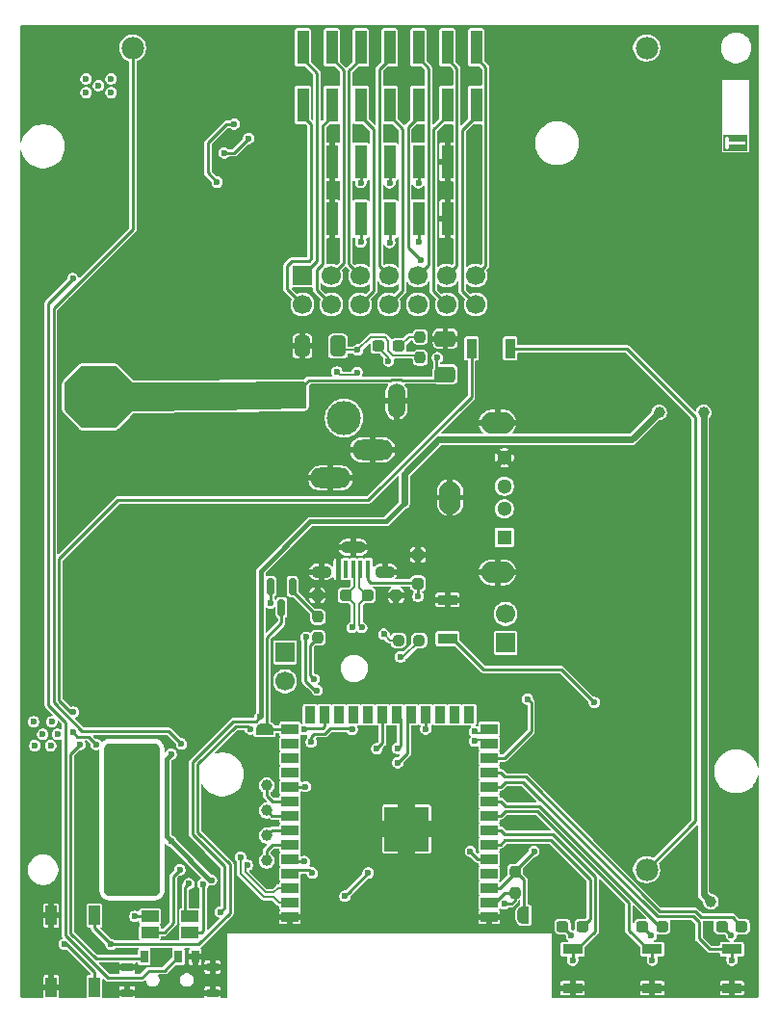
<source format=gbr>
%TF.GenerationSoftware,KiCad,Pcbnew,9.0.5*%
%TF.CreationDate,2026-01-12T16:44:51+01:00*%
%TF.ProjectId,ZumoComSystem,5a756d6f-436f-46d5-9379-7374656d2e6b,V1.2*%
%TF.SameCoordinates,Original*%
%TF.FileFunction,Copper,L1,Top*%
%TF.FilePolarity,Positive*%
%FSLAX45Y45*%
G04 Gerber Fmt 4.5, Leading zero omitted, Abs format (unit mm)*
G04 Created by KiCad (PCBNEW 9.0.5) date 2026-01-12 16:44:51*
%MOMM*%
%LPD*%
G01*
G04 APERTURE LIST*
G04 Aperture macros list*
%AMRoundRect*
0 Rectangle with rounded corners*
0 $1 Rounding radius*
0 $2 $3 $4 $5 $6 $7 $8 $9 X,Y pos of 4 corners*
0 Add a 4 corners polygon primitive as box body*
4,1,4,$2,$3,$4,$5,$6,$7,$8,$9,$2,$3,0*
0 Add four circle primitives for the rounded corners*
1,1,$1+$1,$2,$3*
1,1,$1+$1,$4,$5*
1,1,$1+$1,$6,$7*
1,1,$1+$1,$8,$9*
0 Add four rect primitives between the rounded corners*
20,1,$1+$1,$2,$3,$4,$5,0*
20,1,$1+$1,$4,$5,$6,$7,0*
20,1,$1+$1,$6,$7,$8,$9,0*
20,1,$1+$1,$8,$9,$2,$3,0*%
%AMFreePoly0*
4,1,23,0.500000,-0.750000,0.000000,-0.750000,0.000000,-0.745722,-0.065263,-0.745722,-0.191342,-0.711940,-0.304381,-0.646677,-0.396677,-0.554381,-0.461940,-0.441342,-0.495722,-0.315263,-0.495722,-0.250000,-0.500000,-0.250000,-0.500000,0.250000,-0.495722,0.250000,-0.495722,0.315263,-0.461940,0.441342,-0.396677,0.554381,-0.304381,0.646677,-0.191342,0.711940,-0.065263,0.745722,0.000000,0.745722,
0.000000,0.750000,0.500000,0.750000,0.500000,-0.750000,0.500000,-0.750000,$1*%
%AMFreePoly1*
4,1,23,0.000000,0.745722,0.065263,0.745722,0.191342,0.711940,0.304381,0.646677,0.396677,0.554381,0.461940,0.441342,0.495722,0.315263,0.495722,0.250000,0.500000,0.250000,0.500000,-0.250000,0.495722,-0.250000,0.495722,-0.315263,0.461940,-0.441342,0.396677,-0.554381,0.304381,-0.646677,0.191342,-0.711940,0.065263,-0.745722,0.000000,-0.745722,0.000000,-0.750000,-0.500000,-0.750000,
-0.500000,0.750000,0.000000,0.750000,0.000000,0.745722,0.000000,0.745722,$1*%
G04 Aperture macros list end*
%ADD10C,0.300000*%
%TA.AperFunction,SMDPad,CuDef*%
%ADD11R,1.000000X3.000000*%
%TD*%
%TA.AperFunction,SMDPad,CuDef*%
%ADD12RoundRect,0.150000X-0.150000X0.587500X-0.150000X-0.587500X0.150000X-0.587500X0.150000X0.587500X0*%
%TD*%
%TA.AperFunction,SMDPad,CuDef*%
%ADD13R,1.000000X1.700000*%
%TD*%
%TA.AperFunction,ComponentPad*%
%ADD14R,1.300000X1.300000*%
%TD*%
%TA.AperFunction,ComponentPad*%
%ADD15C,1.300000*%
%TD*%
%TA.AperFunction,ComponentPad*%
%ADD16O,2.900000X1.900000*%
%TD*%
%TA.AperFunction,ComponentPad*%
%ADD17O,1.900000X2.900000*%
%TD*%
%TA.AperFunction,SMDPad,CuDef*%
%ADD18R,1.500000X1.000000*%
%TD*%
%TA.AperFunction,SMDPad,CuDef*%
%ADD19R,0.450000X1.500000*%
%TD*%
%TA.AperFunction,ComponentPad*%
%ADD20O,1.800000X1.100000*%
%TD*%
%TA.AperFunction,ComponentPad*%
%ADD21O,2.200000X1.100000*%
%TD*%
%TA.AperFunction,SMDPad,CuDef*%
%ADD22R,1.700000X0.900000*%
%TD*%
%TA.AperFunction,SMDPad,CuDef*%
%ADD23RoundRect,0.250000X0.650000X-0.412500X0.650000X0.412500X-0.650000X0.412500X-0.650000X-0.412500X0*%
%TD*%
%TA.AperFunction,SMDPad,CuDef*%
%ADD24RoundRect,0.250000X0.412500X0.650000X-0.412500X0.650000X-0.412500X-0.650000X0.412500X-0.650000X0*%
%TD*%
%TA.AperFunction,SMDPad,CuDef*%
%ADD25RoundRect,0.237500X0.237500X-0.250000X0.237500X0.250000X-0.237500X0.250000X-0.237500X-0.250000X0*%
%TD*%
%TA.AperFunction,ComponentPad*%
%ADD26R,1.700000X1.700000*%
%TD*%
%TA.AperFunction,ComponentPad*%
%ADD27C,1.700000*%
%TD*%
%TA.AperFunction,SMDPad,CuDef*%
%ADD28RoundRect,0.250000X-0.250000X-0.250000X0.250000X-0.250000X0.250000X0.250000X-0.250000X0.250000X0*%
%TD*%
%TA.AperFunction,SMDPad,CuDef*%
%ADD29RoundRect,0.250000X0.250000X-0.250000X0.250000X0.250000X-0.250000X0.250000X-0.250000X-0.250000X0*%
%TD*%
%TA.AperFunction,SMDPad,CuDef*%
%ADD30RoundRect,0.237500X0.287500X0.237500X-0.287500X0.237500X-0.287500X-0.237500X0.287500X-0.237500X0*%
%TD*%
%TA.AperFunction,SMDPad,CuDef*%
%ADD31C,1.000000*%
%TD*%
%TA.AperFunction,SMDPad,CuDef*%
%ADD32FreePoly0,270.000000*%
%TD*%
%TA.AperFunction,SMDPad,CuDef*%
%ADD33FreePoly1,270.000000*%
%TD*%
%TA.AperFunction,ComponentPad*%
%ADD34C,1.980000*%
%TD*%
%TA.AperFunction,SMDPad,CuDef*%
%ADD35RoundRect,0.237500X-0.237500X0.250000X-0.237500X-0.250000X0.237500X-0.250000X0.237500X0.250000X0*%
%TD*%
%TA.AperFunction,SMDPad,CuDef*%
%ADD36RoundRect,0.250000X0.250000X0.250000X-0.250000X0.250000X-0.250000X-0.250000X0.250000X-0.250000X0*%
%TD*%
%TA.AperFunction,ComponentPad*%
%ADD37C,3.000000*%
%TD*%
%TA.AperFunction,ComponentPad*%
%ADD38O,3.600000X1.800000*%
%TD*%
%TA.AperFunction,ComponentPad*%
%ADD39O,1.508000X3.016000*%
%TD*%
%TA.AperFunction,SMDPad,CuDef*%
%ADD40RoundRect,0.237500X-0.287500X-0.237500X0.287500X-0.237500X0.287500X0.237500X-0.287500X0.237500X0*%
%TD*%
%TA.AperFunction,SMDPad,CuDef*%
%ADD41RoundRect,0.237500X0.250000X0.237500X-0.250000X0.237500X-0.250000X-0.237500X0.250000X-0.237500X0*%
%TD*%
%TA.AperFunction,SMDPad,CuDef*%
%ADD42R,1.500000X0.900000*%
%TD*%
%TA.AperFunction,SMDPad,CuDef*%
%ADD43R,0.900000X1.500000*%
%TD*%
%TA.AperFunction,ComponentPad*%
%ADD44R,3.900000X3.900000*%
%TD*%
%TA.AperFunction,SMDPad,CuDef*%
%ADD45FreePoly0,0.000000*%
%TD*%
%TA.AperFunction,SMDPad,CuDef*%
%ADD46FreePoly1,0.000000*%
%TD*%
%TA.AperFunction,SMDPad,CuDef*%
%ADD47R,0.900000X1.700000*%
%TD*%
%TA.AperFunction,SMDPad,CuDef*%
%ADD48R,0.700000X1.100000*%
%TD*%
%TA.AperFunction,SMDPad,CuDef*%
%ADD49R,1.000000X0.800000*%
%TD*%
%TA.AperFunction,ViaPad*%
%ADD50C,0.600000*%
%TD*%
%TA.AperFunction,ViaPad*%
%ADD51C,1.000000*%
%TD*%
%TA.AperFunction,Conductor*%
%ADD52C,0.250000*%
%TD*%
%TA.AperFunction,Conductor*%
%ADD53C,0.400000*%
%TD*%
%TA.AperFunction,Conductor*%
%ADD54C,0.600000*%
%TD*%
%TA.AperFunction,Conductor*%
%ADD55C,0.200000*%
%TD*%
G04 APERTURE END LIST*
D10*
G36*
X17848211Y-6957235D02*
G01*
X17635166Y-6957235D01*
X17635166Y-6840143D01*
X17651833Y-6840143D01*
X17651833Y-6925857D01*
X17652121Y-6928783D01*
X17654361Y-6934191D01*
X17658499Y-6938329D01*
X17663906Y-6940569D01*
X17669759Y-6940569D01*
X17675166Y-6938329D01*
X17679305Y-6934191D01*
X17681545Y-6928783D01*
X17681833Y-6925857D01*
X17681833Y-6898000D01*
X17816833Y-6898000D01*
X17819759Y-6897712D01*
X17825166Y-6895472D01*
X17829305Y-6891333D01*
X17831545Y-6885926D01*
X17831545Y-6880073D01*
X17829305Y-6874666D01*
X17825166Y-6870528D01*
X17819759Y-6868288D01*
X17816833Y-6868000D01*
X17681833Y-6868000D01*
X17681833Y-6840143D01*
X17681545Y-6837216D01*
X17679305Y-6831809D01*
X17675166Y-6827671D01*
X17669759Y-6825431D01*
X17663906Y-6825431D01*
X17658499Y-6827671D01*
X17654361Y-6831809D01*
X17652121Y-6837216D01*
X17651833Y-6840143D01*
X17635166Y-6840143D01*
X17635166Y-6808764D01*
X17848211Y-6808764D01*
X17848211Y-6957235D01*
G37*
D11*
%TO.P,J8,1,Pin_1*%
%TO.N,GND*%
X14192000Y-7048000D03*
%TO.P,J8,2,Pin_2*%
X14192000Y-7552000D03*
%TO.P,J8,3,Pin_3*%
%TO.N,+5V*%
X14446000Y-7048000D03*
%TO.P,J8,4,Pin_4*%
%TO.N,/MCU/EXT_SPI_CLK*%
X14446000Y-7552000D03*
%TO.P,J8,5,Pin_5*%
%TO.N,/MCU/EXT_SPI_MISO*%
X14700000Y-7048000D03*
%TO.P,J8,6,Pin_6*%
%TO.N,/MCU/EXT_SPI_CS*%
X14700000Y-7552000D03*
%TO.P,J8,7,Pin_7*%
%TO.N,/MCU/EXT_SPI_MOSI*%
X14954000Y-7048000D03*
%TO.P,J8,8,Pin_8*%
%TO.N,+3V3*%
X14954000Y-7552000D03*
%TO.P,J8,9,Pin_9*%
%TO.N,GND*%
X15208000Y-7048000D03*
%TO.P,J8,10,Pin_10*%
X15208000Y-7552000D03*
%TD*%
D12*
%TO.P,Q6,3,C*%
%TO.N,/USB_UART/BOOT*%
X13750000Y-10967750D03*
%TO.P,Q6,2,E*%
%TO.N,/USB_UART/DTR*%
X13655000Y-10780250D03*
%TO.P,Q6,1,B*%
%TO.N,Net-(Q6-B)*%
X13845000Y-10780250D03*
%TD*%
D11*
%TO.P,J5,1,Pin_1*%
%TO.N,Net-(J4-Pin_1)*%
X13938000Y-6043000D03*
%TO.P,J5,2,Pin_2*%
%TO.N,Net-(J4-Pin_2)*%
X13938000Y-6547000D03*
%TO.P,J5,3,Pin_3*%
%TO.N,Net-(J4-Pin_3)*%
X14192000Y-6043000D03*
%TO.P,J5,4,Pin_4*%
%TO.N,Net-(J4-Pin_4)*%
X14192000Y-6547000D03*
%TO.P,J5,5,Pin_5*%
%TO.N,Net-(J4-Pin_5)*%
X14446000Y-6043000D03*
%TO.P,J5,6,Pin_6*%
%TO.N,Net-(J4-Pin_6)*%
X14446000Y-6547000D03*
%TO.P,J5,7,Pin_7*%
%TO.N,Net-(J4-Pin_7)*%
X14700000Y-6043000D03*
%TO.P,J5,8,Pin_8*%
%TO.N,Net-(J4-Pin_8)*%
X14700000Y-6547000D03*
%TO.P,J5,9,Pin_9*%
%TO.N,Net-(J4-Pin_9)*%
X14954000Y-6043000D03*
%TO.P,J5,10,Pin_10*%
%TO.N,Net-(J4-Pin_10)*%
X14954000Y-6547000D03*
%TO.P,J5,11,Pin_11*%
%TO.N,Net-(J4-Pin_11)*%
X15208000Y-6043000D03*
%TO.P,J5,12,Pin_12*%
%TO.N,Net-(J4-Pin_12)*%
X15208000Y-6547000D03*
%TO.P,J5,13,Pin_13*%
%TO.N,Net-(J4-Pin_13)*%
X15462000Y-6043000D03*
%TO.P,J5,14,Pin_14*%
%TO.N,Net-(J4-Pin_14)*%
X15462000Y-6547000D03*
%TD*%
D13*
%TO.P,SW1,1,1*%
%TO.N,GND*%
X11725000Y-14302500D03*
X11725000Y-13672500D03*
%TO.P,SW1,2,2*%
%TO.N,/MCU/User_Button*%
X12105000Y-14302500D03*
X12105000Y-13672500D03*
%TD*%
D14*
%TO.P,J1,1,VBUS*%
%TO.N,Net-(D16-K)*%
X15708500Y-10350000D03*
D15*
%TO.P,J1,2,D-*%
%TO.N,/Zumo_Connector/D-*%
X15708500Y-10100000D03*
%TO.P,J1,3,D+*%
%TO.N,/Zumo_Connector/D+*%
X15708500Y-9900000D03*
%TO.P,J1,4,GND*%
%TO.N,GND*%
X15708500Y-9650000D03*
D16*
%TO.P,J1,5,Shield*%
X15648500Y-10657000D03*
D17*
X15230500Y-10000000D03*
D16*
X15648500Y-9343000D03*
%TD*%
D18*
%TO.P,D1,1,A*%
%TO.N,+3V3*%
X12592500Y-13680000D03*
%TO.P,D1,2,RK*%
%TO.N,Net-(D1-RK)*%
X12592500Y-13820000D03*
%TO.P,D1,3,GK*%
%TO.N,Net-(D1-GK)*%
X12942500Y-13820000D03*
%TO.P,D1,4,BK*%
%TO.N,Net-(D1-BK)*%
X12942500Y-13680000D03*
%TD*%
D19*
%TO.P,J7,1,VBUS*%
%TO.N,/USB_UART/VBUS*%
X14510000Y-10627500D03*
%TO.P,J7,2,D-*%
%TO.N,/USB_UART/D-*%
X14445000Y-10627500D03*
%TO.P,J7,3,D+*%
%TO.N,/USB_UART/D+*%
X14380000Y-10627500D03*
%TO.P,J7,4,ID*%
%TO.N,unconnected-(J7-ID-Pad4)*%
X14315000Y-10627500D03*
%TO.P,J7,5,GND*%
%TO.N,GND*%
X14250000Y-10627500D03*
D20*
%TO.P,J7,6,Shield*%
X14660000Y-10652500D03*
D21*
X14380000Y-10437500D03*
D20*
X14100000Y-10652500D03*
%TD*%
D22*
%TO.P,SW3,1,1*%
%TO.N,GND*%
X17010000Y-14310000D03*
%TO.P,SW3,2,2*%
%TO.N,/MCU/Button_B*%
X17010000Y-13970000D03*
%TD*%
D23*
%TO.P,C5,1*%
%TO.N,/Battery/V_Batt*%
X15190000Y-8916250D03*
%TO.P,C5,2*%
%TO.N,GND*%
X15190000Y-8603750D03*
%TD*%
D24*
%TO.P,C2,1*%
%TO.N,Net-(D8-K)*%
X14246250Y-8670000D03*
%TO.P,C2,2*%
%TO.N,GND*%
X13933750Y-8670000D03*
%TD*%
D25*
%TO.P,R1,1*%
%TO.N,+3V3*%
X15800000Y-13471250D03*
%TO.P,R1,2*%
%TO.N,/USB_UART/EN*%
X15800000Y-13288750D03*
%TD*%
D26*
%TO.P,TP5,1,1*%
%TO.N,/Zumo_Connector/D+*%
X15720000Y-11277500D03*
D27*
%TO.P,TP5,2,2*%
%TO.N,/Zumo_Connector/D-*%
X15720000Y-11023500D03*
%TD*%
D28*
%TO.P,D13,1,K*%
%TO.N,/USB_UART/D-*%
X14507500Y-10860000D03*
%TO.P,D13,2,A*%
%TO.N,GND*%
X14757500Y-10860000D03*
%TD*%
D22*
%TO.P,SW2,1,1*%
%TO.N,GND*%
X16310000Y-14310000D03*
%TO.P,SW2,2,2*%
%TO.N,/MCU/Button_A*%
X16310000Y-13970000D03*
%TD*%
D29*
%TO.P,D11,1,K*%
%TO.N,/USB_UART/VBUS*%
X14950000Y-10755000D03*
%TO.P,D11,2,A*%
%TO.N,GND*%
X14950000Y-10505000D03*
%TD*%
D22*
%TO.P,SW7,1,1*%
%TO.N,GND*%
X15210000Y-10900000D03*
%TO.P,SW7,2,2*%
%TO.N,/Zumo_Connector/nRESET*%
X15210000Y-11240000D03*
%TD*%
D30*
%TO.P,D4,1,K*%
%TO.N,/MCU/LED_C*%
X17797500Y-13770000D03*
%TO.P,D4,2,A*%
%TO.N,Net-(D4-A)*%
X17622500Y-13770000D03*
%TD*%
D31*
%TO.P,TP3,1,1*%
%TO.N,Net-(U1-MTDI{slash}GPIO41{slash}CLK_OUT1)*%
X13620000Y-12970000D03*
%TD*%
D32*
%TO.P,JP1,1,A*%
%TO.N,/USB_UART/BOOT*%
X13600000Y-12035000D03*
D33*
%TO.P,JP1,2,B*%
%TO.N,GND*%
X13600000Y-12165000D03*
%TD*%
D34*
%TO.P,BT2,1,+*%
%TO.N,Net-(BT1--)*%
X16960000Y-6048000D03*
%TO.P,BT2,2,-*%
%TO.N,GNDREF*%
X16960000Y-13270000D03*
%TD*%
D35*
%TO.P,R27,1*%
%TO.N,Net-(Q6-B)*%
X14070000Y-11048750D03*
%TO.P,R27,2*%
%TO.N,/USB_UART/RTS*%
X14070000Y-11231250D03*
%TD*%
D31*
%TO.P,TP4,1,1*%
%TO.N,Net-(U1-MTMS{slash}GPIO42)*%
X13620000Y-13190000D03*
%TD*%
%TO.P,TP1,1,1*%
%TO.N,Net-(U1-MTCK{slash}GPIO39{slash}CLK_OUT3{slash}SUBSPICS1)*%
X13620000Y-12530000D03*
%TD*%
D36*
%TO.P,D12,1,K*%
%TO.N,/USB_UART/D+*%
X14315000Y-10860000D03*
%TO.P,D12,2,A*%
%TO.N,GND*%
X14065000Y-10860000D03*
%TD*%
D26*
%TO.P,TP7,1,1*%
%TO.N,/MCU/ESP_RX*%
X13780000Y-11360000D03*
D27*
%TO.P,TP7,2,2*%
%TO.N,/MCU/ESP_TX*%
X13780000Y-11614000D03*
%TD*%
D37*
%TO.P,J6,1*%
%TO.N,Net-(D8-A)*%
X14300000Y-9300000D03*
D38*
%TO.P,J6,2*%
%TO.N,GND*%
X14180000Y-9830000D03*
%TO.P,J6,3*%
X14550000Y-9580000D03*
D39*
%TO.P,J6,S1,SHIELD*%
X14760000Y-9150000D03*
%TD*%
D40*
%TO.P,D9,1,K*%
%TO.N,Net-(D9-K)*%
X14602500Y-8670000D03*
%TO.P,D9,2,A*%
%TO.N,Net-(D9-A)*%
X14777500Y-8670000D03*
%TD*%
D41*
%TO.P,R30,1*%
%TO.N,Net-(U2-~{RST})*%
X14961250Y-11254000D03*
%TO.P,R30,2*%
%TO.N,+3V3*%
X14778750Y-11254000D03*
%TD*%
D30*
%TO.P,D2,1,K*%
%TO.N,/MCU/LED_A*%
X16397500Y-13770000D03*
%TO.P,D2,2,A*%
%TO.N,Net-(D2-A)*%
X16222500Y-13770000D03*
%TD*%
D42*
%TO.P,U1,1,GND*%
%TO.N,GND*%
X15575000Y-13685000D03*
%TO.P,U1,2,3V3*%
%TO.N,+3V3*%
X15575000Y-13558000D03*
%TO.P,U1,3,EN*%
%TO.N,/USB_UART/EN*%
X15575000Y-13431000D03*
%TO.P,U1,4,GPIO4/TOUCH4/ADC1_CH3*%
%TO.N,unconnected-(U1-GPIO4{slash}TOUCH4{slash}ADC1_CH3-Pad4)*%
X15575000Y-13304000D03*
%TO.P,U1,5,GPIO5/TOUCH5/ADC1_CH4*%
%TO.N,/MCU/Zumo_RST*%
X15575000Y-13177000D03*
%TO.P,U1,6,GPIO6/TOUCH6/ADC1_CH5*%
%TO.N,/MCU/LED_A*%
X15575000Y-13050000D03*
%TO.P,U1,7,GPIO7/TOUCH7/ADC1_CH6*%
%TO.N,/MCU/Button_A*%
X15575000Y-12923000D03*
%TO.P,U1,8,GPIO15/U0RTS/ADC2_CH4/XTAL_32K_P*%
%TO.N,/MCU/Button_B*%
X15575000Y-12796000D03*
%TO.P,U1,9,GPIO16/U0CTS/ADC2_CH5/XTAL_32K_N*%
%TO.N,/MCU/LED_B*%
X15575000Y-12669000D03*
%TO.P,U1,10,GPIO17/U1TXD/ADC2_CH6*%
%TO.N,/MCU/Button_C*%
X15575000Y-12542000D03*
%TO.P,U1,11,GPIO18/U1RXD/ADC2_CH7/CLK_OUT3*%
%TO.N,/MCU/LED_C*%
X15575000Y-12415000D03*
%TO.P,U1,12,GPIO8/TOUCH8/ADC1_CH7/SUBSPICS1*%
%TO.N,/MCU/EXT_SPI_CS*%
X15575000Y-12288000D03*
%TO.P,U1,13,GPIO19/U1RTS/ADC2_CH8/CLK_OUT2/USB_D-*%
%TO.N,/MCU/ESP_USB_D-*%
X15575000Y-12161000D03*
%TO.P,U1,14,GPIO20/U1CTS/ADC2_CH9/CLK_OUT1/USB_D+*%
%TO.N,/MCU/ESP_USB_D+*%
X15575000Y-12034000D03*
D43*
%TO.P,U1,15,GPIO3/TOUCH3/ADC1_CH2*%
%TO.N,unconnected-(U1-GPIO3{slash}TOUCH3{slash}ADC1_CH2-Pad15)*%
X15398500Y-11909000D03*
%TO.P,U1,16,GPIO46*%
%TO.N,unconnected-(U1-GPIO46-Pad16)*%
X15271500Y-11909000D03*
%TO.P,U1,17,GPIO9/TOUCH9/ADC1_CH8/FSPIHD/SUBSPIHD*%
%TO.N,unconnected-(U1-GPIO9{slash}TOUCH9{slash}ADC1_CH8{slash}FSPIHD{slash}SUBSPIHD-Pad17)*%
X15144500Y-11909000D03*
%TO.P,U1,18,GPIO10/TOUCH10/ADC1_CH9/FSPICS0/FSPIIO4/SUBSPICS0*%
%TO.N,/Battery/V_Batt_Scaled*%
X15017500Y-11909000D03*
%TO.P,U1,19,GPIO11/TOUCH11/ADC2_CH0/FSPID/FSPIIO5/SUBSPID*%
%TO.N,/MCU/EXT_SPI_MOSI*%
X14890500Y-11909000D03*
%TO.P,U1,20,GPIO12/TOUCH12/ADC2_CH1/FSPICLK/FSPIIO6/SUBSPICLK*%
%TO.N,/MCU/EXT_SPI_CLK*%
X14763500Y-11909000D03*
%TO.P,U1,21,GPIO13/TOUCH13/ADC2_CH2/FSPIQ/FSPIIO7/SUBSPIQ*%
%TO.N,/MCU/EXT_SPI_MISO*%
X14636500Y-11909000D03*
%TO.P,U1,22,GPIO14/TOUCH14/ADC2_CH3/FSPIWP/FSPIDQS/SUBSPIWP*%
%TO.N,unconnected-(U1-GPIO14{slash}TOUCH14{slash}ADC2_CH3{slash}FSPIWP{slash}FSPIDQS{slash}SUBSPIWP-Pad22)*%
X14509500Y-11909000D03*
%TO.P,U1,23,GPIO21*%
%TO.N,unconnected-(U1-GPIO21-Pad23)*%
X14382500Y-11909000D03*
%TO.P,U1,24,GPIO47/SPICLK_P/SUBSPICLK_P_DIFF*%
%TO.N,unconnected-(U1-GPIO47{slash}SPICLK_P{slash}SUBSPICLK_P_DIFF-Pad24)*%
X14255500Y-11909000D03*
%TO.P,U1,25,GPIO48/SPICLK_N/SUBSPICLK_N_DIFF*%
%TO.N,/MCU/User_Button*%
X14128500Y-11909000D03*
%TO.P,U1,26,GPIO45*%
%TO.N,unconnected-(U1-GPIO45-Pad26)*%
X14001500Y-11909000D03*
D42*
%TO.P,U1,27,GPIO0/BOOT*%
%TO.N,/USB_UART/BOOT*%
X13825000Y-12034000D03*
%TO.P,U1,28,SPIIO6/GPIO35/FSPID/SUBSPID*%
%TO.N,unconnected-(U1-SPIIO6{slash}GPIO35{slash}FSPID{slash}SUBSPID-Pad28)*%
X13825000Y-12161000D03*
%TO.P,U1,29,SPIIO7/GPIO36/FSPICLK/SUBSPICLK*%
%TO.N,unconnected-(U1-SPIIO7{slash}GPIO36{slash}FSPICLK{slash}SUBSPICLK-Pad29)*%
X13825000Y-12288000D03*
%TO.P,U1,30,SPIDQS/GPIO37/FSPIQ/SUBSPIQ*%
%TO.N,unconnected-(U1-SPIDQS{slash}GPIO37{slash}FSPIQ{slash}SUBSPIQ-Pad30)*%
X13825000Y-12415000D03*
%TO.P,U1,31,GPIO38/FSPIWP/SUBSPIWP*%
%TO.N,/MCU/Info_LED_R*%
X13825000Y-12542000D03*
%TO.P,U1,32,MTCK/GPIO39/CLK_OUT3/SUBSPICS1*%
%TO.N,Net-(U1-MTCK{slash}GPIO39{slash}CLK_OUT3{slash}SUBSPICS1)*%
X13825000Y-12669000D03*
%TO.P,U1,33,MTDO/GPIO40/CLK_OUT2*%
%TO.N,Net-(U1-MTDO{slash}GPIO40{slash}CLK_OUT2)*%
X13825000Y-12796000D03*
%TO.P,U1,34,MTDI/GPIO41/CLK_OUT1*%
%TO.N,Net-(U1-MTDI{slash}GPIO41{slash}CLK_OUT1)*%
X13825000Y-12923000D03*
%TO.P,U1,35,MTMS/GPIO42*%
%TO.N,Net-(U1-MTMS{slash}GPIO42)*%
X13825000Y-13050000D03*
%TO.P,U1,36,U0RXD/GPIO44/CLK_OUT2*%
%TO.N,/MCU/ESP_RX*%
X13825000Y-13177000D03*
%TO.P,U1,37,U0TXD/GPIO43/CLK_OUT1*%
%TO.N,/MCU/ESP_TX*%
X13825000Y-13304000D03*
%TO.P,U1,38,GPIO2/TOUCH2/ADC1_CH1*%
%TO.N,/MCU/Info_LED_B*%
X13825000Y-13431000D03*
%TO.P,U1,39,GPIO1/TOUCH1/ADC1_CH0*%
%TO.N,/MCU/Info_LED_G*%
X13825000Y-13558000D03*
%TO.P,U1,40,GND*%
%TO.N,GND*%
X13825000Y-13685000D03*
D44*
%TO.P,U1,41,GND*%
X14850000Y-12913000D03*
%TD*%
D45*
%TO.P,JP2,1,A*%
%TO.N,/USB_UART/EN*%
X15875000Y-13670000D03*
D46*
%TO.P,JP2,2,B*%
%TO.N,GND*%
X16005000Y-13670000D03*
%TD*%
D47*
%TO.P,SW5,1,1*%
%TO.N,GNDREF*%
X15760000Y-8690000D03*
%TO.P,SW5,2,2*%
%TO.N,/Battery/VM*%
X15420000Y-8690000D03*
%TD*%
D30*
%TO.P,D3,1,K*%
%TO.N,/MCU/LED_B*%
X17097500Y-13770000D03*
%TO.P,D3,2,A*%
%TO.N,Net-(D3-A)*%
X16922500Y-13770000D03*
%TD*%
D25*
%TO.P,R18,1*%
%TO.N,Net-(D8-K)*%
X14970000Y-8771250D03*
%TO.P,R18,2*%
%TO.N,Net-(D9-A)*%
X14970000Y-8588750D03*
%TD*%
D22*
%TO.P,SW4,1,1*%
%TO.N,GND*%
X17710000Y-14310000D03*
%TO.P,SW4,2,2*%
%TO.N,/MCU/Button_C*%
X17710000Y-13970000D03*
%TD*%
D31*
%TO.P,TP2,1,1*%
%TO.N,Net-(U1-MTDO{slash}GPIO40{slash}CLK_OUT2)*%
X13620000Y-12750000D03*
%TD*%
D48*
%TO.P,SW6,1*%
%TO.N,/Battery/V_Batt*%
X12542500Y-14035000D03*
%TO.P,SW6,2*%
%TO.N,Net-(Q7-G)*%
X12842500Y-14035000D03*
%TO.P,SW6,3*%
%TO.N,GND*%
X12992500Y-14035000D03*
D49*
%TO.P,SW6,G1,GND*%
X12392500Y-14125000D03*
%TO.P,SW6,G2,GND*%
X13142500Y-14125000D03*
%TO.P,SW6,G3,GND*%
X12392500Y-14355000D03*
%TO.P,SW6,G4,GND*%
X13142500Y-14355000D03*
%TD*%
D34*
%TO.P,BT1,1,+*%
%TO.N,/Battery/RAW_VBatt*%
X12440000Y-13271000D03*
%TO.P,BT1,2,-*%
%TO.N,Net-(BT1--)*%
X12440000Y-6049000D03*
%TD*%
D26*
%TO.P,J4,1,Pin_1*%
%TO.N,Net-(J4-Pin_1)*%
X13933500Y-8048500D03*
D27*
%TO.P,J4,2,Pin_2*%
%TO.N,Net-(J4-Pin_2)*%
X13933500Y-8302500D03*
%TO.P,J4,3,Pin_3*%
%TO.N,Net-(J4-Pin_3)*%
X14187500Y-8048500D03*
%TO.P,J4,4,Pin_4*%
%TO.N,Net-(J4-Pin_4)*%
X14187500Y-8302500D03*
%TO.P,J4,5,Pin_5*%
%TO.N,Net-(J4-Pin_5)*%
X14441500Y-8048500D03*
%TO.P,J4,6,Pin_6*%
%TO.N,Net-(J4-Pin_6)*%
X14441500Y-8302500D03*
%TO.P,J4,7,Pin_7*%
%TO.N,Net-(J4-Pin_7)*%
X14695500Y-8048500D03*
%TO.P,J4,8,Pin_8*%
%TO.N,Net-(J4-Pin_8)*%
X14695500Y-8302500D03*
%TO.P,J4,9,Pin_9*%
%TO.N,Net-(J4-Pin_9)*%
X14949500Y-8048500D03*
%TO.P,J4,10,Pin_10*%
%TO.N,Net-(J4-Pin_10)*%
X14949500Y-8302500D03*
%TO.P,J4,11,Pin_11*%
%TO.N,Net-(J4-Pin_11)*%
X15203500Y-8048500D03*
%TO.P,J4,12,Pin_12*%
%TO.N,Net-(J4-Pin_12)*%
X15203500Y-8302500D03*
%TO.P,J4,13,Pin_13*%
%TO.N,Net-(J4-Pin_13)*%
X15457500Y-8048500D03*
%TO.P,J4,14,Pin_14*%
%TO.N,Net-(J4-Pin_14)*%
X15457500Y-8302500D03*
%TD*%
D50*
%TO.N,GND*%
X14700000Y-7864000D03*
X14446000Y-7864000D03*
X14452000Y-7334000D03*
X14953000Y-7329000D03*
X14700000Y-7335000D03*
%TO.N,/MCU/EXT_SPI_MOSI*%
X14954000Y-7233000D03*
%TO.N,GND*%
X15214000Y-7319000D03*
%TO.N,+5V*%
X14446000Y-7232000D03*
%TO.N,/USB_UART/DTR*%
X13653000Y-10928000D03*
%TO.N,/MCU/EXT_SPI_MISO*%
X14700000Y-7234000D03*
X14588000Y-12206000D03*
%TO.N,/MCU/EXT_SPI_MOSI*%
X14772000Y-12330200D03*
%TO.N,/MCU/EXT_SPI_CLK*%
X14770000Y-12205200D03*
X14446000Y-7756000D03*
%TO.N,/MCU/EXT_SPI_CS*%
X14700000Y-7757000D03*
X15913000Y-11772000D03*
%TO.N,+3V3*%
X14954000Y-7756000D03*
%TO.N,GND*%
X14956000Y-6799000D03*
X14709000Y-6802000D03*
X14444000Y-6802000D03*
X14243000Y-12960393D03*
X16380000Y-10120000D03*
X15196000Y-12149000D03*
X14249000Y-12689000D03*
%TO.N,+3V3*%
X15709000Y-13570000D03*
X13211000Y-13641000D03*
D51*
X17070000Y-9250000D03*
X17524507Y-13550493D03*
D50*
X12460000Y-13679550D03*
X14650000Y-11201000D03*
X14830000Y-10050000D03*
X17460000Y-12550000D03*
X13557550Y-11930000D03*
D51*
X17460000Y-9250000D03*
D50*
%TO.N,GND*%
X15110000Y-10790000D03*
X15450000Y-6854750D03*
X15450000Y-7166500D03*
X12859000Y-12819000D03*
X15354167Y-13654750D03*
X12170000Y-11280000D03*
X16925000Y-12455000D03*
X15277000Y-9369000D03*
X16725000Y-11285000D03*
X16064000Y-5890000D03*
X16168000Y-11617000D03*
X12861000Y-12468000D03*
X12800000Y-13200000D03*
X16660000Y-14100000D03*
X16296000Y-5890000D03*
X11785000Y-13500000D03*
X17910000Y-6200000D03*
X14830000Y-5890000D03*
X14580000Y-12775000D03*
X13985000Y-9560000D03*
X12910000Y-7440000D03*
X13690000Y-13300000D03*
X17237500Y-12055000D03*
X16860000Y-8080000D03*
X14320000Y-5890000D03*
X17910000Y-10065262D03*
X17670000Y-13300000D03*
X16725000Y-11530000D03*
X13544784Y-12644784D03*
X15270000Y-11040000D03*
X14000000Y-10110000D03*
X14173001Y-11270500D03*
X16871000Y-13651000D03*
X12404000Y-13987550D03*
X11900000Y-8810000D03*
X15358000Y-6648000D03*
X12690000Y-14040000D03*
X12860000Y-12990000D03*
X15120000Y-12040000D03*
X14389000Y-13143000D03*
X14931000Y-13252000D03*
X14325000Y-10987000D03*
X17050000Y-6860000D03*
X17565000Y-12980000D03*
X11490000Y-6700000D03*
X12154167Y-10534750D03*
X17245000Y-11285000D03*
X14026000Y-13790000D03*
X15420000Y-12660000D03*
X16660000Y-13600000D03*
X11490000Y-14018000D03*
X15650000Y-11770000D03*
X15136000Y-13111000D03*
X16170000Y-14360000D03*
X14633000Y-10865000D03*
X13114000Y-5890000D03*
X12290000Y-5890000D03*
X13810000Y-5890000D03*
X16090000Y-13790000D03*
X11490000Y-10377142D03*
X12262000Y-14151550D03*
X17900000Y-12642104D03*
X12650000Y-5890000D03*
X14870000Y-13560000D03*
X12083000Y-12725000D03*
X13447000Y-8475000D03*
X17005000Y-9460000D03*
X15530000Y-11350000D03*
X15023843Y-9029450D03*
X17327550Y-12466000D03*
X15928000Y-7525000D03*
X13081000Y-12636000D03*
X13245450Y-7110000D03*
X16100000Y-13520000D03*
X14208000Y-7838000D03*
X16395000Y-11940000D03*
X13510000Y-10082450D03*
X16440000Y-12290000D03*
X14910000Y-9860000D03*
X12410000Y-9420000D03*
X15832000Y-5890000D03*
X17910000Y-5890000D03*
X15136000Y-12845000D03*
X14267500Y-11620500D03*
X16469000Y-6869000D03*
X12170000Y-11800000D03*
X15160000Y-10450000D03*
X17165671Y-12619950D03*
X17910000Y-7917894D03*
X16725000Y-10774750D03*
X11900000Y-9420000D03*
X11900943Y-8270943D03*
X13422000Y-12247000D03*
X13910000Y-6960000D03*
X12260000Y-14360000D03*
X13550000Y-9420000D03*
X17373000Y-13441000D03*
X14033000Y-8538000D03*
X12170000Y-10770000D03*
X13143000Y-14240000D03*
X17650000Y-8690000D03*
X17580000Y-12130000D03*
X13703000Y-7783000D03*
X13535000Y-13589000D03*
X16640000Y-7030000D03*
X15037000Y-11040000D03*
X11975000Y-13425000D03*
X12920000Y-8850000D03*
X13346000Y-5890000D03*
X13363341Y-6852341D03*
X11490000Y-8097143D03*
X11490000Y-13676000D03*
X12170000Y-11030000D03*
X13820000Y-8660000D03*
X13470000Y-11810000D03*
X14315000Y-8175000D03*
X13893389Y-11512950D03*
X12861000Y-12270000D03*
X14330000Y-13250000D03*
X11490000Y-11028570D03*
X15058000Y-13790000D03*
X11490000Y-14360000D03*
X11930000Y-14360000D03*
X17910000Y-13930525D03*
X15363000Y-12970000D03*
X12495000Y-14140000D03*
X13768000Y-13790000D03*
X12900000Y-10540000D03*
X17580000Y-11090000D03*
X11490000Y-7120000D03*
X13867000Y-11041000D03*
X17120000Y-5890000D03*
X16730000Y-11795000D03*
X12450000Y-10134750D03*
X13890000Y-7290000D03*
X17910000Y-14360000D03*
X13000000Y-12170000D03*
X16985000Y-11675000D03*
X16660000Y-13842193D03*
X17360000Y-8440000D03*
X12770000Y-12170000D03*
X15358000Y-13175000D03*
X16990000Y-10046000D03*
X17860000Y-8776842D03*
X17354000Y-6311000D03*
X14507500Y-11620500D03*
X16660000Y-14360000D03*
X11830000Y-10010000D03*
X14681533Y-10050000D03*
X15815000Y-13092500D03*
X13164000Y-13442000D03*
X17162000Y-13352000D03*
X11490000Y-12650000D03*
X15326000Y-8815000D03*
X17500000Y-13840000D03*
X14580000Y-13100000D03*
X11490000Y-9725714D03*
X14010000Y-12660000D03*
X16485000Y-12835000D03*
X14650000Y-11750000D03*
X12280000Y-13580000D03*
X16490000Y-9385000D03*
X16198000Y-9657000D03*
X12440000Y-8850000D03*
X12720000Y-13580000D03*
X12979000Y-13090000D03*
X12728000Y-9737550D03*
X15420000Y-12456000D03*
X15180000Y-12530000D03*
X14542000Y-13790000D03*
X14340000Y-12420000D03*
X16735000Y-12190000D03*
X13500000Y-12850000D03*
X13452000Y-12530000D03*
X13240000Y-14360000D03*
X14977000Y-8890000D03*
X16176000Y-9376000D03*
X16300000Y-6630000D03*
X14186000Y-6801000D03*
X16314167Y-7894750D03*
X15050000Y-12400000D03*
X13650000Y-11030000D03*
X14800000Y-13790000D03*
X14216000Y-13173000D03*
X11980000Y-12990000D03*
X16570000Y-7590000D03*
X15754167Y-7094750D03*
X17240000Y-11795000D03*
X17245000Y-11545000D03*
X11890000Y-7290000D03*
X13750000Y-10780000D03*
X15080000Y-5890000D03*
X12370000Y-13860000D03*
X15450000Y-7790000D03*
X16760000Y-5890000D03*
X17360000Y-14100000D03*
X14476000Y-12298000D03*
X11890000Y-5890000D03*
X13510000Y-13790000D03*
X13124000Y-7746000D03*
X12168000Y-13987550D03*
X17910000Y-6629474D03*
X15674167Y-7894750D03*
X13610000Y-12380000D03*
X16725000Y-11036000D03*
X11490000Y-13334000D03*
X17650000Y-7690000D03*
X13776000Y-11216000D03*
X12910000Y-11620000D03*
X14787000Y-11011000D03*
X17430000Y-9005000D03*
X16510000Y-8870000D03*
X14020000Y-12290000D03*
X16983000Y-10396000D03*
X17910000Y-8347368D03*
X17910000Y-10494736D03*
X13400000Y-13441400D03*
X16314167Y-7174750D03*
X12882000Y-5890000D03*
X14828000Y-6614000D03*
X11490000Y-10051428D03*
X15600000Y-5890000D03*
X11490000Y-6295000D03*
X14388000Y-12753000D03*
X13150000Y-13583000D03*
X17580000Y-9810000D03*
X17650000Y-8150000D03*
X13996000Y-13441400D03*
X11490000Y-7771428D03*
X17911000Y-13071578D03*
X14106955Y-13589000D03*
X14850000Y-8510000D03*
X14611000Y-11277000D03*
X13280000Y-12970000D03*
X15832000Y-13795000D03*
X11785000Y-12700000D03*
X14060000Y-5890000D03*
X16990000Y-8805000D03*
X13186000Y-13297000D03*
X14870000Y-12510000D03*
X17910000Y-13501051D03*
X15914167Y-6614750D03*
X17610000Y-9250000D03*
X12865000Y-13351000D03*
X11995000Y-13813000D03*
X12160000Y-11540000D03*
X17720000Y-7210000D03*
X11871030Y-7955483D03*
X17110000Y-13550000D03*
X12780000Y-14360000D03*
X13181000Y-7326000D03*
X16937000Y-7127000D03*
X14795841Y-8810841D03*
X16218000Y-11137000D03*
X15207000Y-6804000D03*
X13630000Y-10310000D03*
X14398000Y-9060000D03*
X11490000Y-12992000D03*
X16930000Y-7500000D03*
X16985000Y-9135000D03*
X16508000Y-9640000D03*
X13470000Y-11310000D03*
X17280000Y-13840000D03*
X17327550Y-12200000D03*
X15340000Y-5890000D03*
X13760000Y-10580000D03*
X14510000Y-12510000D03*
X17910000Y-11783157D03*
X16200000Y-8580000D03*
X15725000Y-12875000D03*
X17910000Y-12212630D03*
X13680000Y-12860000D03*
X16170000Y-14040000D03*
X15574000Y-13788000D03*
X16554167Y-8294750D03*
X13555000Y-8930000D03*
X11490000Y-8422857D03*
X14222000Y-13441400D03*
X17020000Y-6410000D03*
X17910000Y-9206315D03*
X13578000Y-5890000D03*
X17910000Y-7488421D03*
X14010000Y-10340000D03*
X17360000Y-7830000D03*
X14284000Y-13790000D03*
X11490000Y-11354285D03*
X13280000Y-12810000D03*
X17910000Y-7058947D03*
X13090000Y-14020000D03*
X16528000Y-5890000D03*
X11490000Y-11680000D03*
X14340000Y-12130000D03*
X12640000Y-7670000D03*
X14570000Y-5890000D03*
X12790000Y-13860000D03*
X15170000Y-9600000D03*
X13600000Y-10490000D03*
X12859000Y-12644000D03*
X15810000Y-12604450D03*
X13990000Y-12970000D03*
X17650095Y-13537437D03*
X11490000Y-9074285D03*
X17025000Y-12200000D03*
X17910000Y-9635789D03*
X11490000Y-5890000D03*
X16180000Y-8230000D03*
X15786000Y-12357000D03*
X16225841Y-12605841D03*
X17580000Y-11730000D03*
X14507500Y-11380500D03*
X13240000Y-13840000D03*
X11785000Y-13120000D03*
X13319500Y-6589500D03*
X13790000Y-6630000D03*
X17360000Y-14360000D03*
X16785000Y-8570000D03*
X13470000Y-10830000D03*
X11490000Y-10702856D03*
X13918000Y-11687000D03*
X16385000Y-8565000D03*
X17321000Y-13157000D03*
X12646000Y-7273000D03*
X14700000Y-13453000D03*
X17910000Y-10924210D03*
X12547000Y-6604000D03*
X17515000Y-5894750D03*
X15594167Y-8454750D03*
X12690000Y-8710000D03*
X11720000Y-13980000D03*
X16159000Y-10140000D03*
X13385000Y-7126000D03*
X16278000Y-9032000D03*
X12968000Y-13573000D03*
X15620000Y-8870000D03*
X17910000Y-11353683D03*
X14555000Y-8853000D03*
X13240000Y-14126000D03*
X11490000Y-8748571D03*
X12070000Y-12580000D03*
X13010000Y-14160000D03*
X15316000Y-13790000D03*
X12540000Y-7460000D03*
X12540000Y-14360000D03*
X16890000Y-13030000D03*
X12920000Y-9920000D03*
X13530000Y-13080000D03*
X15835000Y-10575000D03*
X14325000Y-10755000D03*
X14267500Y-11380500D03*
X17580000Y-10450000D03*
X15209000Y-7805000D03*
X11490000Y-7445714D03*
X13010000Y-14360000D03*
X15060000Y-11400000D03*
X14201000Y-7296000D03*
X11490000Y-9399999D03*
%TO.N,+5V*%
X13183000Y-7227000D03*
X13333500Y-6716500D03*
%TO.N,GNDREF*%
X13133597Y-13361518D03*
X12780000Y-12255000D03*
X12780000Y-13020000D03*
%TO.N,/Battery/VM*%
X11919000Y-11885000D03*
X12120000Y-12170000D03*
X11915805Y-12064195D03*
%TO.N,/Power_Supply/Switched_V_Batt*%
X13460000Y-6844000D03*
X13245450Y-6970000D03*
%TO.N,Net-(D8-K)*%
X14419000Y-8702500D03*
%TO.N,Net-(D9-K)*%
X14690000Y-8800000D03*
%TO.N,/Battery/V_Batt*%
X11650000Y-12080000D03*
X11730000Y-11970000D03*
X11980000Y-9280000D03*
X13736750Y-9180000D03*
X12140000Y-6380000D03*
X12150000Y-8971000D03*
X11580000Y-12180000D03*
X11720000Y-12180000D03*
X12250000Y-6440000D03*
X11780000Y-12080000D03*
X12250000Y-6320000D03*
X11980000Y-8970000D03*
X13736750Y-9020000D03*
X13936750Y-9020000D03*
X12330000Y-8971000D03*
X15120000Y-8770000D03*
X11570000Y-11970000D03*
X12330000Y-9279000D03*
X11980000Y-12170000D03*
X12030000Y-6440000D03*
X13936750Y-9180000D03*
X12150000Y-9279000D03*
X12030000Y-6320000D03*
%TO.N,/USB_UART/VBUS*%
X14949000Y-10867000D03*
%TO.N,/USB_UART/D+*%
X14370000Y-11142500D03*
%TO.N,/USB_UART/D-*%
X14455000Y-11142500D03*
%TO.N,Net-(IC1-DO)*%
X14512000Y-13298000D03*
X14306000Y-13504000D03*
%TO.N,Net-(IC2-SENSE)*%
X14415000Y-8901000D03*
X14236000Y-8896050D03*
%TO.N,/Zumo_Connector/nRESET*%
X16500000Y-11800000D03*
%TO.N,/USB_UART/EN*%
X15969375Y-13109375D03*
%TO.N,/MCU/Zumo_RST*%
X15410000Y-13110000D03*
%TO.N,/USB_UART/RTS*%
X14036002Y-11596385D03*
%TO.N,/USB_UART/DTR*%
X13965836Y-11227096D03*
X14062450Y-11693714D03*
%TO.N,Net-(Q7-G)*%
X11915000Y-8075000D03*
%TO.N,/MCU/User_Button*%
X11840000Y-13925000D03*
X12250250Y-13927750D03*
X13950000Y-12038000D03*
X13475000Y-12033500D03*
%TO.N,/MCU/Button_A*%
X16310000Y-14065000D03*
%TO.N,/MCU/Button_B*%
X17010000Y-14065000D03*
%TO.N,/MCU/Button_C*%
X17710000Y-14065000D03*
%TO.N,/MCU/ESP_RX*%
X13951000Y-13199000D03*
%TO.N,/MCU/ESP_TX*%
X14020000Y-13300000D03*
%TO.N,/Battery/V_Batt_Scaled*%
X15017500Y-12034000D03*
%TO.N,/MCU/Info_LED_R*%
X13960000Y-12540000D03*
%TO.N,/MCU/Info_LED_G*%
X13390050Y-13160000D03*
%TO.N,/MCU/Info_LED_B*%
X13450000Y-13230000D03*
%TO.N,/MCU/ESP_USB_D-*%
X15446062Y-12140000D03*
%TO.N,/MCU/ESP_USB_D+*%
X15446062Y-12055000D03*
%TO.N,/Battery/RAW_VBatt*%
X12600000Y-12350000D03*
X12450000Y-12350000D03*
X12600000Y-12490000D03*
X12600000Y-12220000D03*
X12450000Y-12220000D03*
X12450000Y-12490000D03*
%TO.N,Net-(BT1--)*%
X12869999Y-12165467D03*
%TO.N,Net-(D2-A)*%
X16298750Y-13850000D03*
%TO.N,Net-(D3-A)*%
X16998750Y-13850000D03*
%TO.N,Net-(D4-A)*%
X17704375Y-13844375D03*
%TO.N,Net-(J4-Pin_10)*%
X14973911Y-7915725D03*
%TO.N,Net-(U2-~{RST})*%
X14796000Y-11400500D03*
%TO.N,Net-(D1-GK)*%
X13060000Y-13398996D03*
%TO.N,Net-(D1-BK)*%
X12934000Y-13393000D03*
%TO.N,Net-(D1-RK)*%
X12856500Y-13270500D03*
%TO.N,Net-(R23-Pad2)*%
X14010000Y-12150000D03*
X14370000Y-12040000D03*
%TD*%
D52*
%TO.N,/MCU/EXT_SPI_MOSI*%
X14954000Y-7048000D02*
X14954000Y-7233000D01*
%TO.N,Net-(J4-Pin_14)*%
X15340000Y-6766000D02*
X15340000Y-8185000D01*
%TO.N,Net-(J4-Pin_11)*%
X15290500Y-6225500D02*
X15290500Y-7961500D01*
%TO.N,/MCU/EXT_SPI_MISO*%
X14700000Y-7234000D02*
X14700000Y-7048000D01*
%TO.N,+5V*%
X14446000Y-7232000D02*
X14446000Y-7048000D01*
%TO.N,+3V3*%
X14954000Y-7756000D02*
X14954000Y-7552000D01*
%TO.N,/MCU/EXT_SPI_CS*%
X14700000Y-7552000D02*
X14700000Y-7757000D01*
%TO.N,/MCU/EXT_SPI_CLK*%
X14446000Y-7552000D02*
X14446000Y-7756000D01*
%TO.N,Net-(J4-Pin_4)*%
X14192000Y-6642000D02*
X14192000Y-6547000D01*
X14149700Y-6690611D02*
X14149700Y-6684300D01*
X14060000Y-7997500D02*
X14109000Y-7948500D01*
X14109000Y-6731311D02*
X14149700Y-6690611D01*
X14149700Y-6684300D02*
X14192000Y-6642000D01*
X14060000Y-8175000D02*
X14060000Y-7997500D01*
X14109000Y-7948500D02*
X14109000Y-6731311D01*
X14187500Y-8302500D02*
X14060000Y-8175000D01*
%TO.N,Net-(Q6-B)*%
X14070000Y-11048000D02*
X14070000Y-11048750D01*
X13845000Y-10823000D02*
X14070000Y-11048000D01*
X13845000Y-10780250D02*
X13845000Y-10823000D01*
%TO.N,/USB_UART/DTR*%
X13653000Y-10782250D02*
X13655000Y-10780250D01*
X13653000Y-10928000D02*
X13653000Y-10782250D01*
%TO.N,/USB_UART/BOOT*%
X13620000Y-12015000D02*
X13600000Y-12035000D01*
X13620000Y-11230000D02*
X13620000Y-12015000D01*
X13750000Y-11100000D02*
X13620000Y-11230000D01*
X13750000Y-10967750D02*
X13750000Y-11100000D01*
%TO.N,Net-(J4-Pin_2)*%
X14012000Y-6722000D02*
X13938000Y-6648000D01*
X13990000Y-7920000D02*
X14012000Y-7898000D01*
X13938000Y-6648000D02*
X13938000Y-6547000D01*
X13840000Y-7920000D02*
X13990000Y-7920000D01*
X13800000Y-8169000D02*
X13800000Y-7960000D01*
X13800000Y-7960000D02*
X13840000Y-7920000D01*
X14012000Y-7898000D02*
X14012000Y-6722000D01*
X13933500Y-8302500D02*
X13800000Y-8169000D01*
%TO.N,/Battery/VM*%
X11790000Y-10539900D02*
X11790000Y-11780000D01*
X11790000Y-11780000D02*
X11895000Y-11885000D01*
X11895000Y-11885000D02*
X11919000Y-11885000D01*
X15420000Y-9111682D02*
X14511682Y-10020000D01*
X14511682Y-10020000D02*
X12309900Y-10020000D01*
X12309900Y-10020000D02*
X11790000Y-10539900D01*
X15420000Y-8690000D02*
X15420000Y-9111682D01*
%TO.N,/MCU/EXT_SPI_CLK*%
X14795000Y-11940500D02*
X14763500Y-11909000D01*
X14795000Y-12180200D02*
X14795000Y-11940500D01*
X14770000Y-12205200D02*
X14795000Y-12180200D01*
%TO.N,/MCU/EXT_SPI_MOSI*%
X14858000Y-12244200D02*
X14858000Y-11941500D01*
X14858000Y-11941500D02*
X14890500Y-11909000D01*
X14772000Y-12330200D02*
X14858000Y-12244200D01*
%TO.N,/MCU/EXT_SPI_MISO*%
X14636500Y-12157500D02*
X14636500Y-11909000D01*
X14588000Y-12206000D02*
X14636500Y-12157500D01*
%TO.N,/MCU/EXT_SPI_CS*%
X15709000Y-12288000D02*
X15575000Y-12288000D01*
X15944000Y-12053000D02*
X15709000Y-12288000D01*
X15944000Y-11803000D02*
X15944000Y-12053000D01*
X15913000Y-11772000D02*
X15944000Y-11803000D01*
%TO.N,Net-(J4-Pin_12)*%
X15085900Y-6764100D02*
X15085900Y-8184900D01*
X15208000Y-6642000D02*
X15085900Y-6764100D01*
X15208000Y-6547000D02*
X15208000Y-6642000D01*
X15085900Y-8184900D02*
X15203500Y-8302500D01*
%TO.N,Net-(J4-Pin_9)*%
X15040000Y-6224000D02*
X14954000Y-6138000D01*
X15040000Y-7958000D02*
X15040000Y-6224000D01*
X14954000Y-6138000D02*
X14954000Y-6043000D01*
X14949500Y-8048500D02*
X15040000Y-7958000D01*
%TO.N,Net-(J4-Pin_10)*%
X14954000Y-6649000D02*
X14954000Y-6547000D01*
X14861100Y-6742319D02*
X14860890Y-6742109D01*
X14861100Y-7802914D02*
X14861100Y-6742319D01*
X14860890Y-6742109D02*
X14954000Y-6649000D01*
X14973911Y-7915725D02*
X14861100Y-7802914D01*
%TO.N,Net-(J4-Pin_8)*%
X14816000Y-6761000D02*
X14816000Y-8182000D01*
X14816000Y-8182000D02*
X14695500Y-8302500D01*
X14700000Y-6547000D02*
X14700000Y-6645000D01*
X14700000Y-6645000D02*
X14816000Y-6761000D01*
%TO.N,Net-(J4-Pin_5)*%
X14342100Y-6247900D02*
X14446000Y-6144000D01*
X14446000Y-6144000D02*
X14446000Y-6043000D01*
X14342100Y-7949100D02*
X14342100Y-6247900D01*
X14441500Y-8048500D02*
X14342100Y-7949100D01*
%TO.N,Net-(J4-Pin_3)*%
X14192000Y-6139000D02*
X14192000Y-6043000D01*
X14297000Y-6244000D02*
X14192000Y-6139000D01*
X14297000Y-7939000D02*
X14297000Y-6244000D01*
X14187500Y-8048500D02*
X14297000Y-7939000D01*
%TO.N,Net-(J4-Pin_6)*%
X14446000Y-6650000D02*
X14446000Y-6547000D01*
X14559100Y-6763100D02*
X14446000Y-6650000D01*
X14559100Y-8184900D02*
X14559100Y-6763100D01*
X14441500Y-8302500D02*
X14559100Y-8184900D01*
%TO.N,Net-(J4-Pin_7)*%
X14700000Y-6145000D02*
X14700000Y-6043000D01*
X14609000Y-6236000D02*
X14700000Y-6145000D01*
X14609000Y-7962000D02*
X14609000Y-6236000D01*
X14695500Y-8048500D02*
X14609000Y-7962000D01*
%TO.N,+3V3*%
X15708750Y-13471250D02*
X15800000Y-13471250D01*
D53*
X13557550Y-11930000D02*
X13567550Y-11920000D01*
X13567550Y-10643376D02*
X14000926Y-10210000D01*
D52*
X12966000Y-12957641D02*
X13250000Y-13241641D01*
X13250000Y-13241641D02*
X13250000Y-13602000D01*
X13327325Y-11965050D02*
X12966000Y-12326375D01*
X12966000Y-12326375D02*
X12966000Y-12957641D01*
D54*
X17460000Y-9250000D02*
X17460000Y-9250000D01*
D52*
X13522500Y-11965050D02*
X13327325Y-11965050D01*
X15800000Y-13540000D02*
X15770000Y-13570000D01*
D54*
X17460000Y-12550000D02*
X17460000Y-9250000D01*
D52*
X15800000Y-13471250D02*
X15800000Y-13540000D01*
D54*
X15130000Y-9490000D02*
X14830000Y-9790000D01*
X17460000Y-13485985D02*
X17524507Y-13550493D01*
X14830000Y-9790000D02*
X14830000Y-10050000D01*
D52*
X15575000Y-13558000D02*
X15622000Y-13558000D01*
D54*
X16830000Y-9490000D02*
X15130000Y-9490000D01*
D52*
X13250000Y-13602000D02*
X13211000Y-13641000D01*
D53*
X14670000Y-10210000D02*
X14830000Y-10050000D01*
D52*
X12592500Y-13680000D02*
X12460450Y-13680000D01*
D53*
X13567550Y-11920000D02*
X13567550Y-10643376D01*
D54*
X17460000Y-12550000D02*
X17460000Y-13485985D01*
D55*
X14788750Y-11254000D02*
X14703000Y-11254000D01*
D52*
X15770000Y-13570000D02*
X15709000Y-13570000D01*
X12460450Y-13680000D02*
X12460000Y-13679550D01*
D54*
X17070000Y-9250000D02*
X16830000Y-9490000D01*
D53*
X14000926Y-10210000D02*
X14670000Y-10210000D01*
D55*
X14703000Y-11254000D02*
X14650000Y-11201000D01*
D52*
X13557550Y-11930000D02*
X13522500Y-11965050D01*
X15622000Y-13558000D02*
X15708750Y-13471250D01*
%TO.N,+5V*%
X13333500Y-6716500D02*
X13264500Y-6716500D01*
X13101000Y-6880000D02*
X13101000Y-7145000D01*
X13264500Y-6716500D02*
X13101000Y-6880000D01*
X13101000Y-7145000D02*
X13183000Y-7227000D01*
D53*
%TO.N,GNDREF*%
X12740000Y-12980000D02*
X12780000Y-13020000D01*
X12740000Y-12295001D02*
X12740000Y-12980000D01*
D52*
X17390000Y-9295000D02*
X17390000Y-12841000D01*
D53*
X13133597Y-13361518D02*
X13121518Y-13361518D01*
D52*
X15760000Y-8690000D02*
X16785000Y-8690000D01*
D53*
X12780000Y-12255000D02*
X12740000Y-12295001D01*
X13121518Y-13361518D02*
X12780000Y-13020000D01*
D52*
X16785000Y-8690000D02*
X17390000Y-9295000D01*
X17390000Y-12841000D02*
X16960000Y-13271000D01*
%TO.N,/Battery/VM*%
X11951610Y-12100000D02*
X12050000Y-12100000D01*
X12050000Y-12100000D02*
X12120000Y-12170000D01*
X11915805Y-12064195D02*
X11951610Y-12100000D01*
%TO.N,/Power_Supply/Switched_V_Batt*%
X13334000Y-6970000D02*
X13460000Y-6844000D01*
X13245450Y-6970000D02*
X13334000Y-6970000D01*
%TO.N,/MCU/LED_A*%
X16120000Y-13010000D02*
X16465000Y-13355000D01*
X15715000Y-13010000D02*
X16120000Y-13010000D01*
X16465000Y-13702500D02*
X16397500Y-13770000D01*
X15675000Y-13050000D02*
X15715000Y-13010000D01*
X15575000Y-13050000D02*
X15675000Y-13050000D01*
X16465000Y-13355000D02*
X16465000Y-13702500D01*
%TO.N,/MCU/LED_B*%
X16019318Y-12710000D02*
X15720000Y-12710000D01*
X15679000Y-12669000D02*
X15575000Y-12669000D01*
X15720000Y-12710000D02*
X15679000Y-12669000D01*
X17077500Y-13770000D02*
X17077500Y-13768182D01*
X17077500Y-13768182D02*
X16019318Y-12710000D01*
%TO.N,/MCU/LED_C*%
X15575000Y-12415000D02*
X15675000Y-12415000D01*
X15675000Y-12415000D02*
X15714000Y-12454000D01*
X17440000Y-13690000D02*
X17717500Y-13690000D01*
X17075050Y-13635050D02*
X17385050Y-13635050D01*
X15714000Y-12454000D02*
X15894000Y-12454000D01*
X15894000Y-12454000D02*
X17075050Y-13635050D01*
X17385050Y-13635050D02*
X17440000Y-13690000D01*
X17717500Y-13690000D02*
X17797500Y-13770000D01*
D55*
%TO.N,Net-(D8-K)*%
X14690000Y-8711014D02*
X14690000Y-8620000D01*
X14726486Y-8747500D02*
X14690000Y-8711014D01*
X14278750Y-8702500D02*
X14419000Y-8702500D01*
X14946250Y-8747500D02*
X14726486Y-8747500D01*
X14246250Y-8670000D02*
X14278750Y-8702500D01*
X14531500Y-8590000D02*
X14419000Y-8702500D01*
X14660000Y-8590000D02*
X14531500Y-8590000D01*
X14690000Y-8620000D02*
X14660000Y-8590000D01*
X14970000Y-8771250D02*
X14946250Y-8747500D01*
%TO.N,Net-(D9-K)*%
X14602500Y-8670000D02*
X14602500Y-8680012D01*
X14602500Y-8680012D02*
X14690000Y-8767512D01*
X14690000Y-8767512D02*
X14690000Y-8800000D01*
%TO.N,Net-(D9-A)*%
X14790000Y-8670000D02*
X14871250Y-8588750D01*
X14871250Y-8588750D02*
X14970000Y-8588750D01*
X14787500Y-8670000D02*
X14790000Y-8670000D01*
D52*
%TO.N,/Battery/V_Batt*%
X13936750Y-9020000D02*
X13989750Y-8967000D01*
X11895000Y-13827718D02*
X11895000Y-12255000D01*
X13989750Y-8967000D02*
X14715006Y-8967000D01*
X14715006Y-8967000D02*
X14715306Y-8966700D01*
X15113000Y-8777000D02*
X15120000Y-8770000D01*
X14715306Y-8966700D02*
X14804694Y-8966700D01*
X15190000Y-8916250D02*
X15113000Y-8916250D01*
X12525000Y-14052500D02*
X12119782Y-14052500D01*
X12119782Y-14052500D02*
X11895000Y-13827718D01*
X15139250Y-8967000D02*
X15190000Y-8916250D01*
X14804994Y-8967000D02*
X15139250Y-8967000D01*
X14804694Y-8966700D02*
X14804994Y-8967000D01*
X15113000Y-8916250D02*
X15113000Y-8777000D01*
X11895000Y-12255000D02*
X11980000Y-12170000D01*
X12542500Y-14035000D02*
X12525000Y-14052500D01*
%TO.N,/USB_UART/VBUS*%
X14950000Y-10866000D02*
X14949000Y-10867000D01*
X14708183Y-10748000D02*
X14708683Y-10747500D01*
X14510000Y-10627500D02*
X14510000Y-10725000D01*
X14950000Y-10755000D02*
X14950000Y-10866000D01*
X14510000Y-10725000D02*
X14533000Y-10748000D01*
X14942500Y-10747500D02*
X14950000Y-10755000D01*
X14533000Y-10748000D02*
X14708183Y-10748000D01*
X14708683Y-10747500D02*
X14942500Y-10747500D01*
D55*
%TO.N,/USB_UART/D+*%
X14315000Y-10860000D02*
X14390000Y-10785000D01*
X14390000Y-10935000D02*
X14390000Y-11122500D01*
X14390000Y-11122500D02*
X14370000Y-11142500D01*
X14315000Y-10860000D02*
X14390000Y-10935000D01*
X14390000Y-10785000D02*
X14390000Y-10637500D01*
X14390000Y-10637500D02*
X14380000Y-10627500D01*
%TO.N,/USB_UART/D-*%
X14507500Y-10860000D02*
X14435000Y-10787500D01*
X14435000Y-10932500D02*
X14435000Y-11122500D01*
X14507500Y-10860000D02*
X14435000Y-10932500D01*
X14435000Y-10637500D02*
X14445000Y-10627500D01*
X14435000Y-11122500D02*
X14455000Y-11142500D01*
X14435000Y-10787500D02*
X14435000Y-10637500D01*
D52*
%TO.N,Net-(IC1-DO)*%
X14336000Y-13474000D02*
X14512000Y-13298000D01*
X14306000Y-13504000D02*
X14336000Y-13474000D01*
D55*
%TO.N,Net-(IC2-SENSE)*%
X14261950Y-8922000D02*
X14236000Y-8896050D01*
X14394000Y-8922000D02*
X14261950Y-8922000D01*
X14415000Y-8901000D02*
X14394000Y-8922000D01*
D52*
%TO.N,/Zumo_Connector/nRESET*%
X15525000Y-11510000D02*
X16210000Y-11510000D01*
X16210000Y-11510000D02*
X16500000Y-11800000D01*
X15255000Y-11240000D02*
X15525000Y-11510000D01*
X15210000Y-11240000D02*
X15255000Y-11240000D01*
%TO.N,/USB_UART/BOOT*%
X13601000Y-12034000D02*
X13825000Y-12034000D01*
X13600000Y-12035000D02*
X13601000Y-12034000D01*
%TO.N,/USB_UART/EN*%
X15800000Y-13278750D02*
X15800000Y-13288750D01*
X15880000Y-13665000D02*
X15875000Y-13670000D01*
X15669000Y-13431000D02*
X15575000Y-13431000D01*
X15811250Y-13288750D02*
X15669000Y-13431000D01*
X15800000Y-13278750D02*
X15969375Y-13109375D01*
X15800000Y-13278750D02*
X15880000Y-13358750D01*
X15800000Y-13288750D02*
X15811250Y-13288750D01*
X15880000Y-13358750D02*
X15880000Y-13665000D01*
%TO.N,/MCU/Zumo_RST*%
X15477000Y-13177000D02*
X15410000Y-13110000D01*
X15575000Y-13177000D02*
X15477000Y-13177000D01*
%TO.N,/USB_UART/RTS*%
X14070000Y-11231250D02*
X14004000Y-11297250D01*
X14004000Y-11297250D02*
X14004000Y-11564383D01*
X14004000Y-11564383D02*
X14036002Y-11596385D01*
%TO.N,/USB_UART/DTR*%
X14043714Y-11693714D02*
X13959050Y-11609050D01*
X13959050Y-11609050D02*
X13959050Y-11233882D01*
X14062450Y-11693714D02*
X14043714Y-11693714D01*
X13959050Y-11233882D02*
X13965836Y-11227096D01*
X13655000Y-10750000D02*
X13655000Y-10806000D01*
%TO.N,Net-(Q7-G)*%
X11850000Y-11973569D02*
X11700000Y-11823569D01*
X12720500Y-14157000D02*
X12583827Y-14157000D01*
X12226141Y-14222500D02*
X11850000Y-13846359D01*
X11700000Y-8290000D02*
X11915000Y-8075000D01*
X11700000Y-11823569D02*
X11700000Y-8290000D01*
X12518327Y-14222500D02*
X12226141Y-14222500D01*
X11850000Y-13846359D02*
X11850000Y-11973569D01*
X12583827Y-14157000D02*
X12518327Y-14222500D01*
X12842500Y-14035000D02*
X12720500Y-14157000D01*
%TO.N,/MCU/User_Button*%
X13958000Y-12030000D02*
X13950000Y-12038000D01*
X12250250Y-13927750D02*
X12252900Y-13925100D01*
X13020900Y-13925100D02*
X13295001Y-13650999D01*
X13295001Y-13223001D02*
X13010950Y-12938950D01*
X13010950Y-12472619D02*
X13012000Y-12471569D01*
X13295001Y-13650999D02*
X13295001Y-13223001D01*
X12252900Y-13925100D02*
X13020900Y-13925100D01*
X13012000Y-12471569D02*
X13012000Y-12343944D01*
X14128500Y-12009000D02*
X14107500Y-12030000D01*
X14128500Y-11909000D02*
X14128500Y-12009000D01*
X14107500Y-12030000D02*
X13958000Y-12030000D01*
X13451500Y-12010000D02*
X13475000Y-12033500D01*
X12105000Y-13782500D02*
X12250250Y-13927750D01*
X13010950Y-12938950D02*
X13010950Y-12472619D01*
X12105000Y-13672500D02*
X12105000Y-13782500D01*
X13012000Y-12343944D02*
X13345944Y-12010000D01*
X13345944Y-12010000D02*
X13451500Y-12010000D01*
X12105000Y-14170000D02*
X11860000Y-13925000D01*
X12105000Y-14302500D02*
X12105000Y-14170000D01*
X11860000Y-13925000D02*
X11840000Y-13925000D01*
%TO.N,/MCU/Button_A*%
X16350000Y-13970000D02*
X16310000Y-13970000D01*
X15575000Y-12923000D02*
X15678000Y-12923000D01*
X16310000Y-13970000D02*
X16310000Y-14065000D01*
X15715000Y-12960000D02*
X16137500Y-12960000D01*
X16510000Y-13810000D02*
X16350000Y-13970000D01*
X16510000Y-13332500D02*
X16510000Y-13810000D01*
X16137500Y-12960000D02*
X16510000Y-13332500D01*
X15678000Y-12923000D02*
X15715000Y-12960000D01*
%TO.N,/MCU/Button_B*%
X16970000Y-13970000D02*
X17000000Y-13970000D01*
X15675000Y-12796000D02*
X15716050Y-12754950D01*
X16803550Y-13803550D02*
X16970000Y-13970000D01*
X15716050Y-12754950D02*
X15997450Y-12754950D01*
X17010000Y-13970000D02*
X17010000Y-14065000D01*
X16803550Y-13561050D02*
X16803550Y-13803550D01*
X15997450Y-12754950D02*
X16803550Y-13561050D01*
X15575000Y-12796000D02*
X15675000Y-12796000D01*
%TO.N,/MCU/Button_C*%
X15717000Y-12500000D02*
X15872887Y-12500000D01*
X15675000Y-12542000D02*
X15717000Y-12500000D01*
X17515000Y-13970000D02*
X17710000Y-13970000D01*
X17052887Y-13680000D02*
X17366431Y-13680000D01*
X17420000Y-13733569D02*
X17420000Y-13875000D01*
X15575000Y-12542000D02*
X15675000Y-12542000D01*
X17366431Y-13680000D02*
X17420000Y-13733569D01*
X17710000Y-13970000D02*
X17710000Y-14065000D01*
X17420000Y-13875000D02*
X17515000Y-13970000D01*
X15872887Y-12500000D02*
X17052887Y-13680000D01*
%TO.N,Net-(U1-MTCK{slash}GPIO39{slash}CLK_OUT3{slash}SUBSPICS1)*%
X13825000Y-12669000D02*
X13669000Y-12669000D01*
X13620000Y-12620000D02*
X13620000Y-12530000D01*
X13669000Y-12669000D02*
X13620000Y-12620000D01*
%TO.N,Net-(U1-MTDO{slash}GPIO40{slash}CLK_OUT2)*%
X13620000Y-12750000D02*
X13666000Y-12796000D01*
X13666000Y-12796000D02*
X13825000Y-12796000D01*
%TO.N,Net-(U1-MTDI{slash}GPIO41{slash}CLK_OUT1)*%
X13667000Y-12923000D02*
X13620000Y-12970000D01*
X13825000Y-12923000D02*
X13667000Y-12923000D01*
%TO.N,Net-(U1-MTMS{slash}GPIO42)*%
X13670000Y-13050000D02*
X13620000Y-13100000D01*
X13620000Y-13100000D02*
X13620000Y-13190000D01*
X13825000Y-13050000D02*
X13670000Y-13050000D01*
%TO.N,/MCU/ESP_RX*%
X13842500Y-13182500D02*
X13859000Y-13199000D01*
X13859000Y-13199000D02*
X13951000Y-13199000D01*
%TO.N,/MCU/ESP_TX*%
X13880000Y-13272000D02*
X13992000Y-13272000D01*
X13992000Y-13272000D02*
X14020000Y-13300000D01*
X13842500Y-13309500D02*
X13880000Y-13272000D01*
%TO.N,/Battery/V_Batt_Scaled*%
X15017500Y-11909000D02*
X15017500Y-12034000D01*
%TO.N,/MCU/Info_LED_R*%
X13960000Y-12540000D02*
X13827000Y-12540000D01*
D55*
%TO.N,/MCU/Info_LED_G*%
X13591000Y-13510000D02*
X13390000Y-13309000D01*
X13390000Y-13309000D02*
X13390000Y-13160050D01*
X13390000Y-13160050D02*
X13390050Y-13160000D01*
X13680000Y-13510000D02*
X13591000Y-13510000D01*
X13728000Y-13558000D02*
X13680000Y-13510000D01*
X13825000Y-13558000D02*
X13728000Y-13558000D01*
%TO.N,/MCU/Info_LED_B*%
X13719000Y-13431000D02*
X13680000Y-13470000D01*
X13431000Y-13291000D02*
X13431000Y-13249000D01*
X13825000Y-13431000D02*
X13719000Y-13431000D01*
X13610000Y-13470000D02*
X13431000Y-13291000D01*
X13431000Y-13249000D02*
X13450000Y-13230000D01*
X13680000Y-13470000D02*
X13610000Y-13470000D01*
%TO.N,/MCU/ESP_USB_D-*%
X15575000Y-12161000D02*
X15540000Y-12126000D01*
X15460062Y-12126000D02*
X15446062Y-12140000D01*
X15540000Y-12126000D02*
X15460062Y-12126000D01*
%TO.N,/MCU/ESP_USB_D+*%
X15539000Y-12070000D02*
X15461062Y-12070000D01*
X15461062Y-12070000D02*
X15446062Y-12055000D01*
X15575000Y-12034000D02*
X15539000Y-12070000D01*
D52*
%TO.N,Net-(BT1--)*%
X11744950Y-8338619D02*
X11744950Y-11803063D01*
X12759581Y-12055050D02*
X12869999Y-12165467D01*
X12440000Y-7643569D02*
X11744950Y-8338619D01*
X11996937Y-12055050D02*
X12759581Y-12055050D01*
X12440000Y-6049000D02*
X12440000Y-7643569D01*
X11744950Y-11803063D02*
X11996937Y-12055050D01*
%TO.N,Net-(D2-A)*%
X16222500Y-13770000D02*
X16298750Y-13846250D01*
X16298750Y-13846250D02*
X16298750Y-13850000D01*
%TO.N,Net-(D3-A)*%
X16998750Y-13846250D02*
X16998750Y-13850000D01*
X16922500Y-13770000D02*
X16998750Y-13846250D01*
%TO.N,Net-(D4-A)*%
X17622500Y-13770000D02*
X17696875Y-13844375D01*
X17696875Y-13844375D02*
X17704375Y-13844375D01*
%TO.N,Net-(J4-Pin_11)*%
X15290500Y-7961500D02*
X15203500Y-8048500D01*
X15208000Y-6043000D02*
X15208000Y-6143000D01*
X15208000Y-6143000D02*
X15290500Y-6225500D01*
%TO.N,Net-(J4-Pin_13)*%
X15462000Y-6137000D02*
X15544500Y-6219500D01*
X15462000Y-6043000D02*
X15462000Y-6137000D01*
X15544500Y-7961500D02*
X15457500Y-8048500D01*
X15544500Y-6219500D02*
X15544500Y-7961500D01*
%TO.N,Net-(J4-Pin_14)*%
X15462000Y-6644000D02*
X15340000Y-6766000D01*
X15462000Y-6547000D02*
X15462000Y-6644000D01*
X15340000Y-8185000D02*
X15457500Y-8302500D01*
D55*
%TO.N,Net-(U2-~{RST})*%
X14963625Y-11254000D02*
X14817125Y-11400500D01*
X14817125Y-11400500D02*
X14796000Y-11400500D01*
D52*
%TO.N,Net-(D1-GK)*%
X12942500Y-13820000D02*
X13042500Y-13820000D01*
X13042500Y-13820000D02*
X13060000Y-13802500D01*
X13060000Y-13802500D02*
X13060000Y-13398996D01*
%TO.N,Net-(D1-BK)*%
X12904000Y-13423000D02*
X12934000Y-13393000D01*
X12904000Y-13641500D02*
X12904000Y-13423000D01*
D55*
X12904000Y-13641500D02*
X12942500Y-13680000D01*
D52*
%TO.N,Net-(D1-RK)*%
X12799000Y-13741000D02*
X12799000Y-13328000D01*
X12720000Y-13820000D02*
X12799000Y-13741000D01*
X12592500Y-13820000D02*
X12720000Y-13820000D01*
X12799000Y-13328000D02*
X12856500Y-13270500D01*
%TO.N,Net-(R23-Pad2)*%
X14176000Y-12026000D02*
X14127000Y-12075000D01*
X14010000Y-12103000D02*
X14010000Y-12150000D01*
X14127000Y-12075000D02*
X14038000Y-12075000D01*
X14370000Y-12040000D02*
X14356000Y-12026000D01*
X14356000Y-12026000D02*
X14176000Y-12026000D01*
X14038000Y-12075000D02*
X14010000Y-12103000D01*
%TO.N,Net-(J4-Pin_1)*%
X13933500Y-8048500D02*
X13933500Y-8046500D01*
X13933500Y-8046500D02*
X14062000Y-7918000D01*
X14062000Y-6271000D02*
X13938000Y-6147000D01*
X14062000Y-7918000D02*
X14062000Y-6271000D01*
X13938000Y-6147000D02*
X13938000Y-6043000D01*
%TD*%
%TA.AperFunction,Conductor*%
%TO.N,GND*%
G36*
X14782203Y-7707630D02*
G01*
X14783450Y-7711742D01*
X14783450Y-7970022D01*
X14781283Y-7975254D01*
X14776050Y-7977422D01*
X14770817Y-7975254D01*
X14762465Y-7966902D01*
X14745260Y-7955406D01*
X14726142Y-7947487D01*
X14726141Y-7947487D01*
X14709688Y-7944214D01*
X14705846Y-7943450D01*
X14685153Y-7943450D01*
X14681312Y-7944214D01*
X14664859Y-7947487D01*
X14664857Y-7947487D01*
X14652216Y-7952723D01*
X14650744Y-7952723D01*
X14649384Y-7953287D01*
X14648025Y-7952723D01*
X14646553Y-7952723D01*
X14644152Y-7951119D01*
X14643717Y-7950685D01*
X14641550Y-7945452D01*
X14641550Y-7783479D01*
X14643717Y-7778246D01*
X14648950Y-7776079D01*
X14654183Y-7778246D01*
X14655358Y-7779778D01*
X14659950Y-7787731D01*
X14669269Y-7797050D01*
X14680681Y-7803639D01*
X14693410Y-7807050D01*
X14693411Y-7807050D01*
X14693411Y-7807050D01*
X14706589Y-7807050D01*
X14706589Y-7807050D01*
X14719319Y-7803639D01*
X14730731Y-7797050D01*
X14740050Y-7787731D01*
X14746639Y-7776319D01*
X14750050Y-7763589D01*
X14750050Y-7763589D01*
X14750050Y-7750411D01*
X14750050Y-7750410D01*
X14749782Y-7749411D01*
X14746639Y-7737681D01*
X14745352Y-7735452D01*
X14744023Y-7733150D01*
X14743284Y-7727535D01*
X14746732Y-7723041D01*
X14750432Y-7722050D01*
X14751975Y-7722050D01*
X14751975Y-7722050D01*
X14757823Y-7720887D01*
X14764455Y-7716455D01*
X14768887Y-7709823D01*
X14768887Y-7709823D01*
X14769165Y-7709150D01*
X14769474Y-7709278D01*
X14771938Y-7705589D01*
X14777493Y-7704484D01*
X14782203Y-7707630D01*
G37*
%TD.AperFunction*%
%TA.AperFunction,Conductor*%
G36*
X14523261Y-7710609D02*
G01*
X14526408Y-7715319D01*
X14526550Y-7716762D01*
X14526550Y-7967122D01*
X14524383Y-7972354D01*
X14519150Y-7974522D01*
X14513917Y-7972354D01*
X14508465Y-7966902D01*
X14491260Y-7955406D01*
X14472142Y-7947487D01*
X14472141Y-7947487D01*
X14455688Y-7944214D01*
X14451846Y-7943450D01*
X14431153Y-7943450D01*
X14427312Y-7944214D01*
X14410859Y-7947487D01*
X14410857Y-7947487D01*
X14398216Y-7952723D01*
X14392553Y-7952723D01*
X14390152Y-7951119D01*
X14376817Y-7937785D01*
X14374650Y-7932552D01*
X14374650Y-7725693D01*
X14376817Y-7720460D01*
X14382050Y-7718293D01*
X14384113Y-7718586D01*
X14385211Y-7718905D01*
X14388177Y-7720887D01*
X14394025Y-7722050D01*
X14396043Y-7722050D01*
X14397054Y-7722343D01*
X14398506Y-7723506D01*
X14400224Y-7724217D01*
X14400635Y-7725211D01*
X14401475Y-7725884D01*
X14401679Y-7727732D01*
X14402391Y-7729450D01*
X14402022Y-7730828D01*
X14402098Y-7731513D01*
X14401708Y-7732000D01*
X14401400Y-7733150D01*
X14399361Y-7736681D01*
X14399361Y-7736682D01*
X14395950Y-7749410D01*
X14395950Y-7762589D01*
X14399361Y-7775318D01*
X14399361Y-7775319D01*
X14401595Y-7779188D01*
X14405950Y-7786731D01*
X14415269Y-7796050D01*
X14426681Y-7802639D01*
X14439410Y-7806050D01*
X14439411Y-7806050D01*
X14439411Y-7806050D01*
X14452589Y-7806050D01*
X14452589Y-7806050D01*
X14465319Y-7802639D01*
X14476731Y-7796050D01*
X14486050Y-7786731D01*
X14492639Y-7775319D01*
X14496050Y-7762589D01*
X14496050Y-7762589D01*
X14496050Y-7749411D01*
X14496050Y-7749410D01*
X14492907Y-7737682D01*
X14492639Y-7736681D01*
X14490600Y-7733150D01*
X14489861Y-7727535D01*
X14493309Y-7723041D01*
X14497009Y-7722050D01*
X14497975Y-7722050D01*
X14497975Y-7722050D01*
X14503823Y-7720887D01*
X14510455Y-7716455D01*
X14512997Y-7712651D01*
X14517706Y-7709504D01*
X14523261Y-7710609D01*
G37*
%TD.AperFunction*%
%TA.AperFunction,Conductor*%
G36*
X15255783Y-6719217D02*
G01*
X15257950Y-6724450D01*
X15257950Y-6870600D01*
X15255783Y-6875833D01*
X15250550Y-6878000D01*
X15233000Y-6878000D01*
X15233000Y-7218000D01*
X15250550Y-7218000D01*
X15255783Y-7220167D01*
X15257950Y-7225400D01*
X15257950Y-7374600D01*
X15255783Y-7379833D01*
X15250550Y-7382000D01*
X15233000Y-7382000D01*
X15233000Y-7722000D01*
X15250550Y-7722000D01*
X15255783Y-7724167D01*
X15257950Y-7729400D01*
X15257950Y-7944952D01*
X15255783Y-7950184D01*
X15254848Y-7951119D01*
X15249615Y-7953287D01*
X15246783Y-7952723D01*
X15234142Y-7947487D01*
X15234141Y-7947487D01*
X15217688Y-7944214D01*
X15213846Y-7943450D01*
X15193153Y-7943450D01*
X15189312Y-7944214D01*
X15172859Y-7947487D01*
X15172858Y-7947487D01*
X15153740Y-7955406D01*
X15136534Y-7966902D01*
X15136534Y-7966902D01*
X15131083Y-7972354D01*
X15125850Y-7974522D01*
X15120617Y-7972354D01*
X15118450Y-7967122D01*
X15118450Y-7703970D01*
X15138000Y-7703970D01*
X15139160Y-7709803D01*
X15143581Y-7716419D01*
X15143581Y-7716419D01*
X15150196Y-7720840D01*
X15156030Y-7722000D01*
X15183000Y-7722000D01*
X15183000Y-7577000D01*
X15138000Y-7577000D01*
X15138000Y-7703970D01*
X15118450Y-7703970D01*
X15118450Y-7400030D01*
X15138000Y-7400030D01*
X15138000Y-7527000D01*
X15183000Y-7527000D01*
X15183000Y-7382000D01*
X15156030Y-7382000D01*
X15150196Y-7383160D01*
X15143581Y-7387581D01*
X15143581Y-7387581D01*
X15139160Y-7394196D01*
X15138000Y-7400030D01*
X15118450Y-7400030D01*
X15118450Y-7199970D01*
X15138000Y-7199970D01*
X15139160Y-7205803D01*
X15143581Y-7212419D01*
X15143581Y-7212419D01*
X15150196Y-7216840D01*
X15156030Y-7218000D01*
X15183000Y-7218000D01*
X15183000Y-7073000D01*
X15138000Y-7073000D01*
X15138000Y-7199970D01*
X15118450Y-7199970D01*
X15118450Y-6896030D01*
X15138000Y-6896030D01*
X15138000Y-7023000D01*
X15183000Y-7023000D01*
X15183000Y-6878000D01*
X15156030Y-6878000D01*
X15150196Y-6879160D01*
X15143581Y-6883581D01*
X15143581Y-6883581D01*
X15139160Y-6890196D01*
X15138000Y-6896030D01*
X15118450Y-6896030D01*
X15118450Y-6780648D01*
X15120617Y-6775415D01*
X15176815Y-6719217D01*
X15182048Y-6717050D01*
X15250550Y-6717050D01*
X15255783Y-6719217D01*
G37*
%TD.AperFunction*%
%TA.AperFunction,Conductor*%
G36*
X15509783Y-6719217D02*
G01*
X15511950Y-6724450D01*
X15511950Y-7944952D01*
X15509783Y-7950184D01*
X15508848Y-7951119D01*
X15503615Y-7953287D01*
X15500783Y-7952723D01*
X15488142Y-7947487D01*
X15488141Y-7947487D01*
X15471688Y-7944214D01*
X15467846Y-7943450D01*
X15447153Y-7943450D01*
X15443312Y-7944214D01*
X15426859Y-7947487D01*
X15426858Y-7947487D01*
X15407740Y-7955406D01*
X15390534Y-7966902D01*
X15390534Y-7966902D01*
X15385182Y-7972254D01*
X15379950Y-7974422D01*
X15374717Y-7972254D01*
X15372550Y-7967022D01*
X15372550Y-6782548D01*
X15374717Y-6777315D01*
X15432815Y-6719217D01*
X15438048Y-6717050D01*
X15504550Y-6717050D01*
X15509783Y-6719217D01*
G37*
%TD.AperFunction*%
%TA.AperFunction,Conductor*%
G36*
X14263203Y-6715846D02*
G01*
X14264450Y-6719958D01*
X14264450Y-6875102D01*
X14262283Y-6880335D01*
X14257050Y-6882502D01*
X14252939Y-6881255D01*
X14249804Y-6879160D01*
X14243970Y-6878000D01*
X14217000Y-6878000D01*
X14217000Y-7218000D01*
X14243970Y-7218000D01*
X14249803Y-7216840D01*
X14252939Y-7214745D01*
X14258494Y-7213640D01*
X14263203Y-7216786D01*
X14264450Y-7220898D01*
X14264450Y-7379102D01*
X14262283Y-7384335D01*
X14257050Y-7386502D01*
X14252939Y-7385255D01*
X14249804Y-7383160D01*
X14243970Y-7382000D01*
X14217000Y-7382000D01*
X14217000Y-7722000D01*
X14243970Y-7722000D01*
X14249803Y-7720840D01*
X14252939Y-7718745D01*
X14258494Y-7717640D01*
X14263203Y-7720786D01*
X14264450Y-7724898D01*
X14264450Y-7922452D01*
X14262283Y-7927685D01*
X14238848Y-7951119D01*
X14233615Y-7953287D01*
X14230783Y-7952723D01*
X14218142Y-7947487D01*
X14218141Y-7947487D01*
X14201688Y-7944214D01*
X14197846Y-7943450D01*
X14177153Y-7943450D01*
X14173312Y-7944214D01*
X14156859Y-7947487D01*
X14156857Y-7947487D01*
X14151782Y-7949590D01*
X14146118Y-7949590D01*
X14142113Y-7945585D01*
X14141550Y-7942753D01*
X14141550Y-7729400D01*
X14143717Y-7724167D01*
X14148950Y-7722000D01*
X14167000Y-7722000D01*
X14167000Y-7382000D01*
X14148950Y-7382000D01*
X14143717Y-7379833D01*
X14141550Y-7374600D01*
X14141550Y-7225400D01*
X14143717Y-7220167D01*
X14148950Y-7218000D01*
X14167000Y-7218000D01*
X14167000Y-6878000D01*
X14148950Y-6878000D01*
X14143717Y-6875833D01*
X14141550Y-6870600D01*
X14141550Y-6747859D01*
X14143717Y-6742626D01*
X14167126Y-6719217D01*
X14172359Y-6717050D01*
X14243975Y-6717050D01*
X14243975Y-6717050D01*
X14249823Y-6715887D01*
X14252939Y-6713805D01*
X14258493Y-6712700D01*
X14263203Y-6715846D01*
G37*
%TD.AperFunction*%
%TA.AperFunction,Conductor*%
G36*
X14782203Y-7203630D02*
G01*
X14783450Y-7207742D01*
X14783450Y-7392258D01*
X14781283Y-7397491D01*
X14776050Y-7399658D01*
X14770817Y-7397491D01*
X14769362Y-7394768D01*
X14769165Y-7394850D01*
X14768887Y-7394177D01*
X14766997Y-7391349D01*
X14764455Y-7387545D01*
X14761492Y-7385565D01*
X14757823Y-7383113D01*
X14757823Y-7383113D01*
X14754330Y-7382418D01*
X14751975Y-7381950D01*
X14648950Y-7381950D01*
X14643717Y-7379783D01*
X14641550Y-7374550D01*
X14641550Y-7260479D01*
X14643717Y-7255246D01*
X14648950Y-7253079D01*
X14654183Y-7255246D01*
X14655358Y-7256778D01*
X14659950Y-7264731D01*
X14669269Y-7274050D01*
X14680681Y-7280639D01*
X14693410Y-7284050D01*
X14693411Y-7284050D01*
X14693411Y-7284050D01*
X14706589Y-7284050D01*
X14706589Y-7284050D01*
X14719319Y-7280639D01*
X14730731Y-7274050D01*
X14740050Y-7264731D01*
X14746639Y-7253319D01*
X14750050Y-7240589D01*
X14750050Y-7240589D01*
X14750050Y-7227411D01*
X14749811Y-7226519D01*
X14750550Y-7220904D01*
X14755043Y-7217456D01*
X14755514Y-7217346D01*
X14757823Y-7216887D01*
X14764455Y-7212455D01*
X14768887Y-7205823D01*
X14768887Y-7205823D01*
X14769165Y-7205150D01*
X14769474Y-7205278D01*
X14771938Y-7201589D01*
X14777493Y-7200484D01*
X14782203Y-7203630D01*
G37*
%TD.AperFunction*%
%TA.AperFunction,Conductor*%
G36*
X14523261Y-7206609D02*
G01*
X14526408Y-7211319D01*
X14526550Y-7212762D01*
X14526550Y-7387238D01*
X14524383Y-7392470D01*
X14519150Y-7394638D01*
X14513917Y-7392470D01*
X14512997Y-7391349D01*
X14512843Y-7391119D01*
X14510455Y-7387545D01*
X14507492Y-7385565D01*
X14503823Y-7383113D01*
X14503823Y-7383113D01*
X14500330Y-7382418D01*
X14497975Y-7381950D01*
X14394025Y-7381950D01*
X14391670Y-7382418D01*
X14388177Y-7383113D01*
X14386161Y-7384460D01*
X14380606Y-7385565D01*
X14375897Y-7382418D01*
X14374650Y-7378307D01*
X14374650Y-7221693D01*
X14376817Y-7216460D01*
X14382050Y-7214293D01*
X14384978Y-7214897D01*
X14385599Y-7215164D01*
X14388177Y-7216887D01*
X14390814Y-7217411D01*
X14391532Y-7217720D01*
X14393002Y-7219233D01*
X14394757Y-7220405D01*
X14394951Y-7221237D01*
X14395480Y-7221781D01*
X14395457Y-7223407D01*
X14395811Y-7224926D01*
X14395950Y-7224926D01*
X14395950Y-7238589D01*
X14399361Y-7251318D01*
X14399361Y-7251319D01*
X14403063Y-7257731D01*
X14405950Y-7262731D01*
X14415269Y-7272050D01*
X14426681Y-7278639D01*
X14439410Y-7282050D01*
X14439411Y-7282050D01*
X14439411Y-7282050D01*
X14452589Y-7282050D01*
X14452589Y-7282050D01*
X14465319Y-7278639D01*
X14476731Y-7272050D01*
X14486050Y-7262731D01*
X14492639Y-7251319D01*
X14496050Y-7238589D01*
X14496050Y-7238589D01*
X14496050Y-7224926D01*
X14496209Y-7224926D01*
X14497525Y-7220012D01*
X14501952Y-7217259D01*
X14503823Y-7216887D01*
X14510455Y-7212455D01*
X14512997Y-7208651D01*
X14517706Y-7205504D01*
X14523261Y-7206609D01*
G37*
%TD.AperFunction*%
%TA.AperFunction,Conductor*%
G36*
X14901974Y-7249171D02*
G01*
X14902965Y-7249040D01*
X14904498Y-7250216D01*
X14906283Y-7250955D01*
X14907459Y-7252488D01*
X14907938Y-7253319D01*
X14913950Y-7263731D01*
X14923269Y-7273050D01*
X14934681Y-7279639D01*
X14947410Y-7283050D01*
X14947411Y-7283050D01*
X14947411Y-7283050D01*
X14960589Y-7283050D01*
X14960589Y-7283050D01*
X14973319Y-7279639D01*
X14984731Y-7273050D01*
X14994050Y-7263731D01*
X14994050Y-7263730D01*
X14994179Y-7263563D01*
X14994271Y-7263510D01*
X14994393Y-7263388D01*
X14994425Y-7263421D01*
X14999083Y-7260731D01*
X15004554Y-7262196D01*
X15007387Y-7267101D01*
X15007450Y-7268068D01*
X15007450Y-7374550D01*
X15005283Y-7379783D01*
X15000050Y-7381950D01*
X14902025Y-7381950D01*
X14901775Y-7381975D01*
X14901694Y-7381950D01*
X14901662Y-7381950D01*
X14901662Y-7381940D01*
X14896355Y-7380330D01*
X14893686Y-7375335D01*
X14893650Y-7374610D01*
X14893650Y-7256188D01*
X14894033Y-7255264D01*
X14893902Y-7254273D01*
X14895078Y-7252740D01*
X14895817Y-7250955D01*
X14896741Y-7250573D01*
X14897350Y-7249779D01*
X14899265Y-7249527D01*
X14901050Y-7248788D01*
X14901974Y-7249171D01*
G37*
%TD.AperFunction*%
%TA.AperFunction,Conductor*%
G36*
X14728185Y-6719217D02*
G01*
X14781283Y-6772315D01*
X14783450Y-6777548D01*
X14783450Y-6888258D01*
X14781283Y-6893491D01*
X14776050Y-6895658D01*
X14770817Y-6893491D01*
X14769362Y-6890768D01*
X14769165Y-6890850D01*
X14768887Y-6890177D01*
X14766997Y-6887349D01*
X14764455Y-6883545D01*
X14761492Y-6881565D01*
X14757823Y-6879113D01*
X14757823Y-6879113D01*
X14754330Y-6878418D01*
X14751975Y-6877950D01*
X14648950Y-6877950D01*
X14643717Y-6875783D01*
X14641550Y-6870550D01*
X14641550Y-6724450D01*
X14643717Y-6719217D01*
X14648950Y-6717050D01*
X14722952Y-6717050D01*
X14728185Y-6719217D01*
G37*
%TD.AperFunction*%
%TA.AperFunction,Conductor*%
G36*
X14386161Y-6714540D02*
G01*
X14388177Y-6715887D01*
X14394025Y-6717050D01*
X14463952Y-6717050D01*
X14469185Y-6719217D01*
X14524383Y-6774415D01*
X14526550Y-6779648D01*
X14526550Y-6883238D01*
X14524383Y-6888470D01*
X14519150Y-6890638D01*
X14513917Y-6888470D01*
X14512997Y-6887349D01*
X14512843Y-6887119D01*
X14510455Y-6883545D01*
X14507492Y-6881565D01*
X14503823Y-6879113D01*
X14503823Y-6879113D01*
X14500330Y-6878418D01*
X14497975Y-6877950D01*
X14394025Y-6877950D01*
X14391670Y-6878418D01*
X14388177Y-6879113D01*
X14386161Y-6880460D01*
X14380606Y-6881565D01*
X14375897Y-6878418D01*
X14374650Y-6874307D01*
X14374650Y-6720693D01*
X14376817Y-6715460D01*
X14382050Y-6713293D01*
X14386161Y-6714540D01*
G37*
%TD.AperFunction*%
%TA.AperFunction,Conductor*%
G36*
X15005283Y-6719217D02*
G01*
X15007450Y-6724450D01*
X15007450Y-6870550D01*
X15005283Y-6875783D01*
X15000050Y-6877950D01*
X14902025Y-6877950D01*
X14901775Y-6877975D01*
X14901694Y-6877950D01*
X14901662Y-6877950D01*
X14901662Y-6877940D01*
X14896355Y-6876330D01*
X14893686Y-6871335D01*
X14893650Y-6870610D01*
X14893650Y-6758448D01*
X14895817Y-6753215D01*
X14929815Y-6719217D01*
X14935048Y-6717050D01*
X15000050Y-6717050D01*
X15005283Y-6719217D01*
G37*
%TD.AperFunction*%
%TA.AperFunction,Conductor*%
G36*
X17947783Y-5852217D02*
G01*
X17949950Y-5857450D01*
X17949950Y-12363255D01*
X17947783Y-12368487D01*
X17942550Y-12370655D01*
X17937317Y-12368487D01*
X17935402Y-12365170D01*
X17929723Y-12343974D01*
X17920063Y-12320655D01*
X17920063Y-12320655D01*
X17907443Y-12298795D01*
X17892077Y-12278771D01*
X17874229Y-12260923D01*
X17857373Y-12247988D01*
X17854205Y-12245557D01*
X17843644Y-12239460D01*
X17832345Y-12232937D01*
X17832345Y-12232936D01*
X17832345Y-12232936D01*
X17809026Y-12223277D01*
X17784645Y-12216744D01*
X17766209Y-12214317D01*
X17759620Y-12213450D01*
X17734380Y-12213450D01*
X17728557Y-12214216D01*
X17709355Y-12216744D01*
X17684974Y-12223277D01*
X17661655Y-12232936D01*
X17661655Y-12232937D01*
X17639795Y-12245557D01*
X17619770Y-12260923D01*
X17601923Y-12278770D01*
X17586557Y-12298795D01*
X17573937Y-12320655D01*
X17573937Y-12320655D01*
X17564277Y-12343974D01*
X17557745Y-12368355D01*
X17554450Y-12393380D01*
X17554450Y-12418620D01*
X17557745Y-12443645D01*
X17564277Y-12468026D01*
X17573359Y-12489950D01*
X17573937Y-12491345D01*
X17578905Y-12499950D01*
X17584457Y-12509568D01*
X17586557Y-12513205D01*
X17601923Y-12533229D01*
X17619771Y-12551077D01*
X17639795Y-12566443D01*
X17661655Y-12579063D01*
X17684974Y-12588723D01*
X17709355Y-12595255D01*
X17734380Y-12598550D01*
X17734380Y-12598550D01*
X17759620Y-12598550D01*
X17759620Y-12598550D01*
X17784645Y-12595255D01*
X17809026Y-12588723D01*
X17832345Y-12579063D01*
X17854205Y-12566443D01*
X17874229Y-12551077D01*
X17892077Y-12533229D01*
X17907443Y-12513205D01*
X17920063Y-12491345D01*
X17929723Y-12468026D01*
X17935402Y-12446830D01*
X17938850Y-12442336D01*
X17944465Y-12441597D01*
X17948959Y-12445045D01*
X17949950Y-12448745D01*
X17949950Y-14369417D01*
X17949859Y-14370575D01*
X17949859Y-14370575D01*
X17948667Y-14378097D01*
X17947952Y-14380299D01*
X17944762Y-14386560D01*
X17943401Y-14388433D01*
X17938433Y-14393401D01*
X17936560Y-14394762D01*
X17930299Y-14397952D01*
X17928097Y-14398667D01*
X17922375Y-14399574D01*
X17920575Y-14399859D01*
X17919418Y-14399950D01*
X16132300Y-14399950D01*
X16127067Y-14397783D01*
X16124900Y-14392550D01*
X16124900Y-14356970D01*
X16205000Y-14356970D01*
X16206160Y-14362803D01*
X16210581Y-14369419D01*
X16210581Y-14369419D01*
X16217196Y-14373840D01*
X16223030Y-14375000D01*
X16285000Y-14375000D01*
X16335000Y-14375000D01*
X16396970Y-14375000D01*
X16402803Y-14373840D01*
X16409419Y-14369419D01*
X16409419Y-14369419D01*
X16413840Y-14362803D01*
X16415000Y-14356970D01*
X16905000Y-14356970D01*
X16906160Y-14362803D01*
X16910581Y-14369419D01*
X16910581Y-14369419D01*
X16917196Y-14373840D01*
X16923030Y-14375000D01*
X16985000Y-14375000D01*
X17035000Y-14375000D01*
X17096970Y-14375000D01*
X17102804Y-14373840D01*
X17109419Y-14369419D01*
X17109419Y-14369419D01*
X17113840Y-14362803D01*
X17115000Y-14356970D01*
X17605000Y-14356970D01*
X17606160Y-14362803D01*
X17610581Y-14369419D01*
X17610581Y-14369419D01*
X17617196Y-14373840D01*
X17623030Y-14375000D01*
X17685000Y-14375000D01*
X17735000Y-14375000D01*
X17796970Y-14375000D01*
X17802804Y-14373840D01*
X17809419Y-14369419D01*
X17809419Y-14369419D01*
X17813840Y-14362803D01*
X17815000Y-14356970D01*
X17815000Y-14335000D01*
X17735000Y-14335000D01*
X17735000Y-14375000D01*
X17685000Y-14375000D01*
X17685000Y-14335000D01*
X17605000Y-14335000D01*
X17605000Y-14356970D01*
X17115000Y-14356970D01*
X17115000Y-14335000D01*
X17035000Y-14335000D01*
X17035000Y-14375000D01*
X16985000Y-14375000D01*
X16985000Y-14335000D01*
X16905000Y-14335000D01*
X16905000Y-14356970D01*
X16415000Y-14356970D01*
X16415000Y-14335000D01*
X16335000Y-14335000D01*
X16335000Y-14375000D01*
X16285000Y-14375000D01*
X16285000Y-14335000D01*
X16205000Y-14335000D01*
X16205000Y-14356970D01*
X16124900Y-14356970D01*
X16124900Y-14263030D01*
X16205000Y-14263030D01*
X16205000Y-14285000D01*
X16285000Y-14285000D01*
X16335000Y-14285000D01*
X16415000Y-14285000D01*
X16415000Y-14263030D01*
X16905000Y-14263030D01*
X16905000Y-14285000D01*
X16985000Y-14285000D01*
X17035000Y-14285000D01*
X17115000Y-14285000D01*
X17115000Y-14263030D01*
X17605000Y-14263030D01*
X17605000Y-14285000D01*
X17685000Y-14285000D01*
X17735000Y-14285000D01*
X17815000Y-14285000D01*
X17815000Y-14263030D01*
X17813840Y-14257196D01*
X17809419Y-14250581D01*
X17809419Y-14250581D01*
X17802804Y-14246160D01*
X17796970Y-14245000D01*
X17735000Y-14245000D01*
X17735000Y-14285000D01*
X17685000Y-14285000D01*
X17685000Y-14245000D01*
X17623030Y-14245000D01*
X17617196Y-14246160D01*
X17610581Y-14250581D01*
X17610581Y-14250581D01*
X17606160Y-14257196D01*
X17605000Y-14263030D01*
X17115000Y-14263030D01*
X17113840Y-14257196D01*
X17109419Y-14250581D01*
X17109419Y-14250581D01*
X17102804Y-14246160D01*
X17096970Y-14245000D01*
X17035000Y-14245000D01*
X17035000Y-14285000D01*
X16985000Y-14285000D01*
X16985000Y-14245000D01*
X16923030Y-14245000D01*
X16917196Y-14246160D01*
X16910581Y-14250581D01*
X16910581Y-14250581D01*
X16906160Y-14257196D01*
X16905000Y-14263030D01*
X16415000Y-14263030D01*
X16413840Y-14257196D01*
X16409419Y-14250581D01*
X16409419Y-14250581D01*
X16402803Y-14246160D01*
X16396970Y-14245000D01*
X16335000Y-14245000D01*
X16335000Y-14285000D01*
X16285000Y-14285000D01*
X16285000Y-14245000D01*
X16223030Y-14245000D01*
X16217196Y-14246160D01*
X16210581Y-14250581D01*
X16210581Y-14250581D01*
X16206160Y-14257196D01*
X16205000Y-14263030D01*
X16124900Y-14263030D01*
X16124900Y-13833900D01*
X16124900Y-13833900D01*
X13274900Y-13833500D01*
X13274900Y-14392550D01*
X13272733Y-14397783D01*
X13267500Y-14399950D01*
X13219900Y-14399950D01*
X13214667Y-14397783D01*
X13212500Y-14392550D01*
X13212500Y-14380000D01*
X13072500Y-14380000D01*
X13072500Y-14392550D01*
X13070333Y-14397783D01*
X13065100Y-14399950D01*
X12469900Y-14399950D01*
X12464667Y-14397783D01*
X12462500Y-14392550D01*
X12462500Y-14380000D01*
X12322500Y-14380000D01*
X12322500Y-14392550D01*
X12320333Y-14397783D01*
X12315100Y-14399950D01*
X12181983Y-14399950D01*
X12176751Y-14397783D01*
X12174583Y-14392550D01*
X12174725Y-14391106D01*
X12175050Y-14389475D01*
X12175050Y-14313030D01*
X12322500Y-14313030D01*
X12322500Y-14330000D01*
X12367500Y-14330000D01*
X12417500Y-14330000D01*
X12462500Y-14330000D01*
X12462500Y-14313030D01*
X13072500Y-14313030D01*
X13072500Y-14330000D01*
X13117500Y-14330000D01*
X13167500Y-14330000D01*
X13212500Y-14330000D01*
X13212500Y-14313030D01*
X13211340Y-14307196D01*
X13206919Y-14300581D01*
X13206919Y-14300581D01*
X13200303Y-14296160D01*
X13194470Y-14295000D01*
X13167500Y-14295000D01*
X13167500Y-14330000D01*
X13117500Y-14330000D01*
X13117500Y-14295000D01*
X13090530Y-14295000D01*
X13084696Y-14296160D01*
X13078081Y-14300581D01*
X13078081Y-14300581D01*
X13073660Y-14307196D01*
X13072500Y-14313030D01*
X12462500Y-14313030D01*
X12461340Y-14307196D01*
X12456919Y-14300581D01*
X12456919Y-14300581D01*
X12450303Y-14296160D01*
X12444470Y-14295000D01*
X12417500Y-14295000D01*
X12417500Y-14330000D01*
X12367500Y-14330000D01*
X12367500Y-14295000D01*
X12340530Y-14295000D01*
X12334696Y-14296160D01*
X12328081Y-14300581D01*
X12328081Y-14300581D01*
X12323660Y-14307196D01*
X12322500Y-14313030D01*
X12175050Y-14313030D01*
X12175050Y-14235307D01*
X12177217Y-14230074D01*
X12182450Y-14227907D01*
X12187682Y-14230074D01*
X12206155Y-14248546D01*
X12213577Y-14252832D01*
X12221856Y-14255050D01*
X12221856Y-14255050D01*
X12522612Y-14255050D01*
X12522613Y-14255050D01*
X12530891Y-14252832D01*
X12538314Y-14248546D01*
X12544817Y-14242042D01*
X12550050Y-14239875D01*
X12555283Y-14242043D01*
X12557450Y-14247275D01*
X12557450Y-14247906D01*
X12561542Y-14263178D01*
X12561542Y-14263178D01*
X12561542Y-14263178D01*
X12569448Y-14276872D01*
X12580628Y-14288052D01*
X12594322Y-14295958D01*
X12609594Y-14300050D01*
X12609594Y-14300050D01*
X12609594Y-14300050D01*
X12625406Y-14300050D01*
X12625406Y-14300050D01*
X12640678Y-14295958D01*
X12654372Y-14288052D01*
X12665552Y-14276872D01*
X12673458Y-14263178D01*
X12677550Y-14247906D01*
X12677550Y-14247906D01*
X12677550Y-14232094D01*
X12677550Y-14232094D01*
X12857450Y-14232094D01*
X12857450Y-14247906D01*
X12861542Y-14263178D01*
X12861542Y-14263178D01*
X12861542Y-14263178D01*
X12869448Y-14276872D01*
X12880628Y-14288052D01*
X12894322Y-14295958D01*
X12909594Y-14300050D01*
X12909594Y-14300050D01*
X12909594Y-14300050D01*
X12925406Y-14300050D01*
X12925406Y-14300050D01*
X12940678Y-14295958D01*
X12954372Y-14288052D01*
X12965552Y-14276872D01*
X12973458Y-14263178D01*
X12977550Y-14247906D01*
X12977550Y-14247906D01*
X12977550Y-14232094D01*
X12977550Y-14232094D01*
X12976428Y-14227907D01*
X12973458Y-14216822D01*
X12965552Y-14203128D01*
X12954372Y-14191948D01*
X12940678Y-14184042D01*
X12940678Y-14184042D01*
X12940678Y-14184042D01*
X12925406Y-14179950D01*
X12925406Y-14179950D01*
X12909594Y-14179950D01*
X12909594Y-14179950D01*
X12894322Y-14184042D01*
X12894321Y-14184042D01*
X12880628Y-14191948D01*
X12869448Y-14203128D01*
X12861542Y-14216821D01*
X12861542Y-14216822D01*
X12857450Y-14232094D01*
X12677550Y-14232094D01*
X12676428Y-14227907D01*
X12673458Y-14216822D01*
X12665552Y-14203128D01*
X12664606Y-14202183D01*
X12662439Y-14196950D01*
X12664606Y-14191717D01*
X12669839Y-14189550D01*
X12724785Y-14189550D01*
X12724785Y-14189550D01*
X12733064Y-14187332D01*
X12740486Y-14183046D01*
X12756563Y-14166970D01*
X13072500Y-14166970D01*
X13073660Y-14172803D01*
X13078081Y-14179419D01*
X13078081Y-14179419D01*
X13084696Y-14183840D01*
X13090530Y-14185000D01*
X13117500Y-14185000D01*
X13167500Y-14185000D01*
X13194470Y-14185000D01*
X13200303Y-14183840D01*
X13206919Y-14179419D01*
X13206919Y-14179419D01*
X13211340Y-14172803D01*
X13212500Y-14166970D01*
X13212500Y-14150000D01*
X13167500Y-14150000D01*
X13167500Y-14185000D01*
X13117500Y-14185000D01*
X13117500Y-14150000D01*
X13072500Y-14150000D01*
X13072500Y-14166970D01*
X12756563Y-14166970D01*
X12811315Y-14112217D01*
X12816548Y-14110050D01*
X12879475Y-14110050D01*
X12879475Y-14110050D01*
X12885323Y-14108887D01*
X12891955Y-14104455D01*
X12896387Y-14097823D01*
X12897550Y-14091975D01*
X12897550Y-14091970D01*
X12937500Y-14091970D01*
X12938660Y-14097803D01*
X12943081Y-14104419D01*
X12943081Y-14104419D01*
X12949696Y-14108840D01*
X12955530Y-14110000D01*
X12967500Y-14110000D01*
X13017500Y-14110000D01*
X13029470Y-14110000D01*
X13035303Y-14108840D01*
X13041919Y-14104419D01*
X13041919Y-14104419D01*
X13046340Y-14097803D01*
X13047500Y-14091970D01*
X13047500Y-14083030D01*
X13072500Y-14083030D01*
X13072500Y-14100000D01*
X13117500Y-14100000D01*
X13167500Y-14100000D01*
X13212500Y-14100000D01*
X13212500Y-14083030D01*
X13211340Y-14077196D01*
X13206919Y-14070581D01*
X13206919Y-14070581D01*
X13200303Y-14066160D01*
X13194470Y-14065000D01*
X13167500Y-14065000D01*
X13167500Y-14100000D01*
X13117500Y-14100000D01*
X13117500Y-14065000D01*
X13090530Y-14065000D01*
X13084696Y-14066160D01*
X13078081Y-14070581D01*
X13078081Y-14070581D01*
X13073660Y-14077196D01*
X13072500Y-14083030D01*
X13047500Y-14083030D01*
X13047500Y-14060000D01*
X13017500Y-14060000D01*
X13017500Y-14110000D01*
X12967500Y-14110000D01*
X12967500Y-14060000D01*
X12937500Y-14060000D01*
X12937500Y-14091970D01*
X12897550Y-14091970D01*
X12897550Y-13978025D01*
X12896387Y-13972177D01*
X12894372Y-13969161D01*
X12893267Y-13963606D01*
X12896413Y-13958897D01*
X12900524Y-13957650D01*
X12934536Y-13957650D01*
X12939768Y-13959817D01*
X12941936Y-13965050D01*
X12940688Y-13969161D01*
X12938660Y-13972196D01*
X12937500Y-13978030D01*
X12937500Y-14010000D01*
X13047500Y-14010000D01*
X13047500Y-13978030D01*
X13046340Y-13972196D01*
X13041919Y-13965581D01*
X13041919Y-13965581D01*
X13039746Y-13964129D01*
X13036600Y-13959419D01*
X13037705Y-13953865D01*
X13040158Y-13951567D01*
X13040886Y-13951146D01*
X13260063Y-13731970D01*
X13730000Y-13731970D01*
X13731160Y-13737803D01*
X13735581Y-13744419D01*
X13735581Y-13744419D01*
X13742196Y-13748840D01*
X13748030Y-13750000D01*
X13800000Y-13750000D01*
X13850000Y-13750000D01*
X13901970Y-13750000D01*
X13907803Y-13748840D01*
X13914419Y-13744419D01*
X13914419Y-13744419D01*
X13918840Y-13737803D01*
X13920000Y-13731970D01*
X15480000Y-13731970D01*
X15481160Y-13737803D01*
X15485581Y-13744419D01*
X15485581Y-13744419D01*
X15492196Y-13748840D01*
X15498030Y-13750000D01*
X15550000Y-13750000D01*
X15600000Y-13750000D01*
X15651970Y-13750000D01*
X15657803Y-13748840D01*
X15664419Y-13744419D01*
X15664419Y-13744419D01*
X15668840Y-13737803D01*
X15670000Y-13731970D01*
X15670000Y-13710000D01*
X15600000Y-13710000D01*
X15600000Y-13750000D01*
X15550000Y-13750000D01*
X15550000Y-13710000D01*
X15480000Y-13710000D01*
X15480000Y-13731970D01*
X13920000Y-13731970D01*
X13920000Y-13710000D01*
X13850000Y-13710000D01*
X13850000Y-13750000D01*
X13800000Y-13750000D01*
X13800000Y-13710000D01*
X13730000Y-13710000D01*
X13730000Y-13731970D01*
X13260063Y-13731970D01*
X13321048Y-13670985D01*
X13325333Y-13663563D01*
X13327551Y-13655284D01*
X13327551Y-13646714D01*
X13327551Y-13218716D01*
X13326595Y-13215146D01*
X13325676Y-13211717D01*
X13325333Y-13210437D01*
X13325333Y-13210437D01*
X13322534Y-13205589D01*
X13321048Y-13203015D01*
X13321048Y-13203015D01*
X13321048Y-13203015D01*
X13045667Y-12927635D01*
X13043500Y-12922402D01*
X13043500Y-12527886D01*
X13045667Y-12522653D01*
X13050900Y-12520486D01*
X13056133Y-12522653D01*
X13057309Y-12524186D01*
X13062634Y-12533410D01*
X13066557Y-12540205D01*
X13081923Y-12560229D01*
X13099771Y-12578077D01*
X13119795Y-12593443D01*
X13141655Y-12606063D01*
X13164974Y-12615723D01*
X13189355Y-12622255D01*
X13214380Y-12625550D01*
X13214380Y-12625550D01*
X13239620Y-12625550D01*
X13239620Y-12625550D01*
X13264645Y-12622255D01*
X13289026Y-12615723D01*
X13312345Y-12606063D01*
X13334205Y-12593443D01*
X13354229Y-12578077D01*
X13372077Y-12560229D01*
X13387443Y-12540205D01*
X13400063Y-12518345D01*
X13409723Y-12495026D01*
X13416255Y-12470645D01*
X13419550Y-12445620D01*
X13419550Y-12420380D01*
X13416255Y-12395355D01*
X13409723Y-12370974D01*
X13400063Y-12347655D01*
X13387443Y-12325795D01*
X13372077Y-12305771D01*
X13354229Y-12287923D01*
X13336501Y-12274319D01*
X13334204Y-12272557D01*
X13319706Y-12264186D01*
X13312345Y-12259937D01*
X13312345Y-12259936D01*
X13312345Y-12259936D01*
X13289026Y-12250277D01*
X13264645Y-12243744D01*
X13246209Y-12241317D01*
X13239620Y-12240450D01*
X13214380Y-12240450D01*
X13210011Y-12241025D01*
X13189355Y-12243744D01*
X13173517Y-12247988D01*
X13167901Y-12247249D01*
X13164453Y-12242756D01*
X13165193Y-12237140D01*
X13166368Y-12235608D01*
X13357259Y-12044717D01*
X13362492Y-12042550D01*
X13419931Y-12042550D01*
X13425164Y-12044717D01*
X13427079Y-12048034D01*
X13428361Y-12052819D01*
X13434950Y-12064231D01*
X13444269Y-12073550D01*
X13455681Y-12080139D01*
X13468410Y-12083550D01*
X13468411Y-12083550D01*
X13468411Y-12083550D01*
X13481589Y-12083550D01*
X13481589Y-12083550D01*
X13494319Y-12080139D01*
X13494319Y-12080139D01*
X13494390Y-12080110D01*
X13494429Y-12080110D01*
X13494787Y-12080014D01*
X13494813Y-12080110D01*
X13500053Y-12080109D01*
X13504059Y-12084113D01*
X13504576Y-12086118D01*
X13504965Y-12089573D01*
X13504965Y-12089573D01*
X13508933Y-12097812D01*
X13508933Y-12097813D01*
X13516083Y-12103515D01*
X13516083Y-12103515D01*
X13516084Y-12103515D01*
X13525000Y-12105550D01*
X13525000Y-12105550D01*
X13675000Y-12105550D01*
X13675000Y-12105550D01*
X13679573Y-12105035D01*
X13687813Y-12101067D01*
X13693515Y-12093916D01*
X13695550Y-12085000D01*
X13695550Y-12073950D01*
X13697717Y-12068717D01*
X13702950Y-12066550D01*
X13722550Y-12066550D01*
X13727783Y-12068717D01*
X13729950Y-12073950D01*
X13729950Y-12080975D01*
X13730356Y-12083014D01*
X13731113Y-12086823D01*
X13735500Y-12093389D01*
X13736605Y-12098944D01*
X13735500Y-12101611D01*
X13731113Y-12108177D01*
X13730896Y-12109269D01*
X13729950Y-12114025D01*
X13729950Y-12207975D01*
X13730111Y-12208785D01*
X13731113Y-12213823D01*
X13735500Y-12220389D01*
X13736605Y-12225944D01*
X13735500Y-12228611D01*
X13731113Y-12235177D01*
X13730261Y-12239460D01*
X13729950Y-12241025D01*
X13729950Y-12334975D01*
X13730532Y-12337899D01*
X13731113Y-12340823D01*
X13735500Y-12347389D01*
X13736605Y-12352944D01*
X13735500Y-12355611D01*
X13731113Y-12362177D01*
X13730518Y-12365170D01*
X13729950Y-12368025D01*
X13729950Y-12461975D01*
X13730532Y-12464899D01*
X13731113Y-12467823D01*
X13735500Y-12474389D01*
X13736605Y-12479944D01*
X13735500Y-12482611D01*
X13731113Y-12489177D01*
X13729950Y-12495025D01*
X13729950Y-12588975D01*
X13731113Y-12594823D01*
X13735500Y-12601389D01*
X13736605Y-12606944D01*
X13735500Y-12609611D01*
X13731113Y-12616177D01*
X13729950Y-12622025D01*
X13729950Y-12629050D01*
X13727783Y-12634283D01*
X13722550Y-12636450D01*
X13685548Y-12636450D01*
X13680315Y-12634283D01*
X13654717Y-12608685D01*
X13652550Y-12603452D01*
X13652550Y-12596454D01*
X13654717Y-12591222D01*
X13655838Y-12590302D01*
X13664654Y-12584411D01*
X13674411Y-12574654D01*
X13682077Y-12563181D01*
X13687358Y-12550433D01*
X13690050Y-12536899D01*
X13690050Y-12523101D01*
X13687358Y-12509567D01*
X13683775Y-12500917D01*
X13682078Y-12496819D01*
X13680879Y-12495026D01*
X13674411Y-12485346D01*
X13664654Y-12475589D01*
X13662858Y-12474389D01*
X13653181Y-12467922D01*
X13640433Y-12462642D01*
X13640432Y-12462642D01*
X13631369Y-12460839D01*
X13626899Y-12459950D01*
X13613101Y-12459950D01*
X13609264Y-12460713D01*
X13599568Y-12462642D01*
X13599567Y-12462642D01*
X13586819Y-12467922D01*
X13575346Y-12475588D01*
X13565588Y-12485346D01*
X13557922Y-12496819D01*
X13552642Y-12509567D01*
X13552642Y-12509568D01*
X13550896Y-12518345D01*
X13549950Y-12523101D01*
X13549950Y-12536899D01*
X13550607Y-12540205D01*
X13552642Y-12550432D01*
X13552642Y-12550433D01*
X13557922Y-12563181D01*
X13565519Y-12574550D01*
X13565589Y-12574654D01*
X13575346Y-12584411D01*
X13584161Y-12590302D01*
X13587308Y-12595011D01*
X13587450Y-12596454D01*
X13587450Y-12615715D01*
X13587450Y-12624285D01*
X13587789Y-12625550D01*
X13589668Y-12632564D01*
X13589668Y-12632564D01*
X13593953Y-12639986D01*
X13593953Y-12639986D01*
X13593953Y-12639986D01*
X13618785Y-12664817D01*
X13621285Y-12667317D01*
X13623452Y-12672550D01*
X13621285Y-12677783D01*
X13616052Y-12679950D01*
X13613101Y-12679950D01*
X13609264Y-12680713D01*
X13599568Y-12682642D01*
X13599567Y-12682642D01*
X13586819Y-12687922D01*
X13575346Y-12695588D01*
X13565588Y-12705346D01*
X13557922Y-12716819D01*
X13552642Y-12729567D01*
X13552642Y-12729568D01*
X13549950Y-12743101D01*
X13549950Y-12756899D01*
X13552642Y-12770432D01*
X13552642Y-12770433D01*
X13557922Y-12783181D01*
X13557922Y-12783181D01*
X13557922Y-12783181D01*
X13565589Y-12794654D01*
X13575346Y-12804411D01*
X13586819Y-12812077D01*
X13599567Y-12817358D01*
X13613101Y-12820050D01*
X13613101Y-12820050D01*
X13626899Y-12820050D01*
X13626899Y-12820050D01*
X13637298Y-12817981D01*
X13642853Y-12819086D01*
X13643973Y-12820006D01*
X13646014Y-12822046D01*
X13653436Y-12826332D01*
X13661715Y-12828550D01*
X13722550Y-12828550D01*
X13727783Y-12830717D01*
X13729950Y-12835950D01*
X13729950Y-12842975D01*
X13731113Y-12848823D01*
X13735500Y-12855389D01*
X13736605Y-12860944D01*
X13735500Y-12863611D01*
X13731113Y-12870177D01*
X13729950Y-12876025D01*
X13729950Y-12883050D01*
X13727783Y-12888283D01*
X13722550Y-12890450D01*
X13662714Y-12890450D01*
X13654437Y-12892668D01*
X13654436Y-12892668D01*
X13647014Y-12896953D01*
X13643974Y-12899993D01*
X13638741Y-12902160D01*
X13637298Y-12902018D01*
X13626899Y-12899950D01*
X13613101Y-12899950D01*
X13609264Y-12900713D01*
X13599568Y-12902642D01*
X13599567Y-12902642D01*
X13586819Y-12907922D01*
X13575346Y-12915588D01*
X13565588Y-12925346D01*
X13557922Y-12936819D01*
X13552642Y-12949567D01*
X13552642Y-12949568D01*
X13549950Y-12963101D01*
X13549950Y-12976899D01*
X13552642Y-12990432D01*
X13552642Y-12990433D01*
X13557922Y-13003181D01*
X13564758Y-13013411D01*
X13565589Y-13014654D01*
X13575346Y-13024411D01*
X13586819Y-13032077D01*
X13599567Y-13037358D01*
X13613101Y-13040050D01*
X13613101Y-13040050D01*
X13616052Y-13040050D01*
X13621285Y-13042217D01*
X13623452Y-13047450D01*
X13621285Y-13052683D01*
X13593953Y-13080014D01*
X13589668Y-13087436D01*
X13589668Y-13087436D01*
X13589668Y-13087436D01*
X13589668Y-13087436D01*
X13587450Y-13095715D01*
X13587450Y-13095715D01*
X13587450Y-13123545D01*
X13585283Y-13128778D01*
X13584161Y-13129698D01*
X13575346Y-13135588D01*
X13565588Y-13145346D01*
X13557922Y-13156819D01*
X13552642Y-13169567D01*
X13552642Y-13169568D01*
X13549950Y-13183101D01*
X13549950Y-13196899D01*
X13552642Y-13210432D01*
X13552642Y-13210433D01*
X13557922Y-13223181D01*
X13564102Y-13232429D01*
X13565589Y-13234654D01*
X13575346Y-13244411D01*
X13586819Y-13252077D01*
X13586819Y-13252077D01*
X13586819Y-13252078D01*
X13595117Y-13255514D01*
X13599567Y-13257358D01*
X13613101Y-13260050D01*
X13613101Y-13260050D01*
X13626899Y-13260050D01*
X13626899Y-13260050D01*
X13640433Y-13257358D01*
X13653181Y-13252077D01*
X13664654Y-13244411D01*
X13674411Y-13234654D01*
X13682077Y-13223181D01*
X13687358Y-13210433D01*
X13690050Y-13196899D01*
X13690050Y-13183101D01*
X13687358Y-13169567D01*
X13685322Y-13164652D01*
X13682078Y-13156819D01*
X13681478Y-13155922D01*
X13674411Y-13145346D01*
X13664654Y-13135589D01*
X13662153Y-13133917D01*
X13655839Y-13129698D01*
X13655418Y-13129068D01*
X13654717Y-13128778D01*
X13653891Y-13126784D01*
X13652692Y-13124989D01*
X13652550Y-13123545D01*
X13652550Y-13116548D01*
X13654717Y-13111315D01*
X13681315Y-13084717D01*
X13686548Y-13082550D01*
X13722550Y-13082550D01*
X13727783Y-13084717D01*
X13729950Y-13089950D01*
X13729950Y-13096975D01*
X13731113Y-13102823D01*
X13735500Y-13109389D01*
X13736605Y-13114944D01*
X13735500Y-13117611D01*
X13731113Y-13124177D01*
X13730353Y-13128000D01*
X13729950Y-13130025D01*
X13729950Y-13223975D01*
X13730015Y-13224301D01*
X13731113Y-13229823D01*
X13735500Y-13236389D01*
X13736605Y-13241944D01*
X13735500Y-13244611D01*
X13731113Y-13251177D01*
X13730250Y-13255514D01*
X13729950Y-13257025D01*
X13729950Y-13350975D01*
X13730225Y-13352357D01*
X13731113Y-13356823D01*
X13735500Y-13363389D01*
X13736605Y-13368944D01*
X13735500Y-13371611D01*
X13731113Y-13378177D01*
X13729950Y-13384025D01*
X13729950Y-13393550D01*
X13727783Y-13398783D01*
X13722550Y-13400950D01*
X13715044Y-13400950D01*
X13707401Y-13402998D01*
X13707401Y-13402998D01*
X13704014Y-13404953D01*
X13700549Y-13406954D01*
X13669720Y-13437783D01*
X13664488Y-13439950D01*
X13625512Y-13439950D01*
X13620280Y-13437783D01*
X13469682Y-13287185D01*
X13467515Y-13281953D01*
X13469682Y-13276720D01*
X13471215Y-13275544D01*
X13480731Y-13270050D01*
X13490050Y-13260731D01*
X13496639Y-13249319D01*
X13500050Y-13236589D01*
X13500050Y-13236589D01*
X13500050Y-13223411D01*
X13500050Y-13223410D01*
X13499988Y-13223181D01*
X13496639Y-13210681D01*
X13490050Y-13199269D01*
X13480731Y-13189950D01*
X13469319Y-13183361D01*
X13469318Y-13183361D01*
X13456589Y-13179950D01*
X13456589Y-13179950D01*
X13446164Y-13179950D01*
X13440931Y-13177783D01*
X13438764Y-13172550D01*
X13439016Y-13170635D01*
X13440100Y-13166589D01*
X13440100Y-13153411D01*
X13440100Y-13153410D01*
X13439819Y-13152361D01*
X13436689Y-13140681D01*
X13430100Y-13129269D01*
X13420781Y-13119950D01*
X13414961Y-13116589D01*
X13409369Y-13113361D01*
X13409368Y-13113361D01*
X13396639Y-13109950D01*
X13396639Y-13109950D01*
X13383461Y-13109950D01*
X13383461Y-13109950D01*
X13370732Y-13113361D01*
X13370731Y-13113361D01*
X13359318Y-13119950D01*
X13350000Y-13129268D01*
X13343411Y-13140681D01*
X13343411Y-13140682D01*
X13340000Y-13153410D01*
X13340000Y-13166589D01*
X13343411Y-13179318D01*
X13343411Y-13179319D01*
X13350000Y-13190731D01*
X13357783Y-13198514D01*
X13359950Y-13203747D01*
X13359950Y-13312956D01*
X13361998Y-13320598D01*
X13361998Y-13320599D01*
X13365143Y-13326046D01*
X13365143Y-13326047D01*
X13365954Y-13327451D01*
X13365954Y-13327451D01*
X13365954Y-13327451D01*
X13566954Y-13528451D01*
X13572549Y-13534046D01*
X13577388Y-13536840D01*
X13578839Y-13537678D01*
X13579401Y-13538002D01*
X13579401Y-13538002D01*
X13579401Y-13538002D01*
X13582052Y-13538712D01*
X13587043Y-13540050D01*
X13587044Y-13540050D01*
X13587044Y-13540050D01*
X13664488Y-13540050D01*
X13669720Y-13542217D01*
X13709549Y-13582046D01*
X13709549Y-13582046D01*
X13709549Y-13582046D01*
X13709794Y-13582187D01*
X13716401Y-13586002D01*
X13724044Y-13588050D01*
X13724044Y-13588050D01*
X13724465Y-13588163D01*
X13728959Y-13591611D01*
X13729950Y-13595311D01*
X13729950Y-13604975D01*
X13730538Y-13607931D01*
X13731113Y-13610823D01*
X13735530Y-13617433D01*
X13736635Y-13622988D01*
X13735530Y-13625656D01*
X13731160Y-13632196D01*
X13731160Y-13632196D01*
X13730000Y-13638030D01*
X13730000Y-13660000D01*
X13920000Y-13660000D01*
X13920000Y-13638030D01*
X13918840Y-13632196D01*
X13914469Y-13625656D01*
X13913365Y-13620101D01*
X13914470Y-13617434D01*
X13914470Y-13617433D01*
X13918887Y-13610823D01*
X13920050Y-13604975D01*
X13920050Y-13511025D01*
X13918887Y-13505177D01*
X13914499Y-13498611D01*
X13914261Y-13497410D01*
X14255950Y-13497410D01*
X14255950Y-13510589D01*
X14259361Y-13523318D01*
X14259361Y-13523319D01*
X14263253Y-13530060D01*
X14265950Y-13534731D01*
X14275269Y-13544050D01*
X14286681Y-13550639D01*
X14299411Y-13554050D01*
X14299411Y-13554050D01*
X14299411Y-13554050D01*
X14312589Y-13554050D01*
X14312589Y-13554050D01*
X14325319Y-13550639D01*
X14336731Y-13544050D01*
X14346050Y-13534731D01*
X14352639Y-13523319D01*
X14356050Y-13510589D01*
X14356050Y-13510589D01*
X14356050Y-13503048D01*
X14358217Y-13497815D01*
X14362047Y-13493986D01*
X14362047Y-13493986D01*
X14505816Y-13350217D01*
X14511048Y-13348050D01*
X14518590Y-13348050D01*
X14518590Y-13348050D01*
X14531319Y-13344639D01*
X14542732Y-13338050D01*
X14552050Y-13328731D01*
X14558639Y-13317319D01*
X14562050Y-13304589D01*
X14562050Y-13304589D01*
X14562050Y-13291411D01*
X14562050Y-13291410D01*
X14561624Y-13289819D01*
X14558639Y-13278681D01*
X14552050Y-13267269D01*
X14542732Y-13257950D01*
X14541130Y-13257025D01*
X14531319Y-13251361D01*
X14531318Y-13251361D01*
X14518590Y-13247950D01*
X14518589Y-13247950D01*
X14505411Y-13247950D01*
X14505411Y-13247950D01*
X14492682Y-13251361D01*
X14492681Y-13251361D01*
X14481269Y-13257950D01*
X14471950Y-13267268D01*
X14465361Y-13278681D01*
X14465361Y-13278682D01*
X14461950Y-13291410D01*
X14461950Y-13298952D01*
X14459783Y-13304185D01*
X14312185Y-13451783D01*
X14306952Y-13453950D01*
X14299411Y-13453950D01*
X14286682Y-13457361D01*
X14286681Y-13457361D01*
X14275269Y-13463950D01*
X14265950Y-13473268D01*
X14259361Y-13484681D01*
X14259361Y-13484682D01*
X14255950Y-13497410D01*
X13914261Y-13497410D01*
X13913395Y-13493056D01*
X13914500Y-13490389D01*
X13914759Y-13490000D01*
X13918887Y-13483823D01*
X13920050Y-13477975D01*
X13920050Y-13384025D01*
X13918887Y-13378177D01*
X13918745Y-13377965D01*
X13915883Y-13373682D01*
X13914499Y-13371611D01*
X13913395Y-13366056D01*
X13914500Y-13363389D01*
X13915248Y-13362269D01*
X13918887Y-13356823D01*
X13920050Y-13350975D01*
X13920050Y-13311950D01*
X13922217Y-13306717D01*
X13927450Y-13304550D01*
X13963725Y-13304550D01*
X13968958Y-13306717D01*
X13970873Y-13310034D01*
X13972825Y-13317318D01*
X13973361Y-13319319D01*
X13973361Y-13319319D01*
X13974100Y-13320599D01*
X13979950Y-13330731D01*
X13989269Y-13340050D01*
X14000681Y-13346639D01*
X14013410Y-13350050D01*
X14013411Y-13350050D01*
X14013411Y-13350050D01*
X14026589Y-13350050D01*
X14026589Y-13350050D01*
X14039319Y-13346639D01*
X14050731Y-13340050D01*
X14060050Y-13330731D01*
X14066639Y-13319319D01*
X14070050Y-13306589D01*
X14070050Y-13306589D01*
X14070050Y-13293411D01*
X14070050Y-13293410D01*
X14069514Y-13291411D01*
X14066639Y-13280681D01*
X14060050Y-13269269D01*
X14050731Y-13259950D01*
X14046242Y-13257358D01*
X14039319Y-13253361D01*
X14039318Y-13253361D01*
X14026589Y-13249950D01*
X14026589Y-13249950D01*
X14019048Y-13249950D01*
X14013815Y-13247783D01*
X14011986Y-13245953D01*
X14011986Y-13245953D01*
X14011986Y-13245953D01*
X14004564Y-13241668D01*
X14004563Y-13241668D01*
X13996207Y-13239429D01*
X13991714Y-13235981D01*
X13990975Y-13230366D01*
X13991714Y-13228582D01*
X13997639Y-13218319D01*
X14001050Y-13205589D01*
X14001050Y-13205589D01*
X14001050Y-13192411D01*
X14001050Y-13192410D01*
X13998621Y-13183347D01*
X13997639Y-13179681D01*
X13991050Y-13168269D01*
X13981731Y-13158950D01*
X13978041Y-13156819D01*
X13970319Y-13152361D01*
X13970318Y-13152361D01*
X13957589Y-13148950D01*
X13957589Y-13148950D01*
X13944411Y-13148950D01*
X13944411Y-13148950D01*
X13931682Y-13152361D01*
X13931681Y-13152361D01*
X13931149Y-13152668D01*
X13925534Y-13153407D01*
X13921041Y-13149958D01*
X13920050Y-13146259D01*
X13920050Y-13130025D01*
X13919785Y-13128693D01*
X13918887Y-13124177D01*
X13918465Y-13123545D01*
X13914500Y-13117611D01*
X13913395Y-13112056D01*
X13914500Y-13109389D01*
X13918887Y-13102823D01*
X13918887Y-13102823D01*
X13920050Y-13096975D01*
X13920050Y-13003025D01*
X13918887Y-12997177D01*
X13914499Y-12990611D01*
X13914212Y-12989168D01*
X13913394Y-12987943D01*
X13913682Y-12986500D01*
X13913395Y-12985056D01*
X13914500Y-12982389D01*
X13918887Y-12975823D01*
X13920050Y-12969975D01*
X13920050Y-12876025D01*
X13918887Y-12870177D01*
X13914499Y-12863611D01*
X13913395Y-12858056D01*
X13914500Y-12855389D01*
X13918887Y-12848823D01*
X13918887Y-12848823D01*
X13920050Y-12842975D01*
X13920050Y-12749025D01*
X13918887Y-12743177D01*
X13914499Y-12736611D01*
X13913395Y-12731056D01*
X13914500Y-12728389D01*
X13918887Y-12721823D01*
X13918887Y-12721823D01*
X13920039Y-12716030D01*
X14635000Y-12716030D01*
X14635000Y-12838000D01*
X14719865Y-12838000D01*
X14710990Y-12855420D01*
X14703693Y-12877875D01*
X14700000Y-12901195D01*
X14700000Y-12924805D01*
X14703693Y-12948125D01*
X14710990Y-12970580D01*
X14719865Y-12988000D01*
X14635000Y-12988000D01*
X14635000Y-13109970D01*
X14636160Y-13115803D01*
X14640581Y-13122419D01*
X14640581Y-13122419D01*
X14647196Y-13126840D01*
X14653030Y-13128000D01*
X14775000Y-13128000D01*
X14775000Y-13043134D01*
X14792420Y-13052010D01*
X14814875Y-13059306D01*
X14838195Y-13063000D01*
X14861805Y-13063000D01*
X14885125Y-13059306D01*
X14907580Y-13052010D01*
X14925000Y-13043134D01*
X14925000Y-13128000D01*
X15046970Y-13128000D01*
X15052803Y-13126840D01*
X15059419Y-13122419D01*
X15059419Y-13122419D01*
X15063840Y-13115803D01*
X15065000Y-13109970D01*
X15065000Y-12988000D01*
X14980134Y-12988000D01*
X14989010Y-12970580D01*
X14996306Y-12948125D01*
X15000000Y-12924805D01*
X15000000Y-12901195D01*
X14996306Y-12877875D01*
X14989010Y-12855420D01*
X14980134Y-12838000D01*
X15065000Y-12838000D01*
X15065000Y-12716030D01*
X15063840Y-12710196D01*
X15059419Y-12703581D01*
X15059419Y-12703581D01*
X15052803Y-12699160D01*
X15046970Y-12698000D01*
X14925000Y-12698000D01*
X14925000Y-12782865D01*
X14907580Y-12773990D01*
X14885125Y-12766693D01*
X14861805Y-12763000D01*
X14838195Y-12763000D01*
X14814875Y-12766693D01*
X14792420Y-12773990D01*
X14775000Y-12782865D01*
X14775000Y-12698000D01*
X14653030Y-12698000D01*
X14647196Y-12699160D01*
X14640581Y-12703581D01*
X14640581Y-12703581D01*
X14636160Y-12710196D01*
X14635000Y-12716030D01*
X13920039Y-12716030D01*
X13920050Y-12715975D01*
X13920050Y-12622025D01*
X13918887Y-12616177D01*
X13918583Y-12615723D01*
X13914500Y-12609611D01*
X13913395Y-12604056D01*
X13914500Y-12601389D01*
X13918761Y-12595011D01*
X13918887Y-12594823D01*
X13920050Y-12588975D01*
X13920050Y-12587545D01*
X13922217Y-12582312D01*
X13927450Y-12580145D01*
X13931150Y-12581136D01*
X13940681Y-12586639D01*
X13953410Y-12590050D01*
X13953411Y-12590050D01*
X13953411Y-12590050D01*
X13966589Y-12590050D01*
X13966589Y-12590050D01*
X13979319Y-12586639D01*
X13990731Y-12580050D01*
X14000050Y-12570731D01*
X14006639Y-12559319D01*
X14010050Y-12546589D01*
X14010050Y-12546589D01*
X14010050Y-12533411D01*
X14010050Y-12533410D01*
X14009819Y-12532550D01*
X14006639Y-12520681D01*
X14000050Y-12509269D01*
X13990731Y-12499950D01*
X13990459Y-12499793D01*
X13979319Y-12493361D01*
X13979318Y-12493361D01*
X13966589Y-12489950D01*
X13966589Y-12489950D01*
X13953411Y-12489950D01*
X13953411Y-12489950D01*
X13940682Y-12493361D01*
X13940681Y-12493361D01*
X13930821Y-12499053D01*
X13925206Y-12499793D01*
X13920713Y-12496345D01*
X13919864Y-12494089D01*
X13918887Y-12489177D01*
X13914499Y-12482611D01*
X13913395Y-12477056D01*
X13914500Y-12474389D01*
X13914769Y-12473986D01*
X13918887Y-12467823D01*
X13920050Y-12461975D01*
X13920050Y-12368025D01*
X13918887Y-12362177D01*
X13914499Y-12355611D01*
X13913395Y-12350056D01*
X13914500Y-12347389D01*
X13918887Y-12340823D01*
X13918887Y-12340823D01*
X13920050Y-12334975D01*
X13920050Y-12241025D01*
X13918887Y-12235177D01*
X13918069Y-12233954D01*
X13915597Y-12230254D01*
X13914499Y-12228611D01*
X13913395Y-12223056D01*
X13914500Y-12220389D01*
X13914726Y-12220050D01*
X13918887Y-12213823D01*
X13920050Y-12207975D01*
X13920050Y-12114025D01*
X13918887Y-12108177D01*
X13914499Y-12101611D01*
X13914215Y-12100179D01*
X13913399Y-12098967D01*
X13913685Y-12097517D01*
X13913395Y-12096056D01*
X13914486Y-12093409D01*
X13918887Y-12086823D01*
X13918900Y-12086756D01*
X13919334Y-12086102D01*
X13921133Y-12084891D01*
X13922666Y-12083357D01*
X13923413Y-12083357D01*
X13924033Y-12082940D01*
X13926161Y-12083356D01*
X13928330Y-12083355D01*
X13929200Y-12083784D01*
X13930681Y-12084639D01*
X13943411Y-12088050D01*
X13943411Y-12088050D01*
X13956589Y-12088050D01*
X13956589Y-12088050D01*
X13969319Y-12084639D01*
X13969319Y-12084639D01*
X13969762Y-12084520D01*
X13971677Y-12084772D01*
X13973592Y-12084520D01*
X13974386Y-12085129D01*
X13975377Y-12085260D01*
X13976553Y-12086792D01*
X13978086Y-12087968D01*
X13978216Y-12088960D01*
X13978825Y-12089753D01*
X13978825Y-12093583D01*
X13978736Y-12093917D01*
X13977879Y-12097113D01*
X13977692Y-12097812D01*
X13977450Y-12098715D01*
X13977450Y-12108703D01*
X13975283Y-12113936D01*
X13969950Y-12119268D01*
X13963361Y-12130681D01*
X13963361Y-12130682D01*
X13959950Y-12143410D01*
X13959950Y-12156589D01*
X13963361Y-12169318D01*
X13963361Y-12169319D01*
X13967558Y-12176589D01*
X13969950Y-12180731D01*
X13979269Y-12190050D01*
X13990681Y-12196639D01*
X14003410Y-12200050D01*
X14003411Y-12200050D01*
X14003411Y-12200050D01*
X14016589Y-12200050D01*
X14016589Y-12200050D01*
X14029319Y-12196639D01*
X14040731Y-12190050D01*
X14050050Y-12180731D01*
X14056639Y-12169319D01*
X14060050Y-12156589D01*
X14060050Y-12156589D01*
X14060050Y-12143411D01*
X14060050Y-12143410D01*
X14059601Y-12141735D01*
X14056639Y-12130681D01*
X14050050Y-12119269D01*
X14050050Y-12119268D01*
X14049807Y-12118849D01*
X14050001Y-12118737D01*
X14048727Y-12113984D01*
X14051559Y-12109079D01*
X14056064Y-12107550D01*
X14131285Y-12107550D01*
X14131285Y-12107550D01*
X14139564Y-12105332D01*
X14146986Y-12101046D01*
X14187315Y-12060717D01*
X14192548Y-12058550D01*
X14318645Y-12058550D01*
X14323877Y-12060717D01*
X14325053Y-12062250D01*
X14329950Y-12070731D01*
X14339269Y-12080050D01*
X14350681Y-12086639D01*
X14363410Y-12090050D01*
X14363411Y-12090050D01*
X14363411Y-12090050D01*
X14376589Y-12090050D01*
X14376589Y-12090050D01*
X14389319Y-12086639D01*
X14400731Y-12080050D01*
X14410050Y-12070731D01*
X14416639Y-12059319D01*
X14420050Y-12046589D01*
X14420050Y-12046589D01*
X14420050Y-12033411D01*
X14420050Y-12033410D01*
X14420037Y-12033361D01*
X14416639Y-12020681D01*
X14413445Y-12015150D01*
X14412706Y-12009535D01*
X14416154Y-12005041D01*
X14419854Y-12004050D01*
X14429475Y-12004050D01*
X14429475Y-12004050D01*
X14435323Y-12002887D01*
X14441889Y-11998499D01*
X14447443Y-11997395D01*
X14450111Y-11998499D01*
X14450528Y-11998778D01*
X14456677Y-12002887D01*
X14456677Y-12002887D01*
X14456677Y-12002887D01*
X14462525Y-12004050D01*
X14462525Y-12004050D01*
X14556475Y-12004050D01*
X14556475Y-12004050D01*
X14562323Y-12002887D01*
X14568889Y-11998499D01*
X14574443Y-11997395D01*
X14577111Y-11998499D01*
X14577528Y-11998778D01*
X14583677Y-12002887D01*
X14583677Y-12002887D01*
X14583677Y-12002887D01*
X14589525Y-12004050D01*
X14596550Y-12004050D01*
X14601783Y-12006217D01*
X14603950Y-12011450D01*
X14603950Y-12140952D01*
X14601783Y-12146185D01*
X14594185Y-12153783D01*
X14588952Y-12155950D01*
X14581411Y-12155950D01*
X14568682Y-12159361D01*
X14568681Y-12159361D01*
X14557268Y-12165950D01*
X14547950Y-12175268D01*
X14541361Y-12186681D01*
X14541361Y-12186682D01*
X14537950Y-12199410D01*
X14537950Y-12212589D01*
X14541361Y-12225318D01*
X14541361Y-12225319D01*
X14543262Y-12228611D01*
X14547950Y-12236731D01*
X14557269Y-12246050D01*
X14568681Y-12252639D01*
X14581410Y-12256050D01*
X14581411Y-12256050D01*
X14581411Y-12256050D01*
X14594589Y-12256050D01*
X14594589Y-12256050D01*
X14607319Y-12252639D01*
X14618731Y-12246050D01*
X14628050Y-12236731D01*
X14634639Y-12225319D01*
X14638050Y-12212589D01*
X14638050Y-12212589D01*
X14638050Y-12205048D01*
X14640217Y-12199815D01*
X14656486Y-12183547D01*
X14656486Y-12183546D01*
X14662546Y-12177486D01*
X14666832Y-12170064D01*
X14667482Y-12167636D01*
X14668609Y-12163430D01*
X14669050Y-12161785D01*
X14669050Y-12152762D01*
X14669050Y-12152760D01*
X14669050Y-12011450D01*
X14671217Y-12006217D01*
X14676450Y-12004050D01*
X14683475Y-12004050D01*
X14683475Y-12004050D01*
X14689323Y-12002887D01*
X14695889Y-11998499D01*
X14701443Y-11997395D01*
X14704111Y-11998499D01*
X14704528Y-11998778D01*
X14710677Y-12002887D01*
X14710677Y-12002887D01*
X14710677Y-12002887D01*
X14716525Y-12004050D01*
X14755050Y-12004050D01*
X14760283Y-12006217D01*
X14762450Y-12011450D01*
X14762450Y-12149729D01*
X14760283Y-12154962D01*
X14756965Y-12156877D01*
X14750681Y-12158561D01*
X14750681Y-12158561D01*
X14750681Y-12158561D01*
X14739268Y-12165150D01*
X14729950Y-12174468D01*
X14723361Y-12185881D01*
X14723361Y-12185882D01*
X14719950Y-12198610D01*
X14719950Y-12211789D01*
X14723361Y-12224518D01*
X14723361Y-12224519D01*
X14726672Y-12230254D01*
X14729950Y-12235931D01*
X14739269Y-12245250D01*
X14750681Y-12251839D01*
X14763410Y-12255250D01*
X14763411Y-12255250D01*
X14763411Y-12255250D01*
X14776589Y-12255250D01*
X14776589Y-12255250D01*
X14783146Y-12253493D01*
X14788761Y-12254232D01*
X14792209Y-12258726D01*
X14791470Y-12264341D01*
X14790294Y-12265874D01*
X14778185Y-12277983D01*
X14772952Y-12280150D01*
X14765411Y-12280150D01*
X14752682Y-12283561D01*
X14752681Y-12283561D01*
X14741268Y-12290150D01*
X14731950Y-12299468D01*
X14725361Y-12310881D01*
X14725361Y-12310882D01*
X14721950Y-12323610D01*
X14721950Y-12336789D01*
X14725361Y-12349518D01*
X14725361Y-12349519D01*
X14731950Y-12360931D01*
X14741269Y-12370250D01*
X14752681Y-12376839D01*
X14765410Y-12380250D01*
X14765411Y-12380250D01*
X14765411Y-12380250D01*
X14778589Y-12380250D01*
X14778589Y-12380250D01*
X14791319Y-12376839D01*
X14802731Y-12370250D01*
X14812050Y-12360931D01*
X14818639Y-12349519D01*
X14822050Y-12336789D01*
X14822050Y-12336789D01*
X14822050Y-12329248D01*
X14824217Y-12324015D01*
X14877986Y-12270247D01*
X14877986Y-12270246D01*
X14884046Y-12264186D01*
X14888332Y-12256764D01*
X14888791Y-12255050D01*
X14890550Y-12248485D01*
X14890550Y-12239915D01*
X14890550Y-12239462D01*
X14890550Y-12239460D01*
X14890550Y-12011450D01*
X14892717Y-12006217D01*
X14897950Y-12004050D01*
X14937475Y-12004050D01*
X14937475Y-12004050D01*
X14943323Y-12002887D01*
X14949889Y-11998499D01*
X14950998Y-11998279D01*
X14951875Y-11997564D01*
X14953423Y-11997796D01*
X14955443Y-11997395D01*
X14957509Y-11998137D01*
X14958014Y-11998409D01*
X14958045Y-11998455D01*
X14964677Y-12002887D01*
X14967292Y-12003407D01*
X14968269Y-12003933D01*
X14969411Y-12005333D01*
X14970913Y-12006337D01*
X14971133Y-12007446D01*
X14971848Y-12008323D01*
X14971665Y-12010120D01*
X14972018Y-12011891D01*
X14971288Y-12013831D01*
X14971275Y-12013957D01*
X14971225Y-12013998D01*
X14971169Y-12014148D01*
X14970861Y-12014681D01*
X14970861Y-12014681D01*
X14970861Y-12014681D01*
X14968171Y-12024718D01*
X14967450Y-12027411D01*
X14967450Y-12040589D01*
X14970861Y-12053318D01*
X14970861Y-12053319D01*
X14975132Y-12060717D01*
X14977450Y-12064731D01*
X14986769Y-12074050D01*
X14998181Y-12080639D01*
X15010910Y-12084050D01*
X15010911Y-12084050D01*
X15010911Y-12084050D01*
X15024089Y-12084050D01*
X15024089Y-12084050D01*
X15036819Y-12080639D01*
X15048231Y-12074050D01*
X15057550Y-12064731D01*
X15064139Y-12053319D01*
X15067550Y-12040589D01*
X15067550Y-12040589D01*
X15067550Y-12027411D01*
X15067351Y-12026669D01*
X15064139Y-12014681D01*
X15063831Y-12014148D01*
X15063092Y-12008533D01*
X15066540Y-12004039D01*
X15066731Y-12003933D01*
X15067707Y-12003407D01*
X15070323Y-12002887D01*
X15076955Y-11998455D01*
X15076986Y-11998409D01*
X15077491Y-11998137D01*
X15079985Y-11997884D01*
X15082443Y-11997395D01*
X15082907Y-11997586D01*
X15083125Y-11997564D01*
X15083407Y-11997794D01*
X15085111Y-11998499D01*
X15085528Y-11998778D01*
X15091677Y-12002887D01*
X15091677Y-12002887D01*
X15091677Y-12002887D01*
X15097525Y-12004050D01*
X15097525Y-12004050D01*
X15191475Y-12004050D01*
X15191475Y-12004050D01*
X15197323Y-12002887D01*
X15203889Y-11998499D01*
X15209443Y-11997395D01*
X15212111Y-11998499D01*
X15212528Y-11998778D01*
X15218677Y-12002887D01*
X15218677Y-12002887D01*
X15218677Y-12002887D01*
X15224525Y-12004050D01*
X15224525Y-12004050D01*
X15318475Y-12004050D01*
X15318475Y-12004050D01*
X15324323Y-12002887D01*
X15330889Y-11998499D01*
X15336443Y-11997395D01*
X15339111Y-11998499D01*
X15339528Y-11998778D01*
X15345677Y-12002887D01*
X15345677Y-12002887D01*
X15345677Y-12002887D01*
X15351525Y-12004050D01*
X15351525Y-12004050D01*
X15408366Y-12004050D01*
X15413598Y-12006217D01*
X15415766Y-12011450D01*
X15413598Y-12016683D01*
X15406012Y-12024268D01*
X15399423Y-12035681D01*
X15399423Y-12035682D01*
X15396012Y-12048410D01*
X15396012Y-12061589D01*
X15399423Y-12074318D01*
X15399423Y-12074319D01*
X15406012Y-12085731D01*
X15412548Y-12092267D01*
X15414716Y-12097500D01*
X15412548Y-12102733D01*
X15406012Y-12109268D01*
X15399423Y-12120681D01*
X15399423Y-12120682D01*
X15396012Y-12133410D01*
X15396012Y-12146589D01*
X15399423Y-12159318D01*
X15399423Y-12159319D01*
X15403270Y-12165983D01*
X15406012Y-12170731D01*
X15415331Y-12180050D01*
X15426744Y-12186639D01*
X15439473Y-12190050D01*
X15439473Y-12190050D01*
X15439473Y-12190050D01*
X15452652Y-12190050D01*
X15452652Y-12190050D01*
X15465381Y-12186639D01*
X15468850Y-12184636D01*
X15474465Y-12183897D01*
X15478958Y-12187345D01*
X15479950Y-12191045D01*
X15479950Y-12207975D01*
X15480111Y-12208785D01*
X15481113Y-12213823D01*
X15485500Y-12220389D01*
X15486605Y-12225944D01*
X15485500Y-12228611D01*
X15481113Y-12235177D01*
X15480261Y-12239460D01*
X15479950Y-12241025D01*
X15479950Y-12334975D01*
X15480532Y-12337899D01*
X15481113Y-12340823D01*
X15485500Y-12347389D01*
X15486605Y-12352944D01*
X15485500Y-12355611D01*
X15481113Y-12362177D01*
X15480518Y-12365170D01*
X15479950Y-12368025D01*
X15479950Y-12461975D01*
X15480532Y-12464899D01*
X15481113Y-12467823D01*
X15485500Y-12474389D01*
X15486605Y-12479944D01*
X15485500Y-12482611D01*
X15481113Y-12489177D01*
X15479950Y-12495025D01*
X15479950Y-12588975D01*
X15481113Y-12594823D01*
X15485500Y-12601389D01*
X15486605Y-12606944D01*
X15485500Y-12609611D01*
X15481113Y-12616177D01*
X15480241Y-12620563D01*
X15479950Y-12622025D01*
X15479950Y-12715975D01*
X15480198Y-12717223D01*
X15481113Y-12721823D01*
X15485500Y-12728389D01*
X15486605Y-12733944D01*
X15485500Y-12736611D01*
X15481113Y-12743177D01*
X15479950Y-12749025D01*
X15479950Y-12842975D01*
X15481113Y-12848823D01*
X15485500Y-12855389D01*
X15486605Y-12860944D01*
X15485500Y-12863611D01*
X15481113Y-12870177D01*
X15480241Y-12874563D01*
X15479950Y-12876025D01*
X15479950Y-12969975D01*
X15480422Y-12972347D01*
X15481113Y-12975823D01*
X15485500Y-12982389D01*
X15486605Y-12987944D01*
X15485500Y-12990611D01*
X15481113Y-12997177D01*
X15479950Y-13003025D01*
X15479950Y-13096975D01*
X15481113Y-13102823D01*
X15485500Y-13109389D01*
X15485787Y-13110832D01*
X15486605Y-13112056D01*
X15486318Y-13113500D01*
X15486605Y-13114944D01*
X15485500Y-13117611D01*
X15481755Y-13123216D01*
X15477046Y-13126362D01*
X15471491Y-13125257D01*
X15470370Y-13124337D01*
X15462217Y-13116185D01*
X15460050Y-13110952D01*
X15460050Y-13103411D01*
X15460050Y-13103410D01*
X15459892Y-13102823D01*
X15456639Y-13090681D01*
X15450050Y-13079269D01*
X15440731Y-13069950D01*
X15434997Y-13066639D01*
X15429319Y-13063361D01*
X15429318Y-13063361D01*
X15416589Y-13059950D01*
X15416589Y-13059950D01*
X15403411Y-13059950D01*
X15403411Y-13059950D01*
X15390682Y-13063361D01*
X15390681Y-13063361D01*
X15379268Y-13069950D01*
X15369950Y-13079268D01*
X15363361Y-13090681D01*
X15363361Y-13090682D01*
X15359950Y-13103410D01*
X15359950Y-13116589D01*
X15363361Y-13129318D01*
X15363361Y-13129319D01*
X15366981Y-13135588D01*
X15369950Y-13140731D01*
X15379269Y-13150050D01*
X15390681Y-13156639D01*
X15403410Y-13160050D01*
X15403411Y-13160050D01*
X15403411Y-13160050D01*
X15410952Y-13160050D01*
X15416185Y-13162217D01*
X15457014Y-13203046D01*
X15457014Y-13203047D01*
X15457014Y-13203047D01*
X15461418Y-13205589D01*
X15464436Y-13207332D01*
X15472715Y-13209550D01*
X15472715Y-13209550D01*
X15473195Y-13209613D01*
X15473170Y-13209807D01*
X15477783Y-13211717D01*
X15479950Y-13216950D01*
X15479950Y-13223975D01*
X15480015Y-13224301D01*
X15481113Y-13229823D01*
X15485500Y-13236389D01*
X15486605Y-13241944D01*
X15485500Y-13244611D01*
X15481113Y-13251177D01*
X15480250Y-13255514D01*
X15479950Y-13257025D01*
X15479950Y-13350975D01*
X15480225Y-13352357D01*
X15481113Y-13356823D01*
X15485500Y-13363389D01*
X15486605Y-13368944D01*
X15485500Y-13371611D01*
X15481113Y-13378177D01*
X15479950Y-13384025D01*
X15479950Y-13477975D01*
X15481113Y-13483823D01*
X15485500Y-13490389D01*
X15486605Y-13495944D01*
X15485500Y-13498611D01*
X15481113Y-13505177D01*
X15480596Y-13507777D01*
X15479950Y-13511025D01*
X15479950Y-13604975D01*
X15480538Y-13607931D01*
X15481113Y-13610823D01*
X15485530Y-13617433D01*
X15486635Y-13622988D01*
X15485530Y-13625656D01*
X15481160Y-13632196D01*
X15481160Y-13632196D01*
X15480000Y-13638030D01*
X15480000Y-13660000D01*
X15670000Y-13660000D01*
X15670000Y-13638030D01*
X15668840Y-13632196D01*
X15664469Y-13625656D01*
X15664182Y-13624212D01*
X15663365Y-13622988D01*
X15663652Y-13621545D01*
X15663365Y-13620101D01*
X15664470Y-13617434D01*
X15665000Y-13616639D01*
X15668021Y-13612119D01*
X15672730Y-13608973D01*
X15677873Y-13609822D01*
X15678268Y-13610050D01*
X15678269Y-13610050D01*
X15689681Y-13616639D01*
X15702410Y-13620050D01*
X15702411Y-13620050D01*
X15702411Y-13620050D01*
X15715589Y-13620050D01*
X15715589Y-13620050D01*
X15728319Y-13616639D01*
X15739731Y-13610050D01*
X15745064Y-13604717D01*
X15750297Y-13602550D01*
X15774285Y-13602550D01*
X15774285Y-13602550D01*
X15782564Y-13600332D01*
X15789986Y-13596046D01*
X15826046Y-13559986D01*
X15830332Y-13552564D01*
X15832550Y-13544285D01*
X15832550Y-13544285D01*
X15832606Y-13543862D01*
X15833207Y-13542821D01*
X15833274Y-13541620D01*
X15834569Y-13540462D01*
X15835437Y-13538957D01*
X15837495Y-13537844D01*
X15837603Y-13537806D01*
X15843258Y-13538122D01*
X15847034Y-13542343D01*
X15847450Y-13544790D01*
X15847450Y-13575169D01*
X15845283Y-13580402D01*
X15843750Y-13581578D01*
X15834024Y-13587193D01*
X15829768Y-13590459D01*
X15820459Y-13599768D01*
X15817193Y-13604024D01*
X15810611Y-13615425D01*
X15810610Y-13615426D01*
X15808558Y-13620382D01*
X15805150Y-13633098D01*
X15805150Y-13633099D01*
X15804501Y-13638030D01*
X15804450Y-13638417D01*
X15804450Y-13701583D01*
X15804526Y-13702161D01*
X15805150Y-13706901D01*
X15805150Y-13706902D01*
X15808558Y-13719618D01*
X15810610Y-13724574D01*
X15810611Y-13724574D01*
X15817193Y-13735976D01*
X15818758Y-13738015D01*
X15820459Y-13740232D01*
X15829768Y-13749541D01*
X15834024Y-13752807D01*
X15845426Y-13759389D01*
X15850382Y-13761442D01*
X15863099Y-13764850D01*
X15863099Y-13764850D01*
X15863099Y-13764850D01*
X15866368Y-13765280D01*
X15868417Y-13765550D01*
X15868417Y-13765550D01*
X15925000Y-13765550D01*
X15925000Y-13765550D01*
X15929573Y-13765035D01*
X15937813Y-13761067D01*
X15943515Y-13753916D01*
X15945550Y-13745000D01*
X15945550Y-13595000D01*
X15945035Y-13590427D01*
X15944243Y-13588783D01*
X15941067Y-13582187D01*
X15941066Y-13582187D01*
X15933917Y-13576485D01*
X15933916Y-13576485D01*
X15933916Y-13576485D01*
X15925000Y-13574450D01*
X15925000Y-13574450D01*
X15919950Y-13574450D01*
X15914717Y-13572283D01*
X15912550Y-13567050D01*
X15912550Y-13354465D01*
X15910831Y-13348050D01*
X15910831Y-13348050D01*
X15910453Y-13346639D01*
X15910332Y-13346186D01*
X15908031Y-13342200D01*
X15906047Y-13338764D01*
X15906047Y-13338764D01*
X15906046Y-13338764D01*
X15869717Y-13302435D01*
X15867550Y-13297202D01*
X15867550Y-13260298D01*
X15869717Y-13255065D01*
X15963190Y-13161592D01*
X15968423Y-13159425D01*
X15975964Y-13159425D01*
X15975964Y-13159425D01*
X15988694Y-13156014D01*
X16000106Y-13149425D01*
X16009425Y-13140106D01*
X16016014Y-13128694D01*
X16019425Y-13115964D01*
X16019425Y-13115964D01*
X16019425Y-13102786D01*
X16019425Y-13102785D01*
X16017868Y-13096975D01*
X16016014Y-13090056D01*
X16009425Y-13078644D01*
X16000106Y-13069325D01*
X15989776Y-13063361D01*
X15988694Y-13062736D01*
X15988693Y-13062736D01*
X15975964Y-13059325D01*
X15975964Y-13059325D01*
X15962786Y-13059325D01*
X15962786Y-13059325D01*
X15950057Y-13062736D01*
X15950056Y-13062736D01*
X15938643Y-13069325D01*
X15929325Y-13078643D01*
X15922736Y-13090056D01*
X15922736Y-13090057D01*
X15919325Y-13102785D01*
X15919325Y-13110327D01*
X15917158Y-13115560D01*
X15814935Y-13217783D01*
X15809702Y-13219950D01*
X15770974Y-13219950D01*
X15768015Y-13220227D01*
X15768015Y-13220227D01*
X15768014Y-13220228D01*
X15755553Y-13224588D01*
X15744929Y-13232429D01*
X15744929Y-13232429D01*
X15737088Y-13243053D01*
X15732728Y-13255514D01*
X15732727Y-13255515D01*
X15732727Y-13255515D01*
X15732555Y-13257358D01*
X15732450Y-13258475D01*
X15732450Y-13318452D01*
X15730283Y-13323685D01*
X15678028Y-13375939D01*
X15677327Y-13376229D01*
X15676906Y-13376860D01*
X15674789Y-13377281D01*
X15672795Y-13378107D01*
X15672095Y-13377817D01*
X15671352Y-13377965D01*
X15669557Y-13376765D01*
X15667563Y-13375939D01*
X15666642Y-13374818D01*
X15664915Y-13372233D01*
X15664499Y-13371611D01*
X15663395Y-13366056D01*
X15664500Y-13363389D01*
X15665248Y-13362269D01*
X15668887Y-13356823D01*
X15670050Y-13350975D01*
X15670050Y-13257025D01*
X15668887Y-13251177D01*
X15664499Y-13244611D01*
X15663395Y-13239056D01*
X15664500Y-13236389D01*
X15665659Y-13234654D01*
X15668887Y-13229823D01*
X15670050Y-13223975D01*
X15670050Y-13130025D01*
X15668887Y-13124177D01*
X15668465Y-13123545D01*
X15664500Y-13117611D01*
X15663395Y-13112056D01*
X15664500Y-13109389D01*
X15668887Y-13102823D01*
X15668887Y-13102823D01*
X15670050Y-13096975D01*
X15670050Y-13089950D01*
X15672217Y-13084717D01*
X15677450Y-13082550D01*
X15679285Y-13082550D01*
X15679285Y-13082550D01*
X15687564Y-13080332D01*
X15694986Y-13076046D01*
X15726315Y-13044717D01*
X15731548Y-13042550D01*
X16103452Y-13042550D01*
X16108685Y-13044717D01*
X16430283Y-13366315D01*
X16432450Y-13371548D01*
X16432450Y-13685952D01*
X16430283Y-13691185D01*
X16421185Y-13700283D01*
X16415952Y-13702450D01*
X16363474Y-13702450D01*
X16360515Y-13702727D01*
X16360515Y-13702727D01*
X16360514Y-13702728D01*
X16348053Y-13707088D01*
X16337429Y-13714929D01*
X16337429Y-13714929D01*
X16329588Y-13725553D01*
X16325228Y-13738014D01*
X16325227Y-13738015D01*
X16325227Y-13738015D01*
X16325020Y-13740232D01*
X16324950Y-13740975D01*
X16324950Y-13795561D01*
X16322783Y-13800793D01*
X16317550Y-13802961D01*
X16315635Y-13802709D01*
X16305339Y-13799950D01*
X16302450Y-13799950D01*
X16297217Y-13797783D01*
X16295050Y-13792550D01*
X16295050Y-13740975D01*
X16295050Y-13740974D01*
X16294772Y-13738015D01*
X16294059Y-13735976D01*
X16290412Y-13725553D01*
X16287340Y-13721390D01*
X16282571Y-13714929D01*
X16275893Y-13710000D01*
X16271947Y-13707088D01*
X16259485Y-13702728D01*
X16259485Y-13702728D01*
X16259485Y-13702727D01*
X16259485Y-13702727D01*
X16256526Y-13702450D01*
X16188474Y-13702450D01*
X16185515Y-13702727D01*
X16185515Y-13702727D01*
X16185514Y-13702728D01*
X16173053Y-13707088D01*
X16162429Y-13714929D01*
X16162429Y-13714929D01*
X16154588Y-13725553D01*
X16150228Y-13738014D01*
X16150227Y-13738015D01*
X16150227Y-13738015D01*
X16149950Y-13740974D01*
X16149950Y-13799026D01*
X16150227Y-13801985D01*
X16150227Y-13801985D01*
X16150228Y-13801985D01*
X16154588Y-13814447D01*
X16155818Y-13816114D01*
X16162429Y-13825071D01*
X16169089Y-13829986D01*
X16173053Y-13832912D01*
X16185514Y-13837272D01*
X16185515Y-13837272D01*
X16188474Y-13837550D01*
X16240952Y-13837550D01*
X16246185Y-13839717D01*
X16246532Y-13840065D01*
X16248700Y-13845298D01*
X16248700Y-13856589D01*
X16252110Y-13869318D01*
X16252111Y-13869319D01*
X16256275Y-13876532D01*
X16258700Y-13880731D01*
X16268018Y-13890050D01*
X16269909Y-13891141D01*
X16273357Y-13895635D01*
X16272617Y-13901250D01*
X16268124Y-13904698D01*
X16266209Y-13904950D01*
X16223025Y-13904950D01*
X16220101Y-13905532D01*
X16217177Y-13906113D01*
X16210545Y-13910545D01*
X16210545Y-13910545D01*
X16206113Y-13917177D01*
X16204950Y-13923025D01*
X16204950Y-14016975D01*
X16206113Y-14022823D01*
X16209061Y-14027234D01*
X16210545Y-14029455D01*
X16214956Y-14032403D01*
X16217177Y-14033887D01*
X16217177Y-14033887D01*
X16217177Y-14033887D01*
X16223025Y-14035050D01*
X16256690Y-14035050D01*
X16261922Y-14037217D01*
X16264090Y-14042450D01*
X16263526Y-14045282D01*
X16263361Y-14045681D01*
X16259950Y-14058411D01*
X16259950Y-14071589D01*
X16263361Y-14084318D01*
X16263361Y-14084319D01*
X16265034Y-14087217D01*
X16269950Y-14095731D01*
X16279269Y-14105050D01*
X16290681Y-14111639D01*
X16303410Y-14115050D01*
X16303411Y-14115050D01*
X16303411Y-14115050D01*
X16316589Y-14115050D01*
X16316589Y-14115050D01*
X16329319Y-14111639D01*
X16340731Y-14105050D01*
X16350050Y-14095731D01*
X16356639Y-14084319D01*
X16360050Y-14071589D01*
X16360050Y-14071589D01*
X16360050Y-14058411D01*
X16360050Y-14058411D01*
X16356639Y-14045681D01*
X16356639Y-14045681D01*
X16356474Y-14045282D01*
X16356474Y-14039618D01*
X16360478Y-14035613D01*
X16363310Y-14035050D01*
X16396975Y-14035050D01*
X16396975Y-14035050D01*
X16402823Y-14033887D01*
X16409455Y-14029455D01*
X16413887Y-14022823D01*
X16415050Y-14016975D01*
X16415050Y-13954048D01*
X16417217Y-13948815D01*
X16529986Y-13836047D01*
X16529986Y-13836046D01*
X16536046Y-13829986D01*
X16538893Y-13825056D01*
X16540332Y-13822564D01*
X16542550Y-13814285D01*
X16542550Y-13814285D01*
X16542550Y-13805262D01*
X16542550Y-13805260D01*
X16542550Y-13363948D01*
X16544717Y-13358715D01*
X16549950Y-13356548D01*
X16555183Y-13358715D01*
X16768833Y-13572365D01*
X16771000Y-13577598D01*
X16771000Y-13799265D01*
X16771000Y-13807835D01*
X16773218Y-13816114D01*
X16773218Y-13816114D01*
X16773218Y-13816114D01*
X16777503Y-13823536D01*
X16777503Y-13823536D01*
X16777504Y-13823536D01*
X16902783Y-13948815D01*
X16904950Y-13954048D01*
X16904950Y-14016975D01*
X16906113Y-14022823D01*
X16909061Y-14027234D01*
X16910545Y-14029455D01*
X16914956Y-14032403D01*
X16917177Y-14033887D01*
X16917177Y-14033887D01*
X16917177Y-14033887D01*
X16923025Y-14035050D01*
X16956690Y-14035050D01*
X16961922Y-14037217D01*
X16964090Y-14042450D01*
X16963526Y-14045282D01*
X16963361Y-14045681D01*
X16959950Y-14058411D01*
X16959950Y-14071589D01*
X16963361Y-14084318D01*
X16963361Y-14084319D01*
X16965034Y-14087217D01*
X16969950Y-14095731D01*
X16979269Y-14105050D01*
X16990681Y-14111639D01*
X17003411Y-14115050D01*
X17003411Y-14115050D01*
X17003411Y-14115050D01*
X17016589Y-14115050D01*
X17016589Y-14115050D01*
X17029319Y-14111639D01*
X17040731Y-14105050D01*
X17050050Y-14095731D01*
X17056639Y-14084319D01*
X17060050Y-14071589D01*
X17060050Y-14071589D01*
X17060050Y-14058411D01*
X17060050Y-14058411D01*
X17056639Y-14045681D01*
X17056639Y-14045681D01*
X17056474Y-14045282D01*
X17056474Y-14039618D01*
X17060479Y-14035613D01*
X17063310Y-14035050D01*
X17096975Y-14035050D01*
X17096975Y-14035050D01*
X17102823Y-14033887D01*
X17109455Y-14029455D01*
X17113887Y-14022823D01*
X17115050Y-14016975D01*
X17115050Y-13923025D01*
X17113887Y-13917177D01*
X17109455Y-13910545D01*
X17107234Y-13909061D01*
X17102823Y-13906113D01*
X17102823Y-13906113D01*
X17099899Y-13905532D01*
X17096975Y-13904950D01*
X17096975Y-13904950D01*
X17031291Y-13904950D01*
X17026058Y-13902783D01*
X17023891Y-13897550D01*
X17026058Y-13892317D01*
X17027591Y-13891141D01*
X17029481Y-13890050D01*
X17038800Y-13880731D01*
X17045389Y-13869319D01*
X17048800Y-13856589D01*
X17048800Y-13856589D01*
X17048800Y-13843602D01*
X17050967Y-13838370D01*
X17056200Y-13836202D01*
X17058644Y-13836618D01*
X17060515Y-13837272D01*
X17060515Y-13837272D01*
X17063474Y-13837550D01*
X17063475Y-13837550D01*
X17131525Y-13837550D01*
X17131526Y-13837550D01*
X17134485Y-13837272D01*
X17141357Y-13834868D01*
X17146947Y-13832912D01*
X17146947Y-13832912D01*
X17146948Y-13832912D01*
X17157571Y-13825071D01*
X17165412Y-13814447D01*
X17169773Y-13801985D01*
X17170050Y-13799026D01*
X17170050Y-13740974D01*
X17169773Y-13738015D01*
X17169059Y-13735976D01*
X17165412Y-13725553D01*
X17164520Y-13724344D01*
X17163157Y-13718847D01*
X17166080Y-13713996D01*
X17170474Y-13712550D01*
X17349883Y-13712550D01*
X17355116Y-13714717D01*
X17385283Y-13744884D01*
X17387450Y-13750117D01*
X17387450Y-13870715D01*
X17387450Y-13879285D01*
X17389668Y-13887564D01*
X17389668Y-13887564D01*
X17389668Y-13887564D01*
X17393953Y-13894986D01*
X17393953Y-13894986D01*
X17393954Y-13894986D01*
X17495014Y-13996046D01*
X17502436Y-14000332D01*
X17510715Y-14002550D01*
X17519285Y-14002550D01*
X17597550Y-14002550D01*
X17602783Y-14004717D01*
X17604950Y-14009950D01*
X17604950Y-14016975D01*
X17606113Y-14022823D01*
X17609061Y-14027234D01*
X17610545Y-14029455D01*
X17614956Y-14032403D01*
X17617177Y-14033887D01*
X17617177Y-14033887D01*
X17617177Y-14033887D01*
X17623025Y-14035050D01*
X17656690Y-14035050D01*
X17661922Y-14037217D01*
X17664090Y-14042450D01*
X17663526Y-14045282D01*
X17663361Y-14045681D01*
X17659950Y-14058411D01*
X17659950Y-14071589D01*
X17663361Y-14084318D01*
X17663361Y-14084319D01*
X17665034Y-14087217D01*
X17669950Y-14095731D01*
X17679269Y-14105050D01*
X17690681Y-14111639D01*
X17703411Y-14115050D01*
X17703411Y-14115050D01*
X17703411Y-14115050D01*
X17716589Y-14115050D01*
X17716589Y-14115050D01*
X17729319Y-14111639D01*
X17740731Y-14105050D01*
X17750050Y-14095731D01*
X17756639Y-14084319D01*
X17760050Y-14071589D01*
X17760050Y-14071589D01*
X17760050Y-14058411D01*
X17760050Y-14058411D01*
X17756639Y-14045681D01*
X17756639Y-14045681D01*
X17756474Y-14045282D01*
X17756474Y-14039618D01*
X17760479Y-14035613D01*
X17763310Y-14035050D01*
X17796975Y-14035050D01*
X17796975Y-14035050D01*
X17802823Y-14033887D01*
X17809455Y-14029455D01*
X17813887Y-14022823D01*
X17815050Y-14016975D01*
X17815050Y-13923025D01*
X17813887Y-13917177D01*
X17809455Y-13910545D01*
X17807234Y-13909061D01*
X17802823Y-13906113D01*
X17802823Y-13906113D01*
X17799899Y-13905532D01*
X17796975Y-13904950D01*
X17727173Y-13904950D01*
X17721941Y-13902783D01*
X17719773Y-13897550D01*
X17721941Y-13892317D01*
X17723473Y-13891141D01*
X17729434Y-13887700D01*
X17735106Y-13884425D01*
X17744425Y-13875106D01*
X17751014Y-13863694D01*
X17754425Y-13850964D01*
X17754425Y-13850964D01*
X17754425Y-13844828D01*
X17756592Y-13839595D01*
X17761825Y-13837428D01*
X17762515Y-13837460D01*
X17763474Y-13837550D01*
X17763475Y-13837550D01*
X17831525Y-13837550D01*
X17831526Y-13837550D01*
X17834485Y-13837272D01*
X17841357Y-13834868D01*
X17846947Y-13832912D01*
X17846947Y-13832912D01*
X17846948Y-13832912D01*
X17857571Y-13825071D01*
X17865412Y-13814447D01*
X17869773Y-13801985D01*
X17870050Y-13799026D01*
X17870050Y-13740974D01*
X17869773Y-13738015D01*
X17869059Y-13735976D01*
X17865412Y-13725553D01*
X17862340Y-13721390D01*
X17857571Y-13714929D01*
X17850893Y-13710000D01*
X17846947Y-13707088D01*
X17834485Y-13702728D01*
X17834486Y-13702728D01*
X17834485Y-13702727D01*
X17834485Y-13702727D01*
X17831526Y-13702450D01*
X17831525Y-13702450D01*
X17779048Y-13702450D01*
X17773815Y-13700283D01*
X17759485Y-13685952D01*
X17737486Y-13663953D01*
X17737486Y-13663953D01*
X17737486Y-13663953D01*
X17730064Y-13659668D01*
X17730064Y-13659668D01*
X17730064Y-13659668D01*
X17730064Y-13659668D01*
X17721785Y-13657450D01*
X17721785Y-13657450D01*
X17456548Y-13657450D01*
X17451315Y-13655283D01*
X17430443Y-13634410D01*
X17405036Y-13609003D01*
X17405036Y-13609003D01*
X17405036Y-13609003D01*
X17397614Y-13604718D01*
X17397614Y-13604718D01*
X17397614Y-13604718D01*
X17397614Y-13604718D01*
X17389335Y-13602500D01*
X17389335Y-13602500D01*
X17091598Y-13602500D01*
X17086365Y-13600332D01*
X16500686Y-13014654D01*
X15913986Y-12427953D01*
X15913986Y-12427953D01*
X15913986Y-12427953D01*
X15906564Y-12423668D01*
X15906564Y-12423668D01*
X15906564Y-12423668D01*
X15906564Y-12423668D01*
X15898285Y-12421450D01*
X15898285Y-12421450D01*
X15730548Y-12421450D01*
X15725315Y-12419283D01*
X15724653Y-12418620D01*
X15694986Y-12388953D01*
X15694986Y-12388953D01*
X15694986Y-12388953D01*
X15687564Y-12384668D01*
X15687564Y-12384668D01*
X15687564Y-12384668D01*
X15687564Y-12384668D01*
X15679285Y-12382450D01*
X15679285Y-12382450D01*
X15677450Y-12382450D01*
X15672217Y-12380283D01*
X15670050Y-12375050D01*
X15670050Y-12368025D01*
X15669101Y-12363255D01*
X15668887Y-12362177D01*
X15664499Y-12355611D01*
X15663395Y-12350056D01*
X15664500Y-12347389D01*
X15668887Y-12340823D01*
X15668887Y-12340823D01*
X15670050Y-12334975D01*
X15670050Y-12327950D01*
X15672217Y-12322717D01*
X15677450Y-12320550D01*
X15713285Y-12320550D01*
X15713285Y-12320550D01*
X15721564Y-12318332D01*
X15728986Y-12314046D01*
X15970046Y-12072986D01*
X15974332Y-12065564D01*
X15976550Y-12057285D01*
X15976550Y-12048715D01*
X15976550Y-11798715D01*
X15976550Y-11798714D01*
X15975237Y-11793815D01*
X15975158Y-11793521D01*
X15975158Y-11793521D01*
X15974332Y-11790436D01*
X15974332Y-11790436D01*
X15970046Y-11783014D01*
X15967714Y-11780681D01*
X15965217Y-11778185D01*
X15963050Y-11772952D01*
X15963050Y-11765411D01*
X15963050Y-11765410D01*
X15959639Y-11752682D01*
X15959639Y-11752681D01*
X15953050Y-11741269D01*
X15943731Y-11731950D01*
X15932319Y-11725361D01*
X15932318Y-11725361D01*
X15919589Y-11721950D01*
X15919589Y-11721950D01*
X15906411Y-11721950D01*
X15906411Y-11721950D01*
X15893682Y-11725361D01*
X15893681Y-11725361D01*
X15882268Y-11731950D01*
X15872950Y-11741268D01*
X15866361Y-11752681D01*
X15866361Y-11752682D01*
X15862950Y-11765410D01*
X15862950Y-11778589D01*
X15866361Y-11791318D01*
X15866361Y-11791319D01*
X15870823Y-11799048D01*
X15872950Y-11802731D01*
X15882269Y-11812050D01*
X15893681Y-11818639D01*
X15905965Y-11821931D01*
X15910459Y-11825378D01*
X15911450Y-11829078D01*
X15911450Y-12036452D01*
X15909283Y-12041685D01*
X15697685Y-12253283D01*
X15692452Y-12255450D01*
X15677450Y-12255450D01*
X15672217Y-12253283D01*
X15670050Y-12248050D01*
X15670050Y-12241025D01*
X15669739Y-12239462D01*
X15668887Y-12235177D01*
X15668069Y-12233954D01*
X15665597Y-12230254D01*
X15664499Y-12228611D01*
X15663395Y-12223056D01*
X15664500Y-12220389D01*
X15664726Y-12220050D01*
X15668887Y-12213823D01*
X15670050Y-12207975D01*
X15670050Y-12114025D01*
X15668887Y-12108177D01*
X15664499Y-12101611D01*
X15663395Y-12096056D01*
X15664500Y-12093389D01*
X15665249Y-12092267D01*
X15668887Y-12086823D01*
X15670050Y-12080975D01*
X15670050Y-11987025D01*
X15668887Y-11981177D01*
X15664455Y-11974545D01*
X15660015Y-11971578D01*
X15657823Y-11970113D01*
X15657823Y-11970113D01*
X15654899Y-11969532D01*
X15651975Y-11968950D01*
X15498025Y-11968950D01*
X15495101Y-11969532D01*
X15492177Y-11970113D01*
X15485545Y-11974545D01*
X15485545Y-11974545D01*
X15481113Y-11981177D01*
X15480338Y-11985076D01*
X15480096Y-11986291D01*
X15479950Y-11987025D01*
X15479950Y-12003955D01*
X15479342Y-12005423D01*
X15479289Y-12007011D01*
X15478301Y-12007937D01*
X15477783Y-12009188D01*
X15476314Y-12009796D01*
X15475154Y-12010882D01*
X15473935Y-12010781D01*
X15472550Y-12011355D01*
X15469494Y-12010694D01*
X15469163Y-12010544D01*
X15465381Y-12008361D01*
X15462857Y-12007684D01*
X15462303Y-12007433D01*
X15460751Y-12005776D01*
X15458950Y-12004394D01*
X15458867Y-12003763D01*
X15458432Y-12003298D01*
X15458507Y-12001029D01*
X15458211Y-11998778D01*
X15458611Y-11997896D01*
X15458620Y-11997637D01*
X15458808Y-11997461D01*
X15459206Y-11996583D01*
X15462000Y-11992402D01*
X15462387Y-11991823D01*
X15462387Y-11991823D01*
X15462387Y-11991823D01*
X15463550Y-11985975D01*
X15463550Y-11832025D01*
X15462387Y-11826177D01*
X15457955Y-11819545D01*
X15455734Y-11818061D01*
X15451323Y-11815113D01*
X15451323Y-11815113D01*
X15448399Y-11814532D01*
X15445475Y-11813950D01*
X15351525Y-11813950D01*
X15349186Y-11814415D01*
X15345677Y-11815113D01*
X15339111Y-11819500D01*
X15333556Y-11820605D01*
X15330889Y-11819500D01*
X15324323Y-11815113D01*
X15321399Y-11814532D01*
X15318475Y-11813950D01*
X15224525Y-11813950D01*
X15222186Y-11814415D01*
X15218677Y-11815113D01*
X15212111Y-11819500D01*
X15206556Y-11820605D01*
X15203889Y-11819500D01*
X15197323Y-11815113D01*
X15194399Y-11814532D01*
X15191475Y-11813950D01*
X15097525Y-11813950D01*
X15095186Y-11814415D01*
X15091677Y-11815113D01*
X15085111Y-11819500D01*
X15079556Y-11820605D01*
X15076889Y-11819500D01*
X15070323Y-11815113D01*
X15067399Y-11814532D01*
X15064475Y-11813950D01*
X14970525Y-11813950D01*
X14968186Y-11814415D01*
X14964677Y-11815113D01*
X14958111Y-11819500D01*
X14952556Y-11820605D01*
X14949889Y-11819500D01*
X14943323Y-11815113D01*
X14940399Y-11814532D01*
X14937475Y-11813950D01*
X14843525Y-11813950D01*
X14841186Y-11814415D01*
X14837677Y-11815113D01*
X14831111Y-11819500D01*
X14825556Y-11820605D01*
X14822889Y-11819500D01*
X14816323Y-11815113D01*
X14813399Y-11814532D01*
X14810475Y-11813950D01*
X14716525Y-11813950D01*
X14714186Y-11814415D01*
X14710677Y-11815113D01*
X14704111Y-11819500D01*
X14698556Y-11820605D01*
X14695889Y-11819500D01*
X14689323Y-11815113D01*
X14686399Y-11814532D01*
X14683475Y-11813950D01*
X14589525Y-11813950D01*
X14587186Y-11814415D01*
X14583677Y-11815113D01*
X14577111Y-11819500D01*
X14571556Y-11820605D01*
X14568889Y-11819500D01*
X14562323Y-11815113D01*
X14559399Y-11814532D01*
X14556475Y-11813950D01*
X14462525Y-11813950D01*
X14460186Y-11814415D01*
X14456677Y-11815113D01*
X14450111Y-11819500D01*
X14444556Y-11820605D01*
X14441889Y-11819500D01*
X14435323Y-11815113D01*
X14432399Y-11814532D01*
X14429475Y-11813950D01*
X14335525Y-11813950D01*
X14333186Y-11814415D01*
X14329677Y-11815113D01*
X14323111Y-11819500D01*
X14317556Y-11820605D01*
X14314889Y-11819500D01*
X14308323Y-11815113D01*
X14305399Y-11814532D01*
X14302475Y-11813950D01*
X14208525Y-11813950D01*
X14206186Y-11814415D01*
X14202677Y-11815113D01*
X14196111Y-11819500D01*
X14190556Y-11820605D01*
X14187889Y-11819500D01*
X14181323Y-11815113D01*
X14178399Y-11814532D01*
X14175475Y-11813950D01*
X14081525Y-11813950D01*
X14079186Y-11814415D01*
X14075677Y-11815113D01*
X14069111Y-11819500D01*
X14063556Y-11820605D01*
X14060889Y-11819500D01*
X14054323Y-11815113D01*
X14051399Y-11814532D01*
X14048475Y-11813950D01*
X13954525Y-11813950D01*
X13951601Y-11814532D01*
X13948677Y-11815113D01*
X13942045Y-11819545D01*
X13942045Y-11819545D01*
X13937613Y-11826177D01*
X13936450Y-11832025D01*
X13936450Y-11984137D01*
X13935843Y-11985603D01*
X13935791Y-11987189D01*
X13934857Y-11987982D01*
X13934283Y-11989369D01*
X13931658Y-11991062D01*
X13931316Y-11991191D01*
X13930681Y-11991361D01*
X13930338Y-11991559D01*
X13929770Y-11991773D01*
X13927498Y-11991699D01*
X13925244Y-11991995D01*
X13924742Y-11991609D01*
X13924109Y-11991589D01*
X13922555Y-11989930D01*
X13920752Y-11988545D01*
X13920413Y-11987644D01*
X13920237Y-11987456D01*
X13920245Y-11987198D01*
X13919904Y-11986292D01*
X13918887Y-11981177D01*
X13914455Y-11974545D01*
X13910015Y-11971578D01*
X13907823Y-11970113D01*
X13907823Y-11970113D01*
X13904899Y-11969532D01*
X13901975Y-11968950D01*
X13748025Y-11968950D01*
X13745101Y-11969532D01*
X13742177Y-11970113D01*
X13735545Y-11974545D01*
X13735545Y-11974545D01*
X13731113Y-11981177D01*
X13730338Y-11985076D01*
X13730096Y-11986291D01*
X13729950Y-11987025D01*
X13729950Y-11994050D01*
X13727783Y-11999283D01*
X13722550Y-12001450D01*
X13691366Y-12001450D01*
X13686134Y-11999283D01*
X13684958Y-11997750D01*
X13682807Y-11994025D01*
X13681079Y-11991773D01*
X13679541Y-11989768D01*
X13670232Y-11980459D01*
X13665976Y-11977193D01*
X13665976Y-11977193D01*
X13665976Y-11977193D01*
X13656250Y-11971578D01*
X13652802Y-11967085D01*
X13652550Y-11965169D01*
X13652550Y-11603653D01*
X13674950Y-11603653D01*
X13674950Y-11624346D01*
X13678987Y-11644641D01*
X13678987Y-11644642D01*
X13686906Y-11663760D01*
X13694012Y-11674396D01*
X13698402Y-11680965D01*
X13713034Y-11695598D01*
X13730240Y-11707094D01*
X13749358Y-11715013D01*
X13769653Y-11719050D01*
X13769654Y-11719050D01*
X13790346Y-11719050D01*
X13790346Y-11719050D01*
X13810642Y-11715013D01*
X13829760Y-11707094D01*
X13846965Y-11695598D01*
X13861598Y-11680965D01*
X13873094Y-11663760D01*
X13881013Y-11644642D01*
X13885050Y-11624346D01*
X13885050Y-11603653D01*
X13881013Y-11583358D01*
X13873094Y-11564240D01*
X13861598Y-11547034D01*
X13846965Y-11532402D01*
X13843349Y-11529986D01*
X13829760Y-11520906D01*
X13810642Y-11512987D01*
X13810641Y-11512987D01*
X13795345Y-11509944D01*
X13790346Y-11508950D01*
X13769653Y-11508950D01*
X13765638Y-11509749D01*
X13749359Y-11512987D01*
X13749358Y-11512987D01*
X13730240Y-11520906D01*
X13713034Y-11532402D01*
X13713034Y-11532402D01*
X13698402Y-11547034D01*
X13698402Y-11547034D01*
X13686906Y-11564240D01*
X13678987Y-11583358D01*
X13678987Y-11583359D01*
X13674950Y-11603653D01*
X13652550Y-11603653D01*
X13652550Y-11273025D01*
X13674950Y-11273025D01*
X13674950Y-11446975D01*
X13675661Y-11450550D01*
X13676113Y-11452823D01*
X13679061Y-11457234D01*
X13680545Y-11459455D01*
X13684956Y-11462403D01*
X13687177Y-11463887D01*
X13687177Y-11463887D01*
X13687177Y-11463887D01*
X13693025Y-11465050D01*
X13693025Y-11465050D01*
X13866975Y-11465050D01*
X13866975Y-11465050D01*
X13872823Y-11463887D01*
X13879455Y-11459455D01*
X13883887Y-11452823D01*
X13885050Y-11446975D01*
X13885050Y-11273025D01*
X13883887Y-11267177D01*
X13879455Y-11260545D01*
X13876456Y-11258540D01*
X13872823Y-11256113D01*
X13872823Y-11256113D01*
X13869899Y-11255532D01*
X13866975Y-11254950D01*
X13693025Y-11254950D01*
X13690101Y-11255532D01*
X13687177Y-11256113D01*
X13680545Y-11260545D01*
X13680545Y-11260545D01*
X13676113Y-11267177D01*
X13676113Y-11267177D01*
X13674950Y-11273025D01*
X13652550Y-11273025D01*
X13652550Y-11246548D01*
X13654717Y-11241315D01*
X13675526Y-11220506D01*
X13915786Y-11220506D01*
X13915786Y-11233685D01*
X13919197Y-11246414D01*
X13919197Y-11246414D01*
X13919197Y-11246414D01*
X13925508Y-11257346D01*
X13926500Y-11261045D01*
X13926500Y-11604765D01*
X13926500Y-11613335D01*
X13928420Y-11620500D01*
X13928718Y-11621614D01*
X13928718Y-11621614D01*
X13933003Y-11629036D01*
X13933003Y-11629036D01*
X13933003Y-11629036D01*
X13978362Y-11674395D01*
X14013973Y-11710006D01*
X14015494Y-11712640D01*
X14015625Y-11712585D01*
X14015811Y-11713033D01*
X14015811Y-11713033D01*
X14022400Y-11724446D01*
X14031719Y-11733764D01*
X14043131Y-11740353D01*
X14055860Y-11743764D01*
X14055861Y-11743764D01*
X14055861Y-11743764D01*
X14069039Y-11743764D01*
X14069039Y-11743764D01*
X14081769Y-11740353D01*
X14093181Y-11733764D01*
X14102500Y-11724446D01*
X14109089Y-11713033D01*
X14112500Y-11700304D01*
X14112500Y-11700304D01*
X14112500Y-11687125D01*
X14112500Y-11687125D01*
X14110849Y-11680965D01*
X14109089Y-11674396D01*
X14102500Y-11662983D01*
X14093181Y-11653664D01*
X14081783Y-11647084D01*
X14081769Y-11647075D01*
X14081768Y-11647075D01*
X14073899Y-11644966D01*
X14069406Y-11641519D01*
X14068667Y-11635903D01*
X14070582Y-11632586D01*
X14076052Y-11627117D01*
X14076052Y-11627116D01*
X14082641Y-11615704D01*
X14086052Y-11602974D01*
X14086052Y-11602974D01*
X14086052Y-11589796D01*
X14086052Y-11589795D01*
X14082641Y-11577067D01*
X14082641Y-11577066D01*
X14076052Y-11565654D01*
X14066733Y-11556335D01*
X14055321Y-11549746D01*
X14055320Y-11549746D01*
X14042122Y-11546209D01*
X14042196Y-11545933D01*
X14038077Y-11543552D01*
X14036550Y-11539050D01*
X14036550Y-11491056D01*
X14267500Y-11491056D01*
X14267500Y-11509944D01*
X14270455Y-11528600D01*
X14270455Y-11528601D01*
X14276291Y-11546564D01*
X14276292Y-11546564D01*
X14284867Y-11563393D01*
X14284867Y-11563394D01*
X14295969Y-11578674D01*
X14295970Y-11578675D01*
X14309325Y-11592030D01*
X14309326Y-11592031D01*
X14324606Y-11603133D01*
X14324607Y-11603133D01*
X14341436Y-11611708D01*
X14341436Y-11611708D01*
X14359399Y-11617545D01*
X14359400Y-11617545D01*
X14378056Y-11620500D01*
X14396944Y-11620500D01*
X14415600Y-11617545D01*
X14415601Y-11617545D01*
X14433564Y-11611708D01*
X14433564Y-11611708D01*
X14450393Y-11603133D01*
X14450394Y-11603133D01*
X14465674Y-11592031D01*
X14465675Y-11592030D01*
X14479030Y-11578675D01*
X14479031Y-11578674D01*
X14490133Y-11563394D01*
X14490133Y-11563393D01*
X14498708Y-11546564D01*
X14498708Y-11546564D01*
X14504545Y-11528601D01*
X14504545Y-11528600D01*
X14507500Y-11509944D01*
X14507500Y-11491056D01*
X14504545Y-11472400D01*
X14504545Y-11472399D01*
X14498708Y-11454436D01*
X14498708Y-11454436D01*
X14490133Y-11437607D01*
X14490133Y-11437606D01*
X14479031Y-11422326D01*
X14479030Y-11422325D01*
X14465675Y-11408970D01*
X14465674Y-11408969D01*
X14452521Y-11399412D01*
X14450394Y-11397867D01*
X14450393Y-11397867D01*
X14442629Y-11393910D01*
X14745950Y-11393910D01*
X14745950Y-11407089D01*
X14749361Y-11419818D01*
X14749361Y-11419818D01*
X14749361Y-11419819D01*
X14755950Y-11431231D01*
X14765269Y-11440550D01*
X14776681Y-11447139D01*
X14789410Y-11450550D01*
X14789411Y-11450550D01*
X14789411Y-11450550D01*
X14802589Y-11450550D01*
X14802589Y-11450550D01*
X14815319Y-11447139D01*
X14826731Y-11440550D01*
X14836050Y-11431231D01*
X14842639Y-11419819D01*
X14842981Y-11418543D01*
X14844896Y-11415226D01*
X14936405Y-11323717D01*
X14941637Y-11321550D01*
X14991525Y-11321550D01*
X14991526Y-11321550D01*
X14994485Y-11321272D01*
X15000153Y-11319289D01*
X15006947Y-11316912D01*
X15006947Y-11316912D01*
X15006947Y-11316912D01*
X15017571Y-11309071D01*
X15025412Y-11298447D01*
X15027380Y-11292823D01*
X15028715Y-11289006D01*
X15029772Y-11285985D01*
X15030050Y-11283026D01*
X15030050Y-11224974D01*
X15029772Y-11222015D01*
X15029179Y-11220318D01*
X15025412Y-11209553D01*
X15022412Y-11205488D01*
X15017571Y-11198929D01*
X15010640Y-11193814D01*
X15009572Y-11193025D01*
X15104950Y-11193025D01*
X15104950Y-11286975D01*
X15106113Y-11292823D01*
X15109061Y-11297234D01*
X15110545Y-11299455D01*
X15111435Y-11300050D01*
X15117177Y-11303887D01*
X15117177Y-11303887D01*
X15117177Y-11303887D01*
X15123025Y-11305050D01*
X15270952Y-11305050D01*
X15276185Y-11307217D01*
X15498695Y-11529727D01*
X15498695Y-11529728D01*
X15498953Y-11529986D01*
X15505014Y-11536046D01*
X15508981Y-11538337D01*
X15512436Y-11540332D01*
X15512436Y-11540332D01*
X15512436Y-11540332D01*
X15516575Y-11541441D01*
X15520714Y-11542550D01*
X15520714Y-11542550D01*
X15520715Y-11542550D01*
X15529738Y-11542550D01*
X15529740Y-11542550D01*
X16193452Y-11542550D01*
X16198685Y-11544717D01*
X16447783Y-11793815D01*
X16449950Y-11799048D01*
X16449950Y-11806589D01*
X16453361Y-11819318D01*
X16453361Y-11819319D01*
X16458289Y-11827854D01*
X16459950Y-11830731D01*
X16469269Y-11840050D01*
X16480682Y-11846639D01*
X16493411Y-11850050D01*
X16493411Y-11850050D01*
X16493411Y-11850050D01*
X16506590Y-11850050D01*
X16506590Y-11850050D01*
X16519319Y-11846639D01*
X16530732Y-11840050D01*
X16540050Y-11830731D01*
X16546639Y-11819319D01*
X16550050Y-11806589D01*
X16550050Y-11806589D01*
X16550050Y-11793411D01*
X16550050Y-11793410D01*
X16547264Y-11783014D01*
X16546639Y-11780681D01*
X16540050Y-11769269D01*
X16530732Y-11759950D01*
X16519319Y-11753361D01*
X16519318Y-11753361D01*
X16506590Y-11749950D01*
X16506589Y-11749950D01*
X16499048Y-11749950D01*
X16493815Y-11747783D01*
X16363578Y-11617545D01*
X16229986Y-11483953D01*
X16229986Y-11483953D01*
X16229986Y-11483953D01*
X16222564Y-11479668D01*
X16222564Y-11479668D01*
X16222564Y-11479668D01*
X16222564Y-11479668D01*
X16214285Y-11477450D01*
X16214285Y-11477450D01*
X15541548Y-11477450D01*
X15536315Y-11475283D01*
X15317217Y-11256185D01*
X15315050Y-11250952D01*
X15315050Y-11193025D01*
X15314768Y-11191605D01*
X15314553Y-11190525D01*
X15614950Y-11190525D01*
X15614950Y-11364475D01*
X15616113Y-11370323D01*
X15619061Y-11374734D01*
X15620545Y-11376955D01*
X15624956Y-11379903D01*
X15627177Y-11381387D01*
X15627177Y-11381387D01*
X15627177Y-11381387D01*
X15633025Y-11382550D01*
X15633025Y-11382550D01*
X15806975Y-11382550D01*
X15806975Y-11382550D01*
X15812823Y-11381387D01*
X15819455Y-11376955D01*
X15823887Y-11370323D01*
X15825050Y-11364475D01*
X15825050Y-11190525D01*
X15823887Y-11184677D01*
X15819455Y-11178045D01*
X15816565Y-11176113D01*
X15812823Y-11173613D01*
X15812823Y-11173613D01*
X15809899Y-11173032D01*
X15806975Y-11172450D01*
X15633025Y-11172450D01*
X15630101Y-11173032D01*
X15627177Y-11173613D01*
X15620545Y-11178045D01*
X15620545Y-11178045D01*
X15616113Y-11184677D01*
X15614950Y-11190525D01*
X15314553Y-11190525D01*
X15314153Y-11188516D01*
X15313887Y-11187177D01*
X15313883Y-11187172D01*
X15311587Y-11183735D01*
X15309455Y-11180545D01*
X15305714Y-11178045D01*
X15302823Y-11176113D01*
X15302823Y-11176113D01*
X15299899Y-11175532D01*
X15296975Y-11174950D01*
X15123025Y-11174950D01*
X15120101Y-11175532D01*
X15117177Y-11176113D01*
X15110545Y-11180545D01*
X15110545Y-11180545D01*
X15106113Y-11187177D01*
X15105447Y-11190525D01*
X15105045Y-11192550D01*
X15104950Y-11193025D01*
X15009572Y-11193025D01*
X15006947Y-11191088D01*
X14994485Y-11186728D01*
X14994485Y-11186728D01*
X14994485Y-11186727D01*
X14994485Y-11186727D01*
X14991526Y-11186450D01*
X14930974Y-11186450D01*
X14928015Y-11186727D01*
X14928015Y-11186727D01*
X14928014Y-11186728D01*
X14915553Y-11191088D01*
X14904929Y-11198929D01*
X14904929Y-11198929D01*
X14897088Y-11209553D01*
X14892728Y-11222014D01*
X14892450Y-11224975D01*
X14892450Y-11279613D01*
X14890283Y-11284845D01*
X14823021Y-11352107D01*
X14817788Y-11354274D01*
X14815815Y-11353882D01*
X14815787Y-11353986D01*
X14815319Y-11353861D01*
X14815319Y-11353861D01*
X14802589Y-11350450D01*
X14789411Y-11350450D01*
X14789411Y-11350450D01*
X14776682Y-11353861D01*
X14776681Y-11353861D01*
X14765268Y-11360450D01*
X14755950Y-11369768D01*
X14749361Y-11381181D01*
X14749361Y-11381182D01*
X14745950Y-11393910D01*
X14442629Y-11393910D01*
X14433564Y-11389292D01*
X14433564Y-11389291D01*
X14415601Y-11383455D01*
X14415600Y-11383455D01*
X14396944Y-11380500D01*
X14378056Y-11380500D01*
X14359400Y-11383455D01*
X14359399Y-11383455D01*
X14341436Y-11389291D01*
X14341436Y-11389292D01*
X14324607Y-11397867D01*
X14324606Y-11397867D01*
X14309326Y-11408969D01*
X14309325Y-11408970D01*
X14295970Y-11422325D01*
X14295969Y-11422326D01*
X14284867Y-11437606D01*
X14284867Y-11437607D01*
X14276292Y-11454436D01*
X14276291Y-11454436D01*
X14270455Y-11472399D01*
X14270455Y-11472400D01*
X14267500Y-11491056D01*
X14036550Y-11491056D01*
X14036550Y-11313798D01*
X14038717Y-11308565D01*
X14045065Y-11302217D01*
X14050298Y-11300050D01*
X14099025Y-11300050D01*
X14099026Y-11300050D01*
X14101985Y-11299772D01*
X14107653Y-11297789D01*
X14114447Y-11295412D01*
X14114447Y-11295412D01*
X14114447Y-11295412D01*
X14125071Y-11287571D01*
X14132912Y-11276947D01*
X14137272Y-11264485D01*
X14137550Y-11261526D01*
X14137550Y-11200974D01*
X14137272Y-11198015D01*
X14137272Y-11198014D01*
X14136011Y-11194410D01*
X14599950Y-11194410D01*
X14599950Y-11207589D01*
X14603361Y-11220318D01*
X14603361Y-11220318D01*
X14603361Y-11220319D01*
X14609950Y-11231731D01*
X14619269Y-11241050D01*
X14630681Y-11247639D01*
X14643410Y-11251050D01*
X14643411Y-11251050D01*
X14654488Y-11251050D01*
X14659720Y-11253217D01*
X14678954Y-11272451D01*
X14684549Y-11278046D01*
X14691401Y-11282002D01*
X14691401Y-11282002D01*
X14691401Y-11282002D01*
X14695218Y-11283025D01*
X14699043Y-11284050D01*
X14699044Y-11284050D01*
X14699044Y-11284050D01*
X14704300Y-11284050D01*
X14709532Y-11286217D01*
X14711285Y-11289006D01*
X14712620Y-11292823D01*
X14714588Y-11298447D01*
X14722429Y-11309071D01*
X14730269Y-11314858D01*
X14733053Y-11316912D01*
X14745514Y-11321272D01*
X14745515Y-11321272D01*
X14748474Y-11321550D01*
X14748475Y-11321550D01*
X14809025Y-11321550D01*
X14809026Y-11321550D01*
X14811985Y-11321272D01*
X14817653Y-11319289D01*
X14824447Y-11316912D01*
X14824447Y-11316912D01*
X14824447Y-11316912D01*
X14835071Y-11309071D01*
X14842912Y-11298447D01*
X14844880Y-11292823D01*
X14846215Y-11289006D01*
X14847272Y-11285985D01*
X14847550Y-11283026D01*
X14847550Y-11224974D01*
X14847272Y-11222015D01*
X14846679Y-11220318D01*
X14842912Y-11209553D01*
X14839912Y-11205488D01*
X14835071Y-11198929D01*
X14828949Y-11194410D01*
X14824447Y-11191088D01*
X14811985Y-11186728D01*
X14811985Y-11186728D01*
X14811985Y-11186727D01*
X14811985Y-11186727D01*
X14809026Y-11186450D01*
X14748474Y-11186450D01*
X14745515Y-11186727D01*
X14745515Y-11186727D01*
X14745514Y-11186728D01*
X14733053Y-11191088D01*
X14722429Y-11198929D01*
X14722429Y-11198929D01*
X14714259Y-11209999D01*
X14714146Y-11209915D01*
X14713717Y-11210271D01*
X14713282Y-11211320D01*
X14711617Y-11212010D01*
X14710229Y-11213159D01*
X14709099Y-11213053D01*
X14708050Y-11213487D01*
X14706385Y-11212798D01*
X14704591Y-11212629D01*
X14702817Y-11211320D01*
X14702217Y-11210720D01*
X14700050Y-11205488D01*
X14700050Y-11194411D01*
X14700050Y-11194410D01*
X14699679Y-11193025D01*
X14696639Y-11181681D01*
X14690050Y-11170269D01*
X14680731Y-11160950D01*
X14669319Y-11154361D01*
X14669318Y-11154361D01*
X14656589Y-11150950D01*
X14656589Y-11150950D01*
X14643411Y-11150950D01*
X14643411Y-11150950D01*
X14630682Y-11154361D01*
X14630681Y-11154361D01*
X14619268Y-11160950D01*
X14609950Y-11170269D01*
X14603361Y-11181681D01*
X14603361Y-11181682D01*
X14599950Y-11194410D01*
X14136011Y-11194410D01*
X14132912Y-11185553D01*
X14130055Y-11181681D01*
X14125071Y-11174929D01*
X14118756Y-11170269D01*
X14114447Y-11167088D01*
X14101985Y-11162728D01*
X14101985Y-11162728D01*
X14101985Y-11162728D01*
X14101985Y-11162728D01*
X14099026Y-11162450D01*
X14040974Y-11162450D01*
X14038015Y-11162728D01*
X14038015Y-11162728D01*
X14038014Y-11162728D01*
X14025553Y-11167088D01*
X14014929Y-11174929D01*
X14014929Y-11174929D01*
X14007058Y-11185593D01*
X14002207Y-11188516D01*
X13997021Y-11187230D01*
X13996988Y-11187288D01*
X13996787Y-11187172D01*
X13996710Y-11187153D01*
X13996600Y-11187070D01*
X13996568Y-11187046D01*
X13985155Y-11180457D01*
X13985155Y-11180456D01*
X13972426Y-11177046D01*
X13972426Y-11177046D01*
X13959247Y-11177046D01*
X13959247Y-11177046D01*
X13946518Y-11180456D01*
X13946517Y-11180457D01*
X13935105Y-11187046D01*
X13925786Y-11196364D01*
X13919197Y-11207777D01*
X13919197Y-11207777D01*
X13915786Y-11220506D01*
X13675526Y-11220506D01*
X13769986Y-11126047D01*
X13769986Y-11126047D01*
X13776046Y-11119986D01*
X13780332Y-11112564D01*
X13781062Y-11109839D01*
X13782550Y-11104285D01*
X13782550Y-11095715D01*
X13782550Y-11095262D01*
X13782550Y-11095260D01*
X13782550Y-11061441D01*
X13784717Y-11056208D01*
X13785647Y-11055421D01*
X13785648Y-11055420D01*
X13785648Y-11055420D01*
X13793920Y-11047148D01*
X13799057Y-11036639D01*
X13800050Y-11029826D01*
X13800050Y-10905674D01*
X13799057Y-10898861D01*
X13793920Y-10888352D01*
X13785648Y-10880080D01*
X13785648Y-10880080D01*
X13775139Y-10874943D01*
X13768326Y-10873950D01*
X13768326Y-10873950D01*
X13731674Y-10873950D01*
X13731673Y-10873950D01*
X13724861Y-10874943D01*
X13724860Y-10874943D01*
X13714352Y-10880080D01*
X13706080Y-10888352D01*
X13706080Y-10888352D01*
X13703426Y-10893781D01*
X13702489Y-10894609D01*
X13702010Y-10895764D01*
X13700448Y-10896411D01*
X13699180Y-10897530D01*
X13697933Y-10897453D01*
X13696778Y-10897931D01*
X13695215Y-10897284D01*
X13693527Y-10897179D01*
X13691545Y-10895764D01*
X13687717Y-10891936D01*
X13685550Y-10886703D01*
X13685550Y-10875031D01*
X13687717Y-10869799D01*
X13689700Y-10868383D01*
X13690648Y-10867920D01*
X13698920Y-10859648D01*
X13704057Y-10849139D01*
X13705050Y-10842326D01*
X13705050Y-10718174D01*
X13705050Y-10718174D01*
X13794950Y-10718174D01*
X13794950Y-10842326D01*
X13795943Y-10849139D01*
X13795943Y-10849139D01*
X13801080Y-10859648D01*
X13801080Y-10859648D01*
X13809352Y-10867920D01*
X13819861Y-10873057D01*
X13826674Y-10874050D01*
X13846952Y-10874050D01*
X13852185Y-10876217D01*
X14000283Y-11024315D01*
X14002450Y-11029548D01*
X14002450Y-11079026D01*
X14002727Y-11081985D01*
X14002727Y-11081985D01*
X14002728Y-11081985D01*
X14007088Y-11094447D01*
X14008131Y-11095861D01*
X14014929Y-11105071D01*
X14022769Y-11110858D01*
X14025553Y-11112912D01*
X14038014Y-11117272D01*
X14038015Y-11117273D01*
X14040974Y-11117550D01*
X14040975Y-11117550D01*
X14099025Y-11117550D01*
X14099026Y-11117550D01*
X14101985Y-11117273D01*
X14107653Y-11115289D01*
X14114447Y-11112912D01*
X14114447Y-11112912D01*
X14114447Y-11112912D01*
X14125071Y-11105071D01*
X14132912Y-11094448D01*
X14134305Y-11090466D01*
X14137272Y-11081985D01*
X14137272Y-11081985D01*
X14137272Y-11081985D01*
X14137550Y-11079026D01*
X14137550Y-11018474D01*
X14137272Y-11015515D01*
X14137272Y-11015515D01*
X14132912Y-11003053D01*
X14125388Y-10992859D01*
X14125071Y-10992429D01*
X14120013Y-10988696D01*
X14114447Y-10984588D01*
X14101985Y-10980228D01*
X14101985Y-10980228D01*
X14101985Y-10980228D01*
X14101985Y-10980228D01*
X14099026Y-10979950D01*
X14099025Y-10979950D01*
X14051048Y-10979950D01*
X14045815Y-10977783D01*
X13958453Y-10890421D01*
X13995000Y-10890421D01*
X13995285Y-10893460D01*
X13995285Y-10893461D01*
X13999765Y-10906264D01*
X14007821Y-10917179D01*
X14007821Y-10917179D01*
X14018736Y-10925235D01*
X14018735Y-10925235D01*
X14031538Y-10929715D01*
X14031539Y-10929715D01*
X14034580Y-10930000D01*
X14090000Y-10930000D01*
X14095419Y-10930000D01*
X14095420Y-10930000D01*
X14098460Y-10929715D01*
X14098461Y-10929715D01*
X14111264Y-10925235D01*
X14122179Y-10917179D01*
X14122179Y-10917179D01*
X14130235Y-10906264D01*
X14134715Y-10893461D01*
X14134715Y-10893461D01*
X14135000Y-10890420D01*
X14135000Y-10890420D01*
X14135000Y-10885000D01*
X14090000Y-10885000D01*
X14090000Y-10930000D01*
X14034580Y-10930000D01*
X14040000Y-10930000D01*
X14040000Y-10930000D01*
X14040000Y-10885000D01*
X13995000Y-10885000D01*
X13995000Y-10890421D01*
X13958453Y-10890421D01*
X13955200Y-10887167D01*
X13897613Y-10829580D01*
X13995000Y-10829580D01*
X13995000Y-10835000D01*
X14040000Y-10835000D01*
X14090000Y-10835000D01*
X14135000Y-10835000D01*
X14135000Y-10829581D01*
X14135000Y-10829579D01*
X14134999Y-10829573D01*
X14244950Y-10829573D01*
X14244950Y-10890427D01*
X14245235Y-10893470D01*
X14245235Y-10893470D01*
X14245235Y-10893470D01*
X14249721Y-10906288D01*
X14249721Y-10906288D01*
X14257785Y-10917215D01*
X14257785Y-10917215D01*
X14268712Y-10925279D01*
X14268712Y-10925279D01*
X14281529Y-10929764D01*
X14281530Y-10929765D01*
X14284573Y-10930050D01*
X14339488Y-10930050D01*
X14344720Y-10932217D01*
X14357782Y-10945280D01*
X14359950Y-10950512D01*
X14359950Y-11087699D01*
X14357782Y-11092932D01*
X14354465Y-11094847D01*
X14350681Y-11095861D01*
X14350681Y-11095861D01*
X14350681Y-11095861D01*
X14339268Y-11102450D01*
X14329950Y-11111769D01*
X14323361Y-11123181D01*
X14323361Y-11123182D01*
X14319950Y-11135911D01*
X14319950Y-11149089D01*
X14323361Y-11161818D01*
X14323361Y-11161819D01*
X14328239Y-11170269D01*
X14329950Y-11173231D01*
X14339269Y-11182550D01*
X14350681Y-11189139D01*
X14363410Y-11192550D01*
X14363411Y-11192550D01*
X14363411Y-11192550D01*
X14376589Y-11192550D01*
X14376589Y-11192550D01*
X14389319Y-11189139D01*
X14400731Y-11182550D01*
X14407267Y-11176014D01*
X14412500Y-11173847D01*
X14417733Y-11176014D01*
X14424269Y-11182550D01*
X14435681Y-11189139D01*
X14448410Y-11192550D01*
X14448411Y-11192550D01*
X14448411Y-11192550D01*
X14461589Y-11192550D01*
X14461589Y-11192550D01*
X14474319Y-11189139D01*
X14485731Y-11182550D01*
X14495050Y-11173231D01*
X14501639Y-11161819D01*
X14505050Y-11149089D01*
X14505050Y-11149089D01*
X14505050Y-11135911D01*
X14505050Y-11135911D01*
X14502570Y-11126656D01*
X14501639Y-11123181D01*
X14495050Y-11111769D01*
X14485731Y-11102450D01*
X14474319Y-11095861D01*
X14470535Y-11094847D01*
X14466041Y-11091399D01*
X14465050Y-11087699D01*
X14465050Y-11013154D01*
X15614950Y-11013154D01*
X15614950Y-11033846D01*
X15618987Y-11054141D01*
X15618987Y-11054142D01*
X15626906Y-11073260D01*
X15636554Y-11087699D01*
X15638402Y-11090466D01*
X15653034Y-11105098D01*
X15670240Y-11116594D01*
X15689358Y-11124513D01*
X15709653Y-11128550D01*
X15709654Y-11128550D01*
X15730346Y-11128550D01*
X15730346Y-11128550D01*
X15750642Y-11124513D01*
X15769760Y-11116594D01*
X15786965Y-11105098D01*
X15801598Y-11090466D01*
X15813094Y-11073260D01*
X15821013Y-11054142D01*
X15825050Y-11033847D01*
X15825050Y-11013154D01*
X15821013Y-10992858D01*
X15813094Y-10973740D01*
X15801598Y-10956535D01*
X15786965Y-10941902D01*
X15769760Y-10930406D01*
X15750642Y-10922487D01*
X15750641Y-10922487D01*
X15735352Y-10919446D01*
X15730346Y-10918450D01*
X15709653Y-10918450D01*
X15705638Y-10919249D01*
X15689359Y-10922487D01*
X15689358Y-10922487D01*
X15670240Y-10930406D01*
X15653034Y-10941902D01*
X15653034Y-10941902D01*
X15638402Y-10956534D01*
X15638402Y-10956535D01*
X15626906Y-10973740D01*
X15618987Y-10992858D01*
X15618987Y-10992859D01*
X15614950Y-11013154D01*
X14465050Y-11013154D01*
X14465050Y-10948012D01*
X14465482Y-10946970D01*
X15105000Y-10946970D01*
X15106160Y-10952804D01*
X15110581Y-10959419D01*
X15110581Y-10959419D01*
X15117196Y-10963840D01*
X15123030Y-10965000D01*
X15185000Y-10965000D01*
X15235000Y-10965000D01*
X15296970Y-10965000D01*
X15302803Y-10963840D01*
X15309419Y-10959419D01*
X15309419Y-10959419D01*
X15313840Y-10952804D01*
X15315000Y-10946970D01*
X15315000Y-10925000D01*
X15235000Y-10925000D01*
X15235000Y-10965000D01*
X15185000Y-10965000D01*
X15185000Y-10925000D01*
X15105000Y-10925000D01*
X15105000Y-10946970D01*
X14465482Y-10946970D01*
X14467217Y-10942780D01*
X14477780Y-10932217D01*
X14483012Y-10930050D01*
X14537926Y-10930050D01*
X14537927Y-10930050D01*
X14540970Y-10929765D01*
X14553788Y-10925279D01*
X14564715Y-10917215D01*
X14564837Y-10917050D01*
X14571181Y-10908454D01*
X14572779Y-10906288D01*
X14577265Y-10893470D01*
X14577550Y-10890427D01*
X14577550Y-10890421D01*
X14687500Y-10890421D01*
X14687785Y-10893460D01*
X14687785Y-10893461D01*
X14692265Y-10906264D01*
X14700321Y-10917179D01*
X14700321Y-10917179D01*
X14711236Y-10925235D01*
X14711235Y-10925235D01*
X14724038Y-10929715D01*
X14724039Y-10929715D01*
X14727080Y-10930000D01*
X14782500Y-10930000D01*
X14787919Y-10930000D01*
X14787920Y-10930000D01*
X14790960Y-10929715D01*
X14790961Y-10929715D01*
X14803764Y-10925235D01*
X14814679Y-10917179D01*
X14814679Y-10917179D01*
X14822735Y-10906264D01*
X14827215Y-10893461D01*
X14827215Y-10893461D01*
X14827500Y-10890420D01*
X14827500Y-10890420D01*
X14827500Y-10885000D01*
X14782500Y-10885000D01*
X14782500Y-10930000D01*
X14727080Y-10930000D01*
X14732500Y-10930000D01*
X14732500Y-10930000D01*
X14732500Y-10885000D01*
X14687500Y-10885000D01*
X14687500Y-10890421D01*
X14577550Y-10890421D01*
X14577550Y-10829573D01*
X14577265Y-10826530D01*
X14576436Y-10824163D01*
X14572779Y-10813712D01*
X14572779Y-10813712D01*
X14564715Y-10802785D01*
X14564715Y-10802785D01*
X14553788Y-10794721D01*
X14553356Y-10794492D01*
X14549743Y-10790131D01*
X14550272Y-10784492D01*
X14554633Y-10780879D01*
X14556814Y-10780550D01*
X14708307Y-10780550D01*
X14713540Y-10782717D01*
X14715707Y-10787950D01*
X14713540Y-10793183D01*
X14711653Y-10794369D01*
X14711726Y-10794506D01*
X14711236Y-10794765D01*
X14700321Y-10802821D01*
X14700321Y-10802821D01*
X14692265Y-10813736D01*
X14687785Y-10826539D01*
X14687785Y-10826539D01*
X14687500Y-10829580D01*
X14687500Y-10835000D01*
X14827500Y-10835000D01*
X14827500Y-10829581D01*
X14827500Y-10829579D01*
X14827215Y-10826540D01*
X14827215Y-10826539D01*
X14822735Y-10813736D01*
X14814679Y-10802821D01*
X14814679Y-10802821D01*
X14803765Y-10794765D01*
X14802820Y-10794435D01*
X14798597Y-10790661D01*
X14798279Y-10785006D01*
X14802053Y-10780783D01*
X14805264Y-10780050D01*
X14872707Y-10780050D01*
X14877940Y-10782217D01*
X14880075Y-10786759D01*
X14880235Y-10788470D01*
X14880235Y-10788470D01*
X14880235Y-10788470D01*
X14884721Y-10801288D01*
X14884721Y-10801288D01*
X14892785Y-10812215D01*
X14892785Y-10812215D01*
X14903711Y-10820279D01*
X14903712Y-10820279D01*
X14908321Y-10821892D01*
X14912544Y-10825666D01*
X14912861Y-10831321D01*
X14911109Y-10834109D01*
X14908950Y-10836269D01*
X14902361Y-10847681D01*
X14902361Y-10847682D01*
X14898950Y-10860411D01*
X14898950Y-10873589D01*
X14902361Y-10886318D01*
X14902361Y-10886319D01*
X14905604Y-10891936D01*
X14908950Y-10897731D01*
X14918269Y-10907050D01*
X14929681Y-10913639D01*
X14942410Y-10917050D01*
X14942411Y-10917050D01*
X14942411Y-10917050D01*
X14955589Y-10917050D01*
X14955589Y-10917050D01*
X14961175Y-10915553D01*
X14964035Y-10914787D01*
X14965798Y-10914315D01*
X14968319Y-10913639D01*
X14979731Y-10907050D01*
X14989050Y-10897731D01*
X14995639Y-10886319D01*
X14999050Y-10873589D01*
X14999050Y-10873589D01*
X14999050Y-10860411D01*
X14999050Y-10860411D01*
X14998846Y-10859648D01*
X14997072Y-10853030D01*
X15105000Y-10853030D01*
X15105000Y-10875000D01*
X15185000Y-10875000D01*
X15235000Y-10875000D01*
X15315000Y-10875000D01*
X15315000Y-10853030D01*
X15313840Y-10847196D01*
X15309419Y-10840581D01*
X15309419Y-10840581D01*
X15302803Y-10836160D01*
X15296970Y-10835000D01*
X15235000Y-10835000D01*
X15235000Y-10875000D01*
X15185000Y-10875000D01*
X15185000Y-10835000D01*
X15123030Y-10835000D01*
X15117196Y-10836160D01*
X15110581Y-10840581D01*
X15110581Y-10840581D01*
X15106160Y-10847196D01*
X15105000Y-10853030D01*
X14997072Y-10853030D01*
X14995639Y-10847681D01*
X14989050Y-10836269D01*
X14987409Y-10834628D01*
X14985242Y-10829395D01*
X14987409Y-10824163D01*
X14990197Y-10822411D01*
X14996288Y-10820279D01*
X15007215Y-10812215D01*
X15015279Y-10801288D01*
X15019765Y-10788470D01*
X15020050Y-10785427D01*
X15020050Y-10724573D01*
X15019765Y-10721530D01*
X15019698Y-10721340D01*
X15015279Y-10708712D01*
X15015279Y-10708712D01*
X15007215Y-10697785D01*
X15007215Y-10697785D01*
X14996288Y-10689721D01*
X14996288Y-10689721D01*
X14987864Y-10686773D01*
X14983470Y-10685236D01*
X14983470Y-10685236D01*
X14983470Y-10685235D01*
X14983470Y-10685235D01*
X14980427Y-10684950D01*
X14919573Y-10684950D01*
X14916530Y-10685235D01*
X14916530Y-10685235D01*
X14916529Y-10685236D01*
X14903712Y-10689721D01*
X14903712Y-10689721D01*
X14892785Y-10697785D01*
X14892785Y-10697785D01*
X14884721Y-10708712D01*
X14884272Y-10709994D01*
X14880498Y-10714217D01*
X14877287Y-10714950D01*
X14756481Y-10714950D01*
X14751249Y-10712783D01*
X14749081Y-10707550D01*
X14751249Y-10702317D01*
X14753256Y-10700310D01*
X14753256Y-10700310D01*
X14761464Y-10688025D01*
X14765824Y-10677500D01*
X14699973Y-10677500D01*
X14709161Y-10673694D01*
X14716194Y-10666661D01*
X14720000Y-10657473D01*
X14720000Y-10647527D01*
X14716194Y-10638339D01*
X14709855Y-10632000D01*
X15486026Y-10632000D01*
X15538500Y-10632000D01*
X15535998Y-10638040D01*
X15533500Y-10650598D01*
X15533500Y-10663402D01*
X15535998Y-10675960D01*
X15538500Y-10682000D01*
X15486026Y-10682000D01*
X15486332Y-10683929D01*
X15486332Y-10683930D01*
X15491925Y-10701144D01*
X15500143Y-10717273D01*
X15500143Y-10717273D01*
X15510783Y-10731917D01*
X15510783Y-10731918D01*
X15523582Y-10744717D01*
X15523583Y-10744717D01*
X15538227Y-10755357D01*
X15554356Y-10763575D01*
X15554355Y-10763575D01*
X15571570Y-10769168D01*
X15571571Y-10769168D01*
X15589449Y-10772000D01*
X15623500Y-10772000D01*
X15623500Y-10722000D01*
X15673500Y-10722000D01*
X15673500Y-10772000D01*
X15707551Y-10772000D01*
X15725429Y-10769168D01*
X15725430Y-10769168D01*
X15742644Y-10763575D01*
X15758773Y-10755357D01*
X15758773Y-10755357D01*
X15773417Y-10744717D01*
X15773418Y-10744717D01*
X15786217Y-10731918D01*
X15786217Y-10731917D01*
X15796857Y-10717273D01*
X15796857Y-10717273D01*
X15805075Y-10701144D01*
X15810668Y-10683930D01*
X15810668Y-10683929D01*
X15810974Y-10682000D01*
X15758500Y-10682000D01*
X15761002Y-10675960D01*
X15763500Y-10663402D01*
X15763500Y-10650598D01*
X15761002Y-10638040D01*
X15758500Y-10632000D01*
X15810974Y-10632000D01*
X15810668Y-10630071D01*
X15810668Y-10630070D01*
X15805075Y-10612856D01*
X15796857Y-10596727D01*
X15796857Y-10596727D01*
X15786217Y-10582083D01*
X15786217Y-10582082D01*
X15773418Y-10569283D01*
X15773417Y-10569283D01*
X15758773Y-10558643D01*
X15742644Y-10550425D01*
X15742644Y-10550425D01*
X15725430Y-10544832D01*
X15725429Y-10544832D01*
X15707551Y-10542000D01*
X15673500Y-10542000D01*
X15673500Y-10592000D01*
X15623500Y-10592000D01*
X15623500Y-10542000D01*
X15589449Y-10542000D01*
X15571571Y-10544832D01*
X15571570Y-10544832D01*
X15554356Y-10550425D01*
X15538227Y-10558643D01*
X15538227Y-10558643D01*
X15523583Y-10569283D01*
X15523582Y-10569283D01*
X15510783Y-10582082D01*
X15510783Y-10582083D01*
X15500143Y-10596727D01*
X15500143Y-10596727D01*
X15491925Y-10612856D01*
X15486332Y-10630070D01*
X15486332Y-10630071D01*
X15486026Y-10632000D01*
X14709855Y-10632000D01*
X14709161Y-10631306D01*
X14699973Y-10627500D01*
X14765824Y-10627500D01*
X14765824Y-10627500D01*
X14761464Y-10616975D01*
X14753256Y-10604690D01*
X14742810Y-10594244D01*
X14730525Y-10586036D01*
X14716877Y-10580382D01*
X14716876Y-10580382D01*
X14702387Y-10577500D01*
X14685000Y-10577500D01*
X14685000Y-10627500D01*
X14635000Y-10627500D01*
X14635000Y-10577500D01*
X14617613Y-10577500D01*
X14603124Y-10580382D01*
X14603123Y-10580382D01*
X14589474Y-10586036D01*
X14577190Y-10594244D01*
X14577190Y-10594244D01*
X14566743Y-10604691D01*
X14566103Y-10605649D01*
X14561394Y-10608796D01*
X14555839Y-10607691D01*
X14552692Y-10602982D01*
X14552550Y-10601538D01*
X14552550Y-10550525D01*
X14551417Y-10544832D01*
X14551387Y-10544677D01*
X14546955Y-10538045D01*
X14544734Y-10536561D01*
X14543028Y-10535421D01*
X14880000Y-10535421D01*
X14880285Y-10538460D01*
X14880285Y-10538461D01*
X14884765Y-10551264D01*
X14892821Y-10562179D01*
X14892821Y-10562179D01*
X14903736Y-10570235D01*
X14903735Y-10570235D01*
X14916538Y-10574715D01*
X14916539Y-10574715D01*
X14919580Y-10575000D01*
X14975000Y-10575000D01*
X14980419Y-10575000D01*
X14980420Y-10575000D01*
X14983460Y-10574715D01*
X14983461Y-10574715D01*
X14996264Y-10570235D01*
X15007179Y-10562179D01*
X15007179Y-10562179D01*
X15015235Y-10551264D01*
X15019715Y-10538461D01*
X15019715Y-10538461D01*
X15020000Y-10535420D01*
X15020000Y-10535420D01*
X15020000Y-10530000D01*
X14975000Y-10530000D01*
X14975000Y-10575000D01*
X14919580Y-10575000D01*
X14925000Y-10575000D01*
X14925000Y-10575000D01*
X14925000Y-10530000D01*
X14880000Y-10530000D01*
X14880000Y-10535421D01*
X14543028Y-10535421D01*
X14540323Y-10533613D01*
X14538374Y-10533226D01*
X14534475Y-10532450D01*
X14485525Y-10532450D01*
X14479677Y-10533613D01*
X14479677Y-10533613D01*
X14478962Y-10533756D01*
X14478880Y-10533345D01*
X14476120Y-10533345D01*
X14476038Y-10533756D01*
X14475323Y-10533613D01*
X14469475Y-10532450D01*
X14420525Y-10532450D01*
X14414677Y-10533613D01*
X14414677Y-10533613D01*
X14413962Y-10533756D01*
X14413880Y-10533345D01*
X14411120Y-10533345D01*
X14411038Y-10533756D01*
X14410323Y-10533613D01*
X14404475Y-10532450D01*
X14355525Y-10532450D01*
X14349677Y-10533613D01*
X14349677Y-10533613D01*
X14348962Y-10533756D01*
X14348880Y-10533345D01*
X14346120Y-10533345D01*
X14346038Y-10533756D01*
X14345323Y-10533613D01*
X14339475Y-10532450D01*
X14290525Y-10532450D01*
X14284677Y-10533613D01*
X14284677Y-10533613D01*
X14283962Y-10533756D01*
X14283913Y-10533507D01*
X14280980Y-10533795D01*
X14274470Y-10532500D01*
X14272500Y-10532500D01*
X14272500Y-10549654D01*
X14272464Y-10550378D01*
X14272450Y-10550525D01*
X14272450Y-10704475D01*
X14272464Y-10704620D01*
X14272500Y-10705346D01*
X14272500Y-10722500D01*
X14274470Y-10722500D01*
X14280980Y-10721205D01*
X14283912Y-10721494D01*
X14283962Y-10721245D01*
X14284677Y-10721387D01*
X14284677Y-10721387D01*
X14290525Y-10722550D01*
X14290525Y-10722550D01*
X14339475Y-10722550D01*
X14339475Y-10722550D01*
X14345323Y-10721387D01*
X14345323Y-10721387D01*
X14346038Y-10721245D01*
X14346093Y-10721523D01*
X14348949Y-10721238D01*
X14349669Y-10721382D01*
X14349677Y-10721387D01*
X14353999Y-10722246D01*
X14356344Y-10723816D01*
X14358703Y-10725392D01*
X14358704Y-10725395D01*
X14358706Y-10725397D01*
X14358709Y-10725413D01*
X14359950Y-10729503D01*
X14359950Y-10769488D01*
X14357783Y-10774720D01*
X14344720Y-10787783D01*
X14339488Y-10789950D01*
X14284573Y-10789950D01*
X14281530Y-10790235D01*
X14281530Y-10790235D01*
X14281529Y-10790236D01*
X14268712Y-10794721D01*
X14268712Y-10794721D01*
X14257785Y-10802785D01*
X14257785Y-10802785D01*
X14249721Y-10813712D01*
X14249721Y-10813712D01*
X14245235Y-10826530D01*
X14245235Y-10826530D01*
X14245235Y-10826530D01*
X14244950Y-10829573D01*
X14134999Y-10829573D01*
X14134715Y-10826540D01*
X14134715Y-10826539D01*
X14130235Y-10813736D01*
X14122179Y-10802821D01*
X14122179Y-10802821D01*
X14111264Y-10794765D01*
X14111264Y-10794765D01*
X14098461Y-10790285D01*
X14098461Y-10790285D01*
X14095420Y-10790000D01*
X14090000Y-10790000D01*
X14090000Y-10835000D01*
X14040000Y-10835000D01*
X14040000Y-10790000D01*
X14040000Y-10790000D01*
X14034581Y-10790000D01*
X14034579Y-10790000D01*
X14031540Y-10790285D01*
X14031539Y-10790285D01*
X14018736Y-10794765D01*
X14007821Y-10802821D01*
X14007821Y-10802821D01*
X13999765Y-10813736D01*
X13995285Y-10826539D01*
X13995285Y-10826539D01*
X13995000Y-10829580D01*
X13897613Y-10829580D01*
X13897217Y-10829185D01*
X13895050Y-10823952D01*
X13895050Y-10718175D01*
X13895050Y-10718174D01*
X13894057Y-10711361D01*
X13888920Y-10700852D01*
X13880648Y-10692580D01*
X13880648Y-10692580D01*
X13870139Y-10687443D01*
X13863326Y-10686450D01*
X13863326Y-10686450D01*
X13826674Y-10686450D01*
X13826673Y-10686450D01*
X13819861Y-10687443D01*
X13819860Y-10687443D01*
X13809352Y-10692580D01*
X13801080Y-10700852D01*
X13795943Y-10711361D01*
X13795943Y-10711361D01*
X13794950Y-10718174D01*
X13705050Y-10718174D01*
X13704057Y-10711361D01*
X13698920Y-10700852D01*
X13690648Y-10692580D01*
X13690648Y-10692580D01*
X13680139Y-10687443D01*
X13673326Y-10686450D01*
X13673326Y-10686450D01*
X13636674Y-10686450D01*
X13636673Y-10686450D01*
X13629861Y-10687443D01*
X13629860Y-10687443D01*
X13619352Y-10692580D01*
X13619300Y-10692617D01*
X13619254Y-10692628D01*
X13618801Y-10692850D01*
X13618749Y-10692745D01*
X13617093Y-10693128D01*
X13615000Y-10693995D01*
X13614407Y-10693749D01*
X13613782Y-10693894D01*
X13611860Y-10692694D01*
X13609767Y-10691827D01*
X13609522Y-10691234D01*
X13608977Y-10690894D01*
X13607600Y-10686595D01*
X13607600Y-10663030D01*
X13609767Y-10657798D01*
X13640065Y-10627500D01*
X13994176Y-10627500D01*
X13994176Y-10627500D01*
X14060027Y-10627500D01*
X14050839Y-10631306D01*
X14043806Y-10638339D01*
X14040000Y-10647527D01*
X14040000Y-10657473D01*
X14043806Y-10666661D01*
X14050839Y-10673694D01*
X14060027Y-10677500D01*
X13994176Y-10677500D01*
X13998536Y-10688025D01*
X14006744Y-10700310D01*
X14017190Y-10710756D01*
X14029474Y-10718964D01*
X14043123Y-10724618D01*
X14043124Y-10724618D01*
X14057613Y-10727500D01*
X14075000Y-10727500D01*
X14075000Y-10677500D01*
X14125000Y-10677500D01*
X14125000Y-10727500D01*
X14142387Y-10727500D01*
X14156876Y-10724618D01*
X14156877Y-10724618D01*
X14170525Y-10718964D01*
X14182810Y-10710756D01*
X14182810Y-10710756D01*
X14193256Y-10700310D01*
X14193256Y-10700310D01*
X14193947Y-10699276D01*
X14198656Y-10696129D01*
X14204211Y-10697234D01*
X14207358Y-10701943D01*
X14207500Y-10703387D01*
X14207500Y-10704470D01*
X14208660Y-10710304D01*
X14213081Y-10716919D01*
X14213081Y-10716919D01*
X14219696Y-10721340D01*
X14225530Y-10722500D01*
X14227500Y-10722500D01*
X14227500Y-10532500D01*
X14225530Y-10532500D01*
X14219696Y-10533660D01*
X14213081Y-10538081D01*
X14213081Y-10538081D01*
X14208660Y-10544696D01*
X14207500Y-10550530D01*
X14207500Y-10601613D01*
X14205333Y-10606846D01*
X14200100Y-10609013D01*
X14194867Y-10606846D01*
X14193947Y-10605724D01*
X14193256Y-10604690D01*
X14182810Y-10594244D01*
X14170525Y-10586036D01*
X14156877Y-10580382D01*
X14156876Y-10580382D01*
X14142387Y-10577500D01*
X14125000Y-10577500D01*
X14125000Y-10627500D01*
X14075000Y-10627500D01*
X14075000Y-10577500D01*
X14057613Y-10577500D01*
X14043124Y-10580382D01*
X14043123Y-10580382D01*
X14029474Y-10586036D01*
X14017190Y-10594244D01*
X14017190Y-10594244D01*
X14006744Y-10604690D01*
X14006744Y-10604690D01*
X13998536Y-10616975D01*
X13994176Y-10627500D01*
X13640065Y-10627500D01*
X13855065Y-10412500D01*
X14254176Y-10412500D01*
X14254176Y-10412500D01*
X14320027Y-10412500D01*
X14310839Y-10416306D01*
X14303806Y-10423339D01*
X14300000Y-10432527D01*
X14300000Y-10442473D01*
X14303806Y-10451661D01*
X14310839Y-10458694D01*
X14320027Y-10462500D01*
X14254176Y-10462500D01*
X14258536Y-10473025D01*
X14266744Y-10485310D01*
X14277190Y-10495756D01*
X14289474Y-10503964D01*
X14303123Y-10509618D01*
X14303124Y-10509618D01*
X14317613Y-10512500D01*
X14355000Y-10512500D01*
X14355000Y-10462500D01*
X14405000Y-10462500D01*
X14405000Y-10512500D01*
X14442387Y-10512500D01*
X14456876Y-10509618D01*
X14456877Y-10509618D01*
X14470525Y-10503964D01*
X14482810Y-10495756D01*
X14482810Y-10495756D01*
X14493256Y-10485310D01*
X14493256Y-10485310D01*
X14500425Y-10474580D01*
X14880000Y-10474580D01*
X14880000Y-10480000D01*
X14925000Y-10480000D01*
X14975000Y-10480000D01*
X15020000Y-10480000D01*
X15020000Y-10474581D01*
X15020000Y-10474579D01*
X15019715Y-10471540D01*
X15019715Y-10471539D01*
X15015235Y-10458736D01*
X15007179Y-10447821D01*
X15007179Y-10447821D01*
X14996264Y-10439765D01*
X14996264Y-10439765D01*
X14983461Y-10435285D01*
X14983461Y-10435285D01*
X14980420Y-10435000D01*
X14975000Y-10435000D01*
X14975000Y-10480000D01*
X14925000Y-10480000D01*
X14925000Y-10435000D01*
X14925000Y-10435000D01*
X14919581Y-10435000D01*
X14919579Y-10435000D01*
X14916540Y-10435285D01*
X14916539Y-10435285D01*
X14903736Y-10439765D01*
X14892821Y-10447821D01*
X14892821Y-10447821D01*
X14884765Y-10458736D01*
X14880285Y-10471539D01*
X14880285Y-10471539D01*
X14880000Y-10474580D01*
X14500425Y-10474580D01*
X14501464Y-10473025D01*
X14502065Y-10471575D01*
X14502065Y-10471575D01*
X14505824Y-10462500D01*
X14439973Y-10462500D01*
X14449161Y-10458694D01*
X14456194Y-10451661D01*
X14460000Y-10442473D01*
X14460000Y-10432527D01*
X14456194Y-10423339D01*
X14449161Y-10416306D01*
X14439973Y-10412500D01*
X14505824Y-10412500D01*
X14505824Y-10412500D01*
X14501464Y-10401975D01*
X14493256Y-10389690D01*
X14482810Y-10379244D01*
X14470525Y-10371036D01*
X14456877Y-10365382D01*
X14456876Y-10365382D01*
X14442387Y-10362500D01*
X14405000Y-10362500D01*
X14405000Y-10412500D01*
X14355000Y-10412500D01*
X14355000Y-10362500D01*
X14317613Y-10362500D01*
X14303124Y-10365382D01*
X14303123Y-10365382D01*
X14289474Y-10371036D01*
X14277190Y-10379244D01*
X14277190Y-10379244D01*
X14266744Y-10389690D01*
X14266744Y-10389690D01*
X14258536Y-10401975D01*
X14254176Y-10412500D01*
X13855065Y-10412500D01*
X13984540Y-10283025D01*
X15623450Y-10283025D01*
X15623450Y-10416975D01*
X15624613Y-10422823D01*
X15627561Y-10427234D01*
X15629045Y-10429455D01*
X15633456Y-10432403D01*
X15635677Y-10433887D01*
X15635677Y-10433887D01*
X15635677Y-10433887D01*
X15641525Y-10435050D01*
X15641525Y-10435050D01*
X15775475Y-10435050D01*
X15775475Y-10435050D01*
X15781323Y-10433887D01*
X15787955Y-10429455D01*
X15792387Y-10422823D01*
X15793550Y-10416975D01*
X15793550Y-10283025D01*
X15792387Y-10277177D01*
X15787955Y-10270545D01*
X15785734Y-10269061D01*
X15781323Y-10266113D01*
X15781323Y-10266113D01*
X15778399Y-10265532D01*
X15775475Y-10264950D01*
X15641525Y-10264950D01*
X15638601Y-10265532D01*
X15635677Y-10266113D01*
X15629045Y-10270545D01*
X15629045Y-10270545D01*
X15624613Y-10277177D01*
X15623450Y-10283025D01*
X13984540Y-10283025D01*
X14015347Y-10252218D01*
X14020580Y-10250050D01*
X14675272Y-10250050D01*
X14675273Y-10250050D01*
X14685459Y-10247321D01*
X14694591Y-10242048D01*
X14835187Y-10101452D01*
X14838504Y-10099537D01*
X14849319Y-10096639D01*
X14860731Y-10090050D01*
X14870050Y-10080731D01*
X14876639Y-10069319D01*
X14880050Y-10056589D01*
X14880050Y-10056589D01*
X14880050Y-9940949D01*
X15115500Y-9940949D01*
X15115500Y-9975000D01*
X15165500Y-9975000D01*
X15165500Y-10025000D01*
X15115500Y-10025000D01*
X15115500Y-10059051D01*
X15118332Y-10076929D01*
X15118332Y-10076930D01*
X15123925Y-10094144D01*
X15132143Y-10110273D01*
X15132143Y-10110273D01*
X15142783Y-10124917D01*
X15142783Y-10124918D01*
X15155582Y-10137717D01*
X15155583Y-10137717D01*
X15170227Y-10148357D01*
X15186356Y-10156575D01*
X15186355Y-10156575D01*
X15203570Y-10162168D01*
X15205500Y-10162474D01*
X15205500Y-10110000D01*
X15211540Y-10112502D01*
X15224098Y-10115000D01*
X15236902Y-10115000D01*
X15249460Y-10112502D01*
X15255500Y-10110000D01*
X15255500Y-10162474D01*
X15257429Y-10162168D01*
X15274644Y-10156575D01*
X15290773Y-10148357D01*
X15290773Y-10148357D01*
X15305417Y-10137717D01*
X15305418Y-10137717D01*
X15318217Y-10124918D01*
X15318217Y-10124917D01*
X15328857Y-10110273D01*
X15328857Y-10110273D01*
X15337075Y-10094144D01*
X15337894Y-10091623D01*
X15623450Y-10091623D01*
X15623450Y-10108377D01*
X15626718Y-10124808D01*
X15626718Y-10124808D01*
X15633130Y-10140286D01*
X15633130Y-10140286D01*
X15642437Y-10154216D01*
X15654284Y-10166063D01*
X15668214Y-10175370D01*
X15683692Y-10181782D01*
X15700123Y-10185050D01*
X15700123Y-10185050D01*
X15716877Y-10185050D01*
X15716877Y-10185050D01*
X15733308Y-10181782D01*
X15748786Y-10175370D01*
X15762716Y-10166063D01*
X15774563Y-10154216D01*
X15783870Y-10140286D01*
X15790282Y-10124808D01*
X15793550Y-10108377D01*
X15793550Y-10091623D01*
X15790282Y-10075192D01*
X15783870Y-10059714D01*
X15774563Y-10045784D01*
X15762716Y-10033937D01*
X15748786Y-10024630D01*
X15748786Y-10024630D01*
X15748786Y-10024630D01*
X15733308Y-10018218D01*
X15733307Y-10018218D01*
X15720929Y-10015756D01*
X15716877Y-10014950D01*
X15700123Y-10014950D01*
X15696873Y-10015597D01*
X15683692Y-10018218D01*
X15683692Y-10018218D01*
X15668214Y-10024630D01*
X15654284Y-10033937D01*
X15642437Y-10045784D01*
X15633130Y-10059714D01*
X15626718Y-10075192D01*
X15626718Y-10075192D01*
X15623450Y-10091623D01*
X15337894Y-10091623D01*
X15338755Y-10088973D01*
X15342668Y-10076930D01*
X15342668Y-10076929D01*
X15345500Y-10059051D01*
X15345500Y-10025000D01*
X15295500Y-10025000D01*
X15295500Y-9975000D01*
X15345500Y-9975000D01*
X15345500Y-9940949D01*
X15342668Y-9923071D01*
X15342668Y-9923070D01*
X15337075Y-9905856D01*
X15331350Y-9894619D01*
X15331349Y-9894619D01*
X15329823Y-9891623D01*
X15623450Y-9891623D01*
X15623450Y-9908377D01*
X15624256Y-9912429D01*
X15626718Y-9924808D01*
X15626718Y-9924808D01*
X15633130Y-9940286D01*
X15635343Y-9943598D01*
X15642437Y-9954216D01*
X15654284Y-9966063D01*
X15668214Y-9975370D01*
X15683692Y-9981782D01*
X15700123Y-9985050D01*
X15700123Y-9985050D01*
X15716877Y-9985050D01*
X15716877Y-9985050D01*
X15733308Y-9981782D01*
X15748786Y-9975370D01*
X15762716Y-9966063D01*
X15774563Y-9954216D01*
X15783870Y-9940286D01*
X15790282Y-9924808D01*
X15793550Y-9908377D01*
X15793550Y-9891623D01*
X15790282Y-9875192D01*
X15783870Y-9859714D01*
X15774563Y-9845784D01*
X15762716Y-9833937D01*
X15748786Y-9824630D01*
X15748786Y-9824630D01*
X15748786Y-9824630D01*
X15733308Y-9818218D01*
X15733307Y-9818218D01*
X15720295Y-9815630D01*
X15716877Y-9814950D01*
X15700123Y-9814950D01*
X15696873Y-9815597D01*
X15683692Y-9818218D01*
X15683692Y-9818218D01*
X15668214Y-9824630D01*
X15654284Y-9833937D01*
X15642437Y-9845784D01*
X15633130Y-9859714D01*
X15626718Y-9875192D01*
X15626718Y-9875192D01*
X15623450Y-9891623D01*
X15329823Y-9891623D01*
X15328856Y-9889726D01*
X15318217Y-9875083D01*
X15318217Y-9875082D01*
X15305418Y-9862283D01*
X15305417Y-9862283D01*
X15290773Y-9851643D01*
X15274644Y-9843425D01*
X15274644Y-9843425D01*
X15257430Y-9837832D01*
X15257429Y-9837832D01*
X15255500Y-9837526D01*
X15255500Y-9890000D01*
X15249460Y-9887498D01*
X15236902Y-9885000D01*
X15224098Y-9885000D01*
X15211540Y-9887498D01*
X15205500Y-9890000D01*
X15205500Y-9837526D01*
X15203570Y-9837832D01*
X15203570Y-9837832D01*
X15186356Y-9843425D01*
X15170227Y-9851643D01*
X15170227Y-9851643D01*
X15155583Y-9862283D01*
X15155582Y-9862283D01*
X15142783Y-9875082D01*
X15142783Y-9875083D01*
X15132143Y-9889727D01*
X15132143Y-9889727D01*
X15123925Y-9905856D01*
X15118332Y-9923070D01*
X15118332Y-9923071D01*
X15115500Y-9940949D01*
X14880050Y-9940949D01*
X14880050Y-9813797D01*
X14882217Y-9808564D01*
X15049153Y-9641628D01*
X15623500Y-9641628D01*
X15623500Y-9658372D01*
X15626766Y-9674793D01*
X15626766Y-9674794D01*
X15633088Y-9690056D01*
X15664286Y-9658858D01*
X15666567Y-9667369D01*
X15672491Y-9677631D01*
X15680869Y-9686009D01*
X15691131Y-9691933D01*
X15699641Y-9694214D01*
X15668444Y-9725411D01*
X15683706Y-9731733D01*
X15683707Y-9731734D01*
X15700128Y-9735000D01*
X15716872Y-9735000D01*
X15733293Y-9731734D01*
X15733294Y-9731733D01*
X15748556Y-9725411D01*
X15717358Y-9694214D01*
X15725869Y-9691933D01*
X15736131Y-9686009D01*
X15744509Y-9677631D01*
X15750433Y-9667369D01*
X15752714Y-9658859D01*
X15783911Y-9690056D01*
X15790233Y-9674794D01*
X15790234Y-9674793D01*
X15793500Y-9658372D01*
X15793500Y-9641628D01*
X15790234Y-9625207D01*
X15790233Y-9625206D01*
X15783911Y-9609944D01*
X15752714Y-9641141D01*
X15750433Y-9632631D01*
X15744509Y-9622369D01*
X15736131Y-9613991D01*
X15725869Y-9608067D01*
X15717358Y-9605786D01*
X15748556Y-9574589D01*
X15733294Y-9568267D01*
X15733293Y-9568266D01*
X15716872Y-9565000D01*
X15700128Y-9565000D01*
X15683707Y-9568266D01*
X15683706Y-9568267D01*
X15668444Y-9574589D01*
X15699641Y-9605786D01*
X15691131Y-9608067D01*
X15680869Y-9613991D01*
X15672491Y-9622369D01*
X15666567Y-9632631D01*
X15664286Y-9641141D01*
X15633088Y-9609944D01*
X15626766Y-9625206D01*
X15626766Y-9625207D01*
X15623500Y-9641628D01*
X15049153Y-9641628D01*
X15148564Y-9542217D01*
X15153797Y-9540050D01*
X16836589Y-9540050D01*
X16836589Y-9540050D01*
X16849319Y-9536639D01*
X16860731Y-9530050D01*
X17068564Y-9322217D01*
X17073797Y-9320050D01*
X17076899Y-9320050D01*
X17076899Y-9320050D01*
X17090433Y-9317358D01*
X17103181Y-9312078D01*
X17114654Y-9304411D01*
X17124411Y-9294654D01*
X17132078Y-9283181D01*
X17137358Y-9270433D01*
X17140050Y-9256899D01*
X17140050Y-9243101D01*
X17137358Y-9229567D01*
X17137358Y-9229567D01*
X17132078Y-9216819D01*
X17125612Y-9207142D01*
X17124411Y-9205346D01*
X17114654Y-9195589D01*
X17114629Y-9195572D01*
X17103181Y-9187922D01*
X17090433Y-9182642D01*
X17090432Y-9182642D01*
X17081369Y-9180839D01*
X17076899Y-9179950D01*
X17063101Y-9179950D01*
X17059264Y-9180713D01*
X17049568Y-9182642D01*
X17049567Y-9182642D01*
X17036819Y-9187922D01*
X17025346Y-9195588D01*
X17015588Y-9205346D01*
X17007922Y-9216819D01*
X17002642Y-9229567D01*
X17002642Y-9229568D01*
X16999950Y-9243101D01*
X16999950Y-9246203D01*
X16997783Y-9251436D01*
X16811436Y-9437783D01*
X16806203Y-9439950D01*
X15782050Y-9439950D01*
X15776817Y-9437783D01*
X15774650Y-9432550D01*
X15776817Y-9427317D01*
X15786217Y-9417918D01*
X15786217Y-9417917D01*
X15796857Y-9403273D01*
X15796857Y-9403273D01*
X15805075Y-9387144D01*
X15810668Y-9369930D01*
X15810668Y-9369929D01*
X15810974Y-9368000D01*
X15758500Y-9368000D01*
X15761002Y-9361960D01*
X15763500Y-9349402D01*
X15763500Y-9336598D01*
X15761002Y-9324040D01*
X15758500Y-9318000D01*
X15810974Y-9318000D01*
X15810668Y-9316071D01*
X15810668Y-9316070D01*
X15805075Y-9298856D01*
X15796857Y-9282727D01*
X15796857Y-9282727D01*
X15786217Y-9268083D01*
X15786217Y-9268082D01*
X15773418Y-9255283D01*
X15773417Y-9255283D01*
X15758773Y-9244643D01*
X15742644Y-9236425D01*
X15742644Y-9236425D01*
X15725430Y-9230832D01*
X15725429Y-9230832D01*
X15707551Y-9228000D01*
X15673500Y-9228000D01*
X15673500Y-9278000D01*
X15623500Y-9278000D01*
X15623500Y-9228000D01*
X15589449Y-9228000D01*
X15571571Y-9230832D01*
X15571570Y-9230832D01*
X15554356Y-9236425D01*
X15538227Y-9244643D01*
X15538227Y-9244643D01*
X15523583Y-9255283D01*
X15523582Y-9255283D01*
X15510783Y-9268082D01*
X15510783Y-9268083D01*
X15500143Y-9282727D01*
X15500143Y-9282727D01*
X15491925Y-9298856D01*
X15486332Y-9316070D01*
X15486332Y-9316071D01*
X15486026Y-9318000D01*
X15538500Y-9318000D01*
X15535998Y-9324040D01*
X15533500Y-9336598D01*
X15533500Y-9349402D01*
X15535998Y-9361960D01*
X15538500Y-9368000D01*
X15486026Y-9368000D01*
X15486332Y-9369929D01*
X15486332Y-9369930D01*
X15491925Y-9387144D01*
X15500143Y-9403273D01*
X15500143Y-9403273D01*
X15510783Y-9417917D01*
X15510783Y-9417918D01*
X15520183Y-9427317D01*
X15522350Y-9432550D01*
X15520183Y-9437783D01*
X15514950Y-9439950D01*
X15155630Y-9439950D01*
X15150397Y-9437783D01*
X15148230Y-9432550D01*
X15150397Y-9427317D01*
X15203926Y-9373789D01*
X15439986Y-9137729D01*
X15439986Y-9137729D01*
X15446046Y-9131668D01*
X15450332Y-9124246D01*
X15452550Y-9115968D01*
X15452550Y-9115968D01*
X15452550Y-9106944D01*
X15452550Y-9106942D01*
X15452550Y-8802450D01*
X15454717Y-8797217D01*
X15459950Y-8795050D01*
X15466975Y-8795050D01*
X15466975Y-8795050D01*
X15472823Y-8793887D01*
X15479455Y-8789455D01*
X15483887Y-8782823D01*
X15485050Y-8776975D01*
X15485050Y-8603025D01*
X15694950Y-8603025D01*
X15694950Y-8776975D01*
X15695495Y-8779717D01*
X15696113Y-8782823D01*
X15698814Y-8786865D01*
X15700545Y-8789455D01*
X15704956Y-8792403D01*
X15707177Y-8793887D01*
X15707177Y-8793887D01*
X15707177Y-8793887D01*
X15713025Y-8795050D01*
X15713025Y-8795050D01*
X15806975Y-8795050D01*
X15806975Y-8795050D01*
X15812823Y-8793887D01*
X15819455Y-8789455D01*
X15823887Y-8782823D01*
X15825050Y-8776975D01*
X15825050Y-8729950D01*
X15827217Y-8724717D01*
X15832450Y-8722550D01*
X16768452Y-8722550D01*
X16773685Y-8724717D01*
X17355283Y-9306315D01*
X17357450Y-9311548D01*
X17357450Y-12824452D01*
X17355283Y-12829685D01*
X17022482Y-13162485D01*
X17017250Y-13164652D01*
X17013890Y-13163846D01*
X17009468Y-13161592D01*
X17005699Y-13159672D01*
X16987879Y-13153882D01*
X16987877Y-13153881D01*
X16969370Y-13150950D01*
X16969369Y-13150950D01*
X16950631Y-13150950D01*
X16950631Y-13150950D01*
X16932123Y-13153881D01*
X16932121Y-13153882D01*
X16914301Y-13159672D01*
X16914301Y-13159672D01*
X16897604Y-13168179D01*
X16882445Y-13179193D01*
X16869193Y-13192444D01*
X16858179Y-13207604D01*
X16849672Y-13224301D01*
X16849672Y-13224301D01*
X16843882Y-13242121D01*
X16843881Y-13242123D01*
X16840950Y-13260630D01*
X16840950Y-13279369D01*
X16843881Y-13297877D01*
X16843882Y-13297879D01*
X16849672Y-13315699D01*
X16849672Y-13315699D01*
X16858179Y-13332396D01*
X16868528Y-13346639D01*
X16869194Y-13347556D01*
X16882444Y-13360806D01*
X16882444Y-13360806D01*
X16882445Y-13360806D01*
X16897604Y-13371821D01*
X16914301Y-13380328D01*
X16914301Y-13380328D01*
X16932121Y-13386118D01*
X16932122Y-13386118D01*
X16932122Y-13386119D01*
X16944461Y-13388073D01*
X16950631Y-13389050D01*
X16950631Y-13389050D01*
X16969370Y-13389050D01*
X16973996Y-13388317D01*
X16987878Y-13386119D01*
X16987878Y-13386118D01*
X16987879Y-13386118D01*
X17005699Y-13380328D01*
X17005699Y-13380328D01*
X17010338Y-13377965D01*
X17022396Y-13371821D01*
X17037556Y-13360806D01*
X17050806Y-13347556D01*
X17061821Y-13332396D01*
X17070328Y-13315699D01*
X17070413Y-13315436D01*
X17076118Y-13297879D01*
X17076118Y-13297878D01*
X17076119Y-13297878D01*
X17079050Y-13279369D01*
X17079050Y-13260631D01*
X17078958Y-13260050D01*
X17077553Y-13251177D01*
X17076119Y-13242122D01*
X17076118Y-13242122D01*
X17076118Y-13242121D01*
X17070328Y-13224301D01*
X17070328Y-13224300D01*
X17066829Y-13217434D01*
X17066385Y-13211788D01*
X17068190Y-13208842D01*
X17397318Y-12879715D01*
X17402550Y-12877548D01*
X17407783Y-12879715D01*
X17409950Y-12884948D01*
X17409950Y-13492575D01*
X17413361Y-13505303D01*
X17413361Y-13505304D01*
X17419950Y-13516717D01*
X17452290Y-13549057D01*
X17454457Y-13554289D01*
X17454457Y-13557392D01*
X17455347Y-13561862D01*
X17457149Y-13570925D01*
X17457150Y-13570926D01*
X17462430Y-13583673D01*
X17469571Y-13594361D01*
X17470096Y-13595147D01*
X17479853Y-13604904D01*
X17491326Y-13612570D01*
X17491326Y-13612570D01*
X17491327Y-13612570D01*
X17503068Y-13617433D01*
X17504075Y-13617851D01*
X17517608Y-13620543D01*
X17517608Y-13620543D01*
X17531407Y-13620543D01*
X17531407Y-13620543D01*
X17544940Y-13617851D01*
X17557689Y-13612570D01*
X17569162Y-13604904D01*
X17578919Y-13595147D01*
X17586585Y-13583674D01*
X17591865Y-13570925D01*
X17594557Y-13557392D01*
X17594557Y-13543593D01*
X17591865Y-13530060D01*
X17589553Y-13524478D01*
X17586585Y-13517312D01*
X17586342Y-13516947D01*
X17578919Y-13505838D01*
X17569162Y-13496081D01*
X17566027Y-13493986D01*
X17557688Y-13488415D01*
X17544941Y-13483135D01*
X17544940Y-13483134D01*
X17535877Y-13481332D01*
X17531407Y-13480443D01*
X17531407Y-13480443D01*
X17528304Y-13480443D01*
X17523071Y-13478275D01*
X17512217Y-13467421D01*
X17510050Y-13462189D01*
X17510050Y-9302081D01*
X17512217Y-9296848D01*
X17514412Y-9294654D01*
X17522078Y-9283181D01*
X17527358Y-9270433D01*
X17530050Y-9256899D01*
X17530050Y-9243101D01*
X17527358Y-9229567D01*
X17526418Y-9227297D01*
X17522078Y-9216819D01*
X17520986Y-9215185D01*
X17514412Y-9205346D01*
X17504654Y-9195589D01*
X17504654Y-9195588D01*
X17493181Y-9187922D01*
X17480433Y-9182642D01*
X17480432Y-9182642D01*
X17471370Y-9180839D01*
X17466899Y-9179950D01*
X17453101Y-9179950D01*
X17449264Y-9180713D01*
X17439568Y-9182642D01*
X17439567Y-9182642D01*
X17426819Y-9187922D01*
X17415346Y-9195588D01*
X17405588Y-9205346D01*
X17397922Y-9216819D01*
X17392642Y-9229567D01*
X17392642Y-9229568D01*
X17391686Y-9234374D01*
X17388539Y-9239083D01*
X17382984Y-9240188D01*
X17379196Y-9238163D01*
X17099407Y-8958374D01*
X16804986Y-8663954D01*
X16804986Y-8663953D01*
X16804986Y-8663953D01*
X16797564Y-8659668D01*
X16797564Y-8659668D01*
X16797564Y-8659668D01*
X16797564Y-8659668D01*
X16789285Y-8657450D01*
X16789285Y-8657450D01*
X15832450Y-8657450D01*
X15827217Y-8655283D01*
X15825050Y-8650050D01*
X15825050Y-8603025D01*
X15825050Y-8603025D01*
X15823887Y-8597177D01*
X15823461Y-8596540D01*
X15822403Y-8594956D01*
X15819455Y-8590545D01*
X15817234Y-8589061D01*
X15812823Y-8586113D01*
X15812823Y-8586113D01*
X15809899Y-8585532D01*
X15806975Y-8584950D01*
X15713025Y-8584950D01*
X15710101Y-8585532D01*
X15707177Y-8586113D01*
X15700545Y-8590545D01*
X15700545Y-8590545D01*
X15696113Y-8597177D01*
X15696113Y-8597177D01*
X15694950Y-8603025D01*
X15485050Y-8603025D01*
X15483887Y-8597177D01*
X15483461Y-8596540D01*
X15482403Y-8594956D01*
X15479455Y-8590545D01*
X15477234Y-8589061D01*
X15472823Y-8586113D01*
X15472823Y-8586113D01*
X15469899Y-8585532D01*
X15466975Y-8584950D01*
X15373025Y-8584950D01*
X15370101Y-8585532D01*
X15367177Y-8586113D01*
X15360545Y-8590545D01*
X15360545Y-8590545D01*
X15356113Y-8597177D01*
X15356113Y-8597177D01*
X15354950Y-8603025D01*
X15354950Y-8776975D01*
X15355495Y-8779717D01*
X15356113Y-8782823D01*
X15358814Y-8786865D01*
X15360545Y-8789455D01*
X15364956Y-8792403D01*
X15367177Y-8793887D01*
X15367177Y-8793887D01*
X15367177Y-8793887D01*
X15373025Y-8795050D01*
X15380050Y-8795050D01*
X15385283Y-8797217D01*
X15387450Y-8802450D01*
X15387450Y-9095134D01*
X15385283Y-9100367D01*
X14500367Y-9985283D01*
X14495134Y-9987450D01*
X12314185Y-9987450D01*
X12305615Y-9987450D01*
X12297336Y-9989668D01*
X12297336Y-9989668D01*
X12297336Y-9989668D01*
X12297336Y-9989668D01*
X12289914Y-9993953D01*
X11790133Y-10493735D01*
X11784900Y-10495902D01*
X11779667Y-10493735D01*
X11777500Y-10488502D01*
X11777500Y-9805000D01*
X13982588Y-9805000D01*
X14046699Y-9805000D01*
X14043407Y-9810701D01*
X14040000Y-9823417D01*
X14040000Y-9836583D01*
X14043407Y-9849299D01*
X14046699Y-9855000D01*
X13982588Y-9855000D01*
X13982709Y-9855759D01*
X13982709Y-9855759D01*
X13988059Y-9872225D01*
X13995920Y-9887653D01*
X13995920Y-9887653D01*
X14006096Y-9901660D01*
X14006097Y-9901661D01*
X14018339Y-9913903D01*
X14018340Y-9913904D01*
X14032347Y-9924080D01*
X14032347Y-9924080D01*
X14047775Y-9931941D01*
X14047775Y-9931941D01*
X14064240Y-9937291D01*
X14064242Y-9937291D01*
X14081343Y-9940000D01*
X14155000Y-9940000D01*
X14155000Y-9880000D01*
X14205000Y-9880000D01*
X14205000Y-9940000D01*
X14278657Y-9940000D01*
X14295758Y-9937291D01*
X14295759Y-9937291D01*
X14312225Y-9931941D01*
X14327653Y-9924080D01*
X14327653Y-9924080D01*
X14341660Y-9913904D01*
X14341661Y-9913903D01*
X14353903Y-9901661D01*
X14353903Y-9901660D01*
X14364080Y-9887653D01*
X14364080Y-9887653D01*
X14371941Y-9872225D01*
X14377291Y-9855759D01*
X14377291Y-9855759D01*
X14377411Y-9855000D01*
X14313301Y-9855000D01*
X14316592Y-9849299D01*
X14320000Y-9836583D01*
X14320000Y-9823417D01*
X14316592Y-9810701D01*
X14313301Y-9805000D01*
X14377411Y-9805000D01*
X14377291Y-9804241D01*
X14377291Y-9804241D01*
X14371941Y-9787775D01*
X14364080Y-9772347D01*
X14364080Y-9772347D01*
X14353903Y-9758340D01*
X14353903Y-9758339D01*
X14341661Y-9746097D01*
X14341660Y-9746096D01*
X14327653Y-9735920D01*
X14327653Y-9735920D01*
X14312225Y-9728059D01*
X14312225Y-9728059D01*
X14295759Y-9722709D01*
X14295758Y-9722709D01*
X14278657Y-9720000D01*
X14205000Y-9720000D01*
X14205000Y-9780000D01*
X14155000Y-9780000D01*
X14155000Y-9720000D01*
X14081343Y-9720000D01*
X14064242Y-9722709D01*
X14064240Y-9722709D01*
X14047775Y-9728059D01*
X14032347Y-9735920D01*
X14032347Y-9735920D01*
X14018340Y-9746096D01*
X14018339Y-9746097D01*
X14006097Y-9758339D01*
X14006096Y-9758340D01*
X13995920Y-9772347D01*
X13995920Y-9772347D01*
X13988059Y-9787775D01*
X13982709Y-9804241D01*
X13982709Y-9804241D01*
X13982588Y-9805000D01*
X11777500Y-9805000D01*
X11777500Y-9555000D01*
X14352588Y-9555000D01*
X14416699Y-9555000D01*
X14413407Y-9560701D01*
X14410000Y-9573417D01*
X14410000Y-9586583D01*
X14413407Y-9599299D01*
X14416699Y-9605000D01*
X14352588Y-9605000D01*
X14352709Y-9605759D01*
X14352709Y-9605759D01*
X14358059Y-9622225D01*
X14365920Y-9637653D01*
X14365920Y-9637653D01*
X14376096Y-9651660D01*
X14376097Y-9651661D01*
X14388339Y-9663903D01*
X14388340Y-9663904D01*
X14402347Y-9674080D01*
X14402347Y-9674080D01*
X14417775Y-9681941D01*
X14417775Y-9681941D01*
X14434240Y-9687291D01*
X14434242Y-9687291D01*
X14451343Y-9690000D01*
X14525000Y-9690000D01*
X14525000Y-9630000D01*
X14575000Y-9630000D01*
X14575000Y-9690000D01*
X14648657Y-9690000D01*
X14665758Y-9687291D01*
X14665759Y-9687291D01*
X14682225Y-9681941D01*
X14697653Y-9674080D01*
X14697653Y-9674080D01*
X14711660Y-9663904D01*
X14711661Y-9663903D01*
X14723903Y-9651661D01*
X14723903Y-9651660D01*
X14734080Y-9637653D01*
X14734080Y-9637653D01*
X14741941Y-9622225D01*
X14747291Y-9605759D01*
X14747291Y-9605759D01*
X14747411Y-9605000D01*
X14683301Y-9605000D01*
X14686592Y-9599299D01*
X14690000Y-9586583D01*
X14690000Y-9573417D01*
X14686592Y-9560701D01*
X14683301Y-9555000D01*
X14747411Y-9555000D01*
X14747291Y-9554241D01*
X14747291Y-9554241D01*
X14741941Y-9537775D01*
X14734080Y-9522347D01*
X14734080Y-9522347D01*
X14723903Y-9508340D01*
X14723903Y-9508339D01*
X14711661Y-9496097D01*
X14711660Y-9496096D01*
X14697653Y-9485920D01*
X14697653Y-9485920D01*
X14682225Y-9478059D01*
X14682225Y-9478059D01*
X14665759Y-9472709D01*
X14665758Y-9472709D01*
X14648657Y-9470000D01*
X14575000Y-9470000D01*
X14575000Y-9530000D01*
X14525000Y-9530000D01*
X14525000Y-9470000D01*
X14451343Y-9470000D01*
X14434242Y-9472709D01*
X14434240Y-9472709D01*
X14417775Y-9478059D01*
X14402347Y-9485920D01*
X14402347Y-9485920D01*
X14388340Y-9496096D01*
X14388339Y-9496097D01*
X14376097Y-9508339D01*
X14376096Y-9508340D01*
X14365920Y-9522347D01*
X14365920Y-9522347D01*
X14358059Y-9537775D01*
X14352709Y-9554241D01*
X14352709Y-9554241D01*
X14352588Y-9555000D01*
X11777500Y-9555000D01*
X11777500Y-9003667D01*
X11819450Y-9003667D01*
X11819450Y-9003668D01*
X11819450Y-9216947D01*
X11819541Y-9218879D01*
X11819764Y-9221237D01*
X11819764Y-9221240D01*
X11820036Y-9223151D01*
X11821466Y-9230657D01*
X11821466Y-9230657D01*
X11822542Y-9234366D01*
X11822543Y-9234367D01*
X11824277Y-9238754D01*
X11826029Y-9242196D01*
X11826029Y-9242197D01*
X11830119Y-9248650D01*
X11831229Y-9250232D01*
X11831231Y-9250235D01*
X11832678Y-9252102D01*
X11832678Y-9252103D01*
X11832680Y-9252105D01*
X11833935Y-9253577D01*
X11833936Y-9253578D01*
X11863767Y-9285398D01*
X11965235Y-9393631D01*
X11966748Y-9395087D01*
X11966748Y-9395088D01*
X11966750Y-9395089D01*
X11968687Y-9396773D01*
X11968688Y-9396773D01*
X11968688Y-9396774D01*
X11970341Y-9398068D01*
X11970342Y-9398068D01*
X11970343Y-9398069D01*
X11977107Y-9402829D01*
X11977108Y-9402830D01*
X11979621Y-9404342D01*
X11981524Y-9405310D01*
X11982817Y-9405968D01*
X11983426Y-9406127D01*
X11984494Y-9406496D01*
X11984576Y-9406531D01*
X11984576Y-9406532D01*
X11985458Y-9406914D01*
X11985459Y-9406914D01*
X11985459Y-9406914D01*
X11986332Y-9407190D01*
X11989457Y-9408180D01*
X11997560Y-9409860D01*
X11999635Y-9410181D01*
X12002193Y-9410443D01*
X12004288Y-9410550D01*
X12004288Y-9410550D01*
X12004289Y-9410550D01*
X12276331Y-9410550D01*
X12276333Y-9410550D01*
X12278347Y-9410451D01*
X12280805Y-9410209D01*
X12282800Y-9409913D01*
X12290605Y-9408360D01*
X12294460Y-9407191D01*
X12299002Y-9405310D01*
X12302555Y-9403411D01*
X12309172Y-9398989D01*
X12310792Y-9397787D01*
X12312702Y-9396220D01*
X12314195Y-9394866D01*
X12420208Y-9288854D01*
X14129950Y-9288854D01*
X14129950Y-9311146D01*
X14130455Y-9314979D01*
X14132859Y-9333246D01*
X14138629Y-9354778D01*
X14147159Y-9375372D01*
X14147159Y-9375373D01*
X14158305Y-9394677D01*
X14158305Y-9394678D01*
X14171875Y-9412362D01*
X14187638Y-9428125D01*
X14203049Y-9439950D01*
X14205323Y-9441695D01*
X14224627Y-9452841D01*
X14245222Y-9461371D01*
X14266754Y-9467140D01*
X14288854Y-9470050D01*
X14288854Y-9470050D01*
X14311145Y-9470050D01*
X14311146Y-9470050D01*
X14333246Y-
... [102817 chars truncated]
</source>
